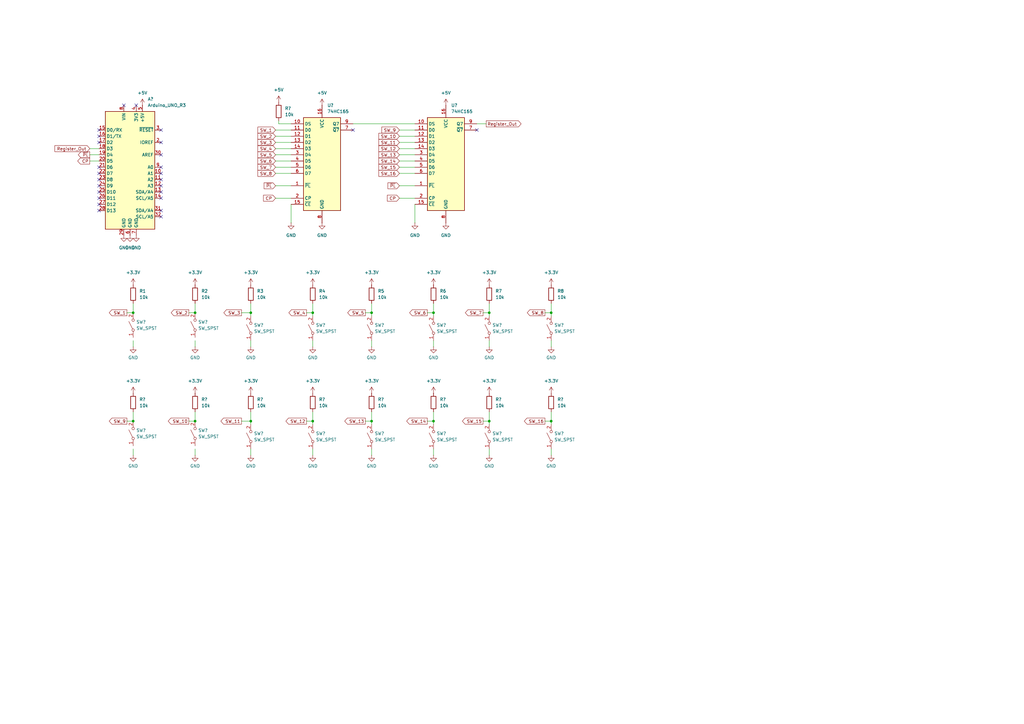
<source format=kicad_sch>
(kicad_sch
	(version 20250114)
	(generator "eeschema")
	(generator_version "9.0")
	(uuid "538fdba2-92f1-42d8-886f-d5392ce690b6")
	(paper "A3")
	(lib_symbols
		(symbol "74xx:74HC165"
			(exclude_from_sim no)
			(in_bom yes)
			(on_board yes)
			(property "Reference" "U"
				(at -7.62 19.05 0)
				(effects
					(font
						(size 1.27 1.27)
					)
				)
			)
			(property "Value" "74HC165"
				(at -7.62 -21.59 0)
				(effects
					(font
						(size 1.27 1.27)
					)
				)
			)
			(property "Footprint" ""
				(at 0 0 0)
				(effects
					(font
						(size 1.27 1.27)
					)
					(hide yes)
				)
			)
			(property "Datasheet" "https://assets.nexperia.com/documents/data-sheet/74HC_HCT165.pdf"
				(at 0 0 0)
				(effects
					(font
						(size 1.27 1.27)
					)
					(hide yes)
				)
			)
			(property "Description" "Shift Register, 8-bit, Parallel Load"
				(at 0 0 0)
				(effects
					(font
						(size 1.27 1.27)
					)
					(hide yes)
				)
			)
			(property "ki_keywords" "8 bit shift register parallel load cmos"
				(at 0 0 0)
				(effects
					(font
						(size 1.27 1.27)
					)
					(hide yes)
				)
			)
			(property "ki_fp_filters" "DIP?16* SO*16*3.9x9.9mm*P1.27mm* SSOP*16*5.3x6.2mm*P0.65mm* TSSOP*16*4.4x5mm*P0.65*"
				(at 0 0 0)
				(effects
					(font
						(size 1.27 1.27)
					)
					(hide yes)
				)
			)
			(symbol "74HC165_1_0"
				(pin input line
					(at -12.7 15.24 0)
					(length 5.08)
					(name "DS"
						(effects
							(font
								(size 1.27 1.27)
							)
						)
					)
					(number "10"
						(effects
							(font
								(size 1.27 1.27)
							)
						)
					)
				)
				(pin input line
					(at -12.7 12.7 0)
					(length 5.08)
					(name "D0"
						(effects
							(font
								(size 1.27 1.27)
							)
						)
					)
					(number "11"
						(effects
							(font
								(size 1.27 1.27)
							)
						)
					)
				)
				(pin input line
					(at -12.7 10.16 0)
					(length 5.08)
					(name "D1"
						(effects
							(font
								(size 1.27 1.27)
							)
						)
					)
					(number "12"
						(effects
							(font
								(size 1.27 1.27)
							)
						)
					)
				)
				(pin input line
					(at -12.7 7.62 0)
					(length 5.08)
					(name "D2"
						(effects
							(font
								(size 1.27 1.27)
							)
						)
					)
					(number "13"
						(effects
							(font
								(size 1.27 1.27)
							)
						)
					)
				)
				(pin input line
					(at -12.7 5.08 0)
					(length 5.08)
					(name "D3"
						(effects
							(font
								(size 1.27 1.27)
							)
						)
					)
					(number "14"
						(effects
							(font
								(size 1.27 1.27)
							)
						)
					)
				)
				(pin input line
					(at -12.7 2.54 0)
					(length 5.08)
					(name "D4"
						(effects
							(font
								(size 1.27 1.27)
							)
						)
					)
					(number "3"
						(effects
							(font
								(size 1.27 1.27)
							)
						)
					)
				)
				(pin input line
					(at -12.7 0 0)
					(length 5.08)
					(name "D5"
						(effects
							(font
								(size 1.27 1.27)
							)
						)
					)
					(number "4"
						(effects
							(font
								(size 1.27 1.27)
							)
						)
					)
				)
				(pin input line
					(at -12.7 -2.54 0)
					(length 5.08)
					(name "D6"
						(effects
							(font
								(size 1.27 1.27)
							)
						)
					)
					(number "5"
						(effects
							(font
								(size 1.27 1.27)
							)
						)
					)
				)
				(pin input line
					(at -12.7 -5.08 0)
					(length 5.08)
					(name "D7"
						(effects
							(font
								(size 1.27 1.27)
							)
						)
					)
					(number "6"
						(effects
							(font
								(size 1.27 1.27)
							)
						)
					)
				)
				(pin input line
					(at -12.7 -10.16 0)
					(length 5.08)
					(name "~{PL}"
						(effects
							(font
								(size 1.27 1.27)
							)
						)
					)
					(number "1"
						(effects
							(font
								(size 1.27 1.27)
							)
						)
					)
				)
				(pin input line
					(at -12.7 -15.24 0)
					(length 5.08)
					(name "CP"
						(effects
							(font
								(size 1.27 1.27)
							)
						)
					)
					(number "2"
						(effects
							(font
								(size 1.27 1.27)
							)
						)
					)
				)
				(pin input line
					(at -12.7 -17.78 0)
					(length 5.08)
					(name "~{CE}"
						(effects
							(font
								(size 1.27 1.27)
							)
						)
					)
					(number "15"
						(effects
							(font
								(size 1.27 1.27)
							)
						)
					)
				)
				(pin power_in line
					(at 0 22.86 270)
					(length 5.08)
					(name "VCC"
						(effects
							(font
								(size 1.27 1.27)
							)
						)
					)
					(number "16"
						(effects
							(font
								(size 1.27 1.27)
							)
						)
					)
				)
				(pin power_in line
					(at 0 -25.4 90)
					(length 5.08)
					(name "GND"
						(effects
							(font
								(size 1.27 1.27)
							)
						)
					)
					(number "8"
						(effects
							(font
								(size 1.27 1.27)
							)
						)
					)
				)
				(pin output line
					(at 12.7 15.24 180)
					(length 5.08)
					(name "Q7"
						(effects
							(font
								(size 1.27 1.27)
							)
						)
					)
					(number "9"
						(effects
							(font
								(size 1.27 1.27)
							)
						)
					)
				)
				(pin output line
					(at 12.7 12.7 180)
					(length 5.08)
					(name "~{Q7}"
						(effects
							(font
								(size 1.27 1.27)
							)
						)
					)
					(number "7"
						(effects
							(font
								(size 1.27 1.27)
							)
						)
					)
				)
			)
			(symbol "74HC165_1_1"
				(rectangle
					(start -7.62 17.78)
					(end 7.62 -20.32)
					(stroke
						(width 0.254)
						(type default)
					)
					(fill
						(type background)
					)
				)
			)
			(embedded_fonts no)
		)
		(symbol "Device:R"
			(pin_numbers
				(hide yes)
			)
			(pin_names
				(offset 0)
			)
			(exclude_from_sim no)
			(in_bom yes)
			(on_board yes)
			(property "Reference" "R"
				(at 2.032 0 90)
				(effects
					(font
						(size 1.27 1.27)
					)
				)
			)
			(property "Value" "R"
				(at 0 0 90)
				(effects
					(font
						(size 1.27 1.27)
					)
				)
			)
			(property "Footprint" ""
				(at -1.778 0 90)
				(effects
					(font
						(size 1.27 1.27)
					)
					(hide yes)
				)
			)
			(property "Datasheet" "~"
				(at 0 0 0)
				(effects
					(font
						(size 1.27 1.27)
					)
					(hide yes)
				)
			)
			(property "Description" "Resistor"
				(at 0 0 0)
				(effects
					(font
						(size 1.27 1.27)
					)
					(hide yes)
				)
			)
			(property "ki_keywords" "R res resistor"
				(at 0 0 0)
				(effects
					(font
						(size 1.27 1.27)
					)
					(hide yes)
				)
			)
			(property "ki_fp_filters" "R_*"
				(at 0 0 0)
				(effects
					(font
						(size 1.27 1.27)
					)
					(hide yes)
				)
			)
			(symbol "R_0_1"
				(rectangle
					(start -1.016 -2.54)
					(end 1.016 2.54)
					(stroke
						(width 0.254)
						(type default)
					)
					(fill
						(type none)
					)
				)
			)
			(symbol "R_1_1"
				(pin passive line
					(at 0 3.81 270)
					(length 1.27)
					(name "~"
						(effects
							(font
								(size 1.27 1.27)
							)
						)
					)
					(number "1"
						(effects
							(font
								(size 1.27 1.27)
							)
						)
					)
				)
				(pin passive line
					(at 0 -3.81 90)
					(length 1.27)
					(name "~"
						(effects
							(font
								(size 1.27 1.27)
							)
						)
					)
					(number "2"
						(effects
							(font
								(size 1.27 1.27)
							)
						)
					)
				)
			)
			(embedded_fonts no)
		)
		(symbol "MCU_Module:Arduino_UNO_R3"
			(exclude_from_sim no)
			(in_bom yes)
			(on_board yes)
			(property "Reference" "A"
				(at -10.16 23.495 0)
				(effects
					(font
						(size 1.27 1.27)
					)
					(justify left bottom)
				)
			)
			(property "Value" "Arduino_UNO_R3"
				(at 5.08 -26.67 0)
				(effects
					(font
						(size 1.27 1.27)
					)
					(justify left top)
				)
			)
			(property "Footprint" "Module:Arduino_UNO_R3"
				(at 0 0 0)
				(effects
					(font
						(size 1.27 1.27)
						(italic yes)
					)
					(hide yes)
				)
			)
			(property "Datasheet" "https://www.arduino.cc/en/Main/arduinoBoardUno"
				(at 0 0 0)
				(effects
					(font
						(size 1.27 1.27)
					)
					(hide yes)
				)
			)
			(property "Description" "Arduino UNO Microcontroller Module, release 3"
				(at 0 0 0)
				(effects
					(font
						(size 1.27 1.27)
					)
					(hide yes)
				)
			)
			(property "ki_keywords" "Arduino UNO R3 Microcontroller Module Atmel AVR USB"
				(at 0 0 0)
				(effects
					(font
						(size 1.27 1.27)
					)
					(hide yes)
				)
			)
			(property "ki_fp_filters" "Arduino*UNO*R3*"
				(at 0 0 0)
				(effects
					(font
						(size 1.27 1.27)
					)
					(hide yes)
				)
			)
			(symbol "Arduino_UNO_R3_0_1"
				(rectangle
					(start -10.16 22.86)
					(end 10.16 -25.4)
					(stroke
						(width 0.254)
						(type default)
					)
					(fill
						(type background)
					)
				)
			)
			(symbol "Arduino_UNO_R3_1_1"
				(pin bidirectional line
					(at -12.7 15.24 0)
					(length 2.54)
					(name "D0/RX"
						(effects
							(font
								(size 1.27 1.27)
							)
						)
					)
					(number "15"
						(effects
							(font
								(size 1.27 1.27)
							)
						)
					)
				)
				(pin bidirectional line
					(at -12.7 12.7 0)
					(length 2.54)
					(name "D1/TX"
						(effects
							(font
								(size 1.27 1.27)
							)
						)
					)
					(number "16"
						(effects
							(font
								(size 1.27 1.27)
							)
						)
					)
				)
				(pin bidirectional line
					(at -12.7 10.16 0)
					(length 2.54)
					(name "D2"
						(effects
							(font
								(size 1.27 1.27)
							)
						)
					)
					(number "17"
						(effects
							(font
								(size 1.27 1.27)
							)
						)
					)
				)
				(pin bidirectional line
					(at -12.7 7.62 0)
					(length 2.54)
					(name "D3"
						(effects
							(font
								(size 1.27 1.27)
							)
						)
					)
					(number "18"
						(effects
							(font
								(size 1.27 1.27)
							)
						)
					)
				)
				(pin bidirectional line
					(at -12.7 5.08 0)
					(length 2.54)
					(name "D4"
						(effects
							(font
								(size 1.27 1.27)
							)
						)
					)
					(number "19"
						(effects
							(font
								(size 1.27 1.27)
							)
						)
					)
				)
				(pin bidirectional line
					(at -12.7 2.54 0)
					(length 2.54)
					(name "D5"
						(effects
							(font
								(size 1.27 1.27)
							)
						)
					)
					(number "20"
						(effects
							(font
								(size 1.27 1.27)
							)
						)
					)
				)
				(pin bidirectional line
					(at -12.7 0 0)
					(length 2.54)
					(name "D6"
						(effects
							(font
								(size 1.27 1.27)
							)
						)
					)
					(number "21"
						(effects
							(font
								(size 1.27 1.27)
							)
						)
					)
				)
				(pin bidirectional line
					(at -12.7 -2.54 0)
					(length 2.54)
					(name "D7"
						(effects
							(font
								(size 1.27 1.27)
							)
						)
					)
					(number "22"
						(effects
							(font
								(size 1.27 1.27)
							)
						)
					)
				)
				(pin bidirectional line
					(at -12.7 -5.08 0)
					(length 2.54)
					(name "D8"
						(effects
							(font
								(size 1.27 1.27)
							)
						)
					)
					(number "23"
						(effects
							(font
								(size 1.27 1.27)
							)
						)
					)
				)
				(pin bidirectional line
					(at -12.7 -7.62 0)
					(length 2.54)
					(name "D9"
						(effects
							(font
								(size 1.27 1.27)
							)
						)
					)
					(number "24"
						(effects
							(font
								(size 1.27 1.27)
							)
						)
					)
				)
				(pin bidirectional line
					(at -12.7 -10.16 0)
					(length 2.54)
					(name "D10"
						(effects
							(font
								(size 1.27 1.27)
							)
						)
					)
					(number "25"
						(effects
							(font
								(size 1.27 1.27)
							)
						)
					)
				)
				(pin bidirectional line
					(at -12.7 -12.7 0)
					(length 2.54)
					(name "D11"
						(effects
							(font
								(size 1.27 1.27)
							)
						)
					)
					(number "26"
						(effects
							(font
								(size 1.27 1.27)
							)
						)
					)
				)
				(pin bidirectional line
					(at -12.7 -15.24 0)
					(length 2.54)
					(name "D12"
						(effects
							(font
								(size 1.27 1.27)
							)
						)
					)
					(number "27"
						(effects
							(font
								(size 1.27 1.27)
							)
						)
					)
				)
				(pin bidirectional line
					(at -12.7 -17.78 0)
					(length 2.54)
					(name "D13"
						(effects
							(font
								(size 1.27 1.27)
							)
						)
					)
					(number "28"
						(effects
							(font
								(size 1.27 1.27)
							)
						)
					)
				)
				(pin no_connect line
					(at -10.16 -20.32 0)
					(length 2.54)
					(hide yes)
					(name "NC"
						(effects
							(font
								(size 1.27 1.27)
							)
						)
					)
					(number "1"
						(effects
							(font
								(size 1.27 1.27)
							)
						)
					)
				)
				(pin power_in line
					(at -2.54 25.4 270)
					(length 2.54)
					(name "VIN"
						(effects
							(font
								(size 1.27 1.27)
							)
						)
					)
					(number "8"
						(effects
							(font
								(size 1.27 1.27)
							)
						)
					)
				)
				(pin power_in line
					(at -2.54 -27.94 90)
					(length 2.54)
					(name "GND"
						(effects
							(font
								(size 1.27 1.27)
							)
						)
					)
					(number "29"
						(effects
							(font
								(size 1.27 1.27)
							)
						)
					)
				)
				(pin power_in line
					(at 0 -27.94 90)
					(length 2.54)
					(name "GND"
						(effects
							(font
								(size 1.27 1.27)
							)
						)
					)
					(number "6"
						(effects
							(font
								(size 1.27 1.27)
							)
						)
					)
				)
				(pin power_out line
					(at 2.54 25.4 270)
					(length 2.54)
					(name "3V3"
						(effects
							(font
								(size 1.27 1.27)
							)
						)
					)
					(number "4"
						(effects
							(font
								(size 1.27 1.27)
							)
						)
					)
				)
				(pin power_in line
					(at 2.54 -27.94 90)
					(length 2.54)
					(name "GND"
						(effects
							(font
								(size 1.27 1.27)
							)
						)
					)
					(number "7"
						(effects
							(font
								(size 1.27 1.27)
							)
						)
					)
				)
				(pin power_out line
					(at 5.08 25.4 270)
					(length 2.54)
					(name "+5V"
						(effects
							(font
								(size 1.27 1.27)
							)
						)
					)
					(number "5"
						(effects
							(font
								(size 1.27 1.27)
							)
						)
					)
				)
				(pin input line
					(at 12.7 15.24 180)
					(length 2.54)
					(name "~{RESET}"
						(effects
							(font
								(size 1.27 1.27)
							)
						)
					)
					(number "3"
						(effects
							(font
								(size 1.27 1.27)
							)
						)
					)
				)
				(pin output line
					(at 12.7 10.16 180)
					(length 2.54)
					(name "IOREF"
						(effects
							(font
								(size 1.27 1.27)
							)
						)
					)
					(number "2"
						(effects
							(font
								(size 1.27 1.27)
							)
						)
					)
				)
				(pin input line
					(at 12.7 5.08 180)
					(length 2.54)
					(name "AREF"
						(effects
							(font
								(size 1.27 1.27)
							)
						)
					)
					(number "30"
						(effects
							(font
								(size 1.27 1.27)
							)
						)
					)
				)
				(pin bidirectional line
					(at 12.7 0 180)
					(length 2.54)
					(name "A0"
						(effects
							(font
								(size 1.27 1.27)
							)
						)
					)
					(number "9"
						(effects
							(font
								(size 1.27 1.27)
							)
						)
					)
				)
				(pin bidirectional line
					(at 12.7 -2.54 180)
					(length 2.54)
					(name "A1"
						(effects
							(font
								(size 1.27 1.27)
							)
						)
					)
					(number "10"
						(effects
							(font
								(size 1.27 1.27)
							)
						)
					)
				)
				(pin bidirectional line
					(at 12.7 -5.08 180)
					(length 2.54)
					(name "A2"
						(effects
							(font
								(size 1.27 1.27)
							)
						)
					)
					(number "11"
						(effects
							(font
								(size 1.27 1.27)
							)
						)
					)
				)
				(pin bidirectional line
					(at 12.7 -7.62 180)
					(length 2.54)
					(name "A3"
						(effects
							(font
								(size 1.27 1.27)
							)
						)
					)
					(number "12"
						(effects
							(font
								(size 1.27 1.27)
							)
						)
					)
				)
				(pin bidirectional line
					(at 12.7 -10.16 180)
					(length 2.54)
					(name "SDA/A4"
						(effects
							(font
								(size 1.27 1.27)
							)
						)
					)
					(number "13"
						(effects
							(font
								(size 1.27 1.27)
							)
						)
					)
				)
				(pin bidirectional line
					(at 12.7 -12.7 180)
					(length 2.54)
					(name "SCL/A5"
						(effects
							(font
								(size 1.27 1.27)
							)
						)
					)
					(number "14"
						(effects
							(font
								(size 1.27 1.27)
							)
						)
					)
				)
				(pin bidirectional line
					(at 12.7 -17.78 180)
					(length 2.54)
					(name "SDA/A4"
						(effects
							(font
								(size 1.27 1.27)
							)
						)
					)
					(number "31"
						(effects
							(font
								(size 1.27 1.27)
							)
						)
					)
				)
				(pin bidirectional line
					(at 12.7 -20.32 180)
					(length 2.54)
					(name "SCL/A5"
						(effects
							(font
								(size 1.27 1.27)
							)
						)
					)
					(number "32"
						(effects
							(font
								(size 1.27 1.27)
							)
						)
					)
				)
			)
			(embedded_fonts no)
		)
		(symbol "Switch:SW_SPST"
			(pin_names
				(offset 0)
				(hide yes)
			)
			(exclude_from_sim no)
			(in_bom yes)
			(on_board yes)
			(property "Reference" "SW"
				(at 0 3.175 0)
				(effects
					(font
						(size 1.27 1.27)
					)
				)
			)
			(property "Value" "SW_SPST"
				(at 0 -2.54 0)
				(effects
					(font
						(size 1.27 1.27)
					)
				)
			)
			(property "Footprint" ""
				(at 0 0 0)
				(effects
					(font
						(size 1.27 1.27)
					)
					(hide yes)
				)
			)
			(property "Datasheet" "~"
				(at 0 0 0)
				(effects
					(font
						(size 1.27 1.27)
					)
					(hide yes)
				)
			)
			(property "Description" "Single Pole Single Throw (SPST) switch"
				(at 0 0 0)
				(effects
					(font
						(size 1.27 1.27)
					)
					(hide yes)
				)
			)
			(property "ki_keywords" "switch lever"
				(at 0 0 0)
				(effects
					(font
						(size 1.27 1.27)
					)
					(hide yes)
				)
			)
			(symbol "SW_SPST_0_0"
				(circle
					(center -2.032 0)
					(radius 0.508)
					(stroke
						(width 0)
						(type default)
					)
					(fill
						(type none)
					)
				)
				(polyline
					(pts
						(xy -1.524 0.254) (xy 1.524 1.778)
					)
					(stroke
						(width 0)
						(type default)
					)
					(fill
						(type none)
					)
				)
				(circle
					(center 2.032 0)
					(radius 0.508)
					(stroke
						(width 0)
						(type default)
					)
					(fill
						(type none)
					)
				)
			)
			(symbol "SW_SPST_1_1"
				(pin passive line
					(at -5.08 0 0)
					(length 2.54)
					(name "A"
						(effects
							(font
								(size 1.27 1.27)
							)
						)
					)
					(number "1"
						(effects
							(font
								(size 1.27 1.27)
							)
						)
					)
				)
				(pin passive line
					(at 5.08 0 180)
					(length 2.54)
					(name "B"
						(effects
							(font
								(size 1.27 1.27)
							)
						)
					)
					(number "2"
						(effects
							(font
								(size 1.27 1.27)
							)
						)
					)
				)
			)
			(embedded_fonts no)
		)
		(symbol "power:+3.3V"
			(power)
			(pin_numbers
				(hide yes)
			)
			(pin_names
				(offset 0)
				(hide yes)
			)
			(exclude_from_sim no)
			(in_bom yes)
			(on_board yes)
			(property "Reference" "#PWR"
				(at 0 -3.81 0)
				(effects
					(font
						(size 1.27 1.27)
					)
					(hide yes)
				)
			)
			(property "Value" "+3.3V"
				(at 0 3.556 0)
				(effects
					(font
						(size 1.27 1.27)
					)
				)
			)
			(property "Footprint" ""
				(at 0 0 0)
				(effects
					(font
						(size 1.27 1.27)
					)
					(hide yes)
				)
			)
			(property "Datasheet" ""
				(at 0 0 0)
				(effects
					(font
						(size 1.27 1.27)
					)
					(hide yes)
				)
			)
			(property "Description" "Power symbol creates a global label with name \"+3.3V\""
				(at 0 0 0)
				(effects
					(font
						(size 1.27 1.27)
					)
					(hide yes)
				)
			)
			(property "ki_keywords" "global power"
				(at 0 0 0)
				(effects
					(font
						(size 1.27 1.27)
					)
					(hide yes)
				)
			)
			(symbol "+3.3V_0_1"
				(polyline
					(pts
						(xy -0.762 1.27) (xy 0 2.54)
					)
					(stroke
						(width 0)
						(type default)
					)
					(fill
						(type none)
					)
				)
				(polyline
					(pts
						(xy 0 2.54) (xy 0.762 1.27)
					)
					(stroke
						(width 0)
						(type default)
					)
					(fill
						(type none)
					)
				)
				(polyline
					(pts
						(xy 0 0) (xy 0 2.54)
					)
					(stroke
						(width 0)
						(type default)
					)
					(fill
						(type none)
					)
				)
			)
			(symbol "+3.3V_1_1"
				(pin power_in line
					(at 0 0 90)
					(length 0)
					(name "~"
						(effects
							(font
								(size 1.27 1.27)
							)
						)
					)
					(number "1"
						(effects
							(font
								(size 1.27 1.27)
							)
						)
					)
				)
			)
			(embedded_fonts no)
		)
		(symbol "power:+5V"
			(power)
			(pin_numbers
				(hide yes)
			)
			(pin_names
				(offset 0)
				(hide yes)
			)
			(exclude_from_sim no)
			(in_bom yes)
			(on_board yes)
			(property "Reference" "#PWR"
				(at 0 -3.81 0)
				(effects
					(font
						(size 1.27 1.27)
					)
					(hide yes)
				)
			)
			(property "Value" "+5V"
				(at 0 3.556 0)
				(effects
					(font
						(size 1.27 1.27)
					)
				)
			)
			(property "Footprint" ""
				(at 0 0 0)
				(effects
					(font
						(size 1.27 1.27)
					)
					(hide yes)
				)
			)
			(property "Datasheet" ""
				(at 0 0 0)
				(effects
					(font
						(size 1.27 1.27)
					)
					(hide yes)
				)
			)
			(property "Description" "Power symbol creates a global label with name \"+5V\""
				(at 0 0 0)
				(effects
					(font
						(size 1.27 1.27)
					)
					(hide yes)
				)
			)
			(property "ki_keywords" "global power"
				(at 0 0 0)
				(effects
					(font
						(size 1.27 1.27)
					)
					(hide yes)
				)
			)
			(symbol "+5V_0_1"
				(polyline
					(pts
						(xy -0.762 1.27) (xy 0 2.54)
					)
					(stroke
						(width 0)
						(type default)
					)
					(fill
						(type none)
					)
				)
				(polyline
					(pts
						(xy 0 2.54) (xy 0.762 1.27)
					)
					(stroke
						(width 0)
						(type default)
					)
					(fill
						(type none)
					)
				)
				(polyline
					(pts
						(xy 0 0) (xy 0 2.54)
					)
					(stroke
						(width 0)
						(type default)
					)
					(fill
						(type none)
					)
				)
			)
			(symbol "+5V_1_1"
				(pin power_in line
					(at 0 0 90)
					(length 0)
					(name "~"
						(effects
							(font
								(size 1.27 1.27)
							)
						)
					)
					(number "1"
						(effects
							(font
								(size 1.27 1.27)
							)
						)
					)
				)
			)
			(embedded_fonts no)
		)
		(symbol "power:GND"
			(power)
			(pin_numbers
				(hide yes)
			)
			(pin_names
				(offset 0)
				(hide yes)
			)
			(exclude_from_sim no)
			(in_bom yes)
			(on_board yes)
			(property "Reference" "#PWR"
				(at 0 -6.35 0)
				(effects
					(font
						(size 1.27 1.27)
					)
					(hide yes)
				)
			)
			(property "Value" "GND"
				(at 0 -3.81 0)
				(effects
					(font
						(size 1.27 1.27)
					)
				)
			)
			(property "Footprint" ""
				(at 0 0 0)
				(effects
					(font
						(size 1.27 1.27)
					)
					(hide yes)
				)
			)
			(property "Datasheet" ""
				(at 0 0 0)
				(effects
					(font
						(size 1.27 1.27)
					)
					(hide yes)
				)
			)
			(property "Description" "Power symbol creates a global label with name \"GND\" , ground"
				(at 0 0 0)
				(effects
					(font
						(size 1.27 1.27)
					)
					(hide yes)
				)
			)
			(property "ki_keywords" "global power"
				(at 0 0 0)
				(effects
					(font
						(size 1.27 1.27)
					)
					(hide yes)
				)
			)
			(symbol "GND_0_1"
				(polyline
					(pts
						(xy 0 0) (xy 0 -1.27) (xy 1.27 -1.27) (xy 0 -2.54) (xy -1.27 -1.27) (xy 0 -1.27)
					)
					(stroke
						(width 0)
						(type default)
					)
					(fill
						(type none)
					)
				)
			)
			(symbol "GND_1_1"
				(pin power_in line
					(at 0 0 270)
					(length 0)
					(name "~"
						(effects
							(font
								(size 1.27 1.27)
							)
						)
					)
					(number "1"
						(effects
							(font
								(size 1.27 1.27)
							)
						)
					)
				)
			)
			(embedded_fonts no)
		)
	)
	(junction
		(at 80.01 172.72)
		(diameter 0)
		(color 0 0 0 0)
		(uuid "319a8126-6f3e-42bf-86bd-448fdb7b1246")
	)
	(junction
		(at 152.4 128.27)
		(diameter 0)
		(color 0 0 0 0)
		(uuid "36ecdce6-5778-4184-b046-da1b8167bc13")
	)
	(junction
		(at 200.66 128.27)
		(diameter 0)
		(color 0 0 0 0)
		(uuid "422b385f-2437-421f-953d-41e513166066")
	)
	(junction
		(at 226.06 172.72)
		(diameter 0)
		(color 0 0 0 0)
		(uuid "467abaff-eb36-4eec-aa45-7b23e36a06b1")
	)
	(junction
		(at 128.27 128.27)
		(diameter 0)
		(color 0 0 0 0)
		(uuid "4cd44044-1ea0-48df-b923-8a66e0874f5e")
	)
	(junction
		(at 152.4 172.72)
		(diameter 0)
		(color 0 0 0 0)
		(uuid "56bda59f-b9ce-43cf-8d50-4029d72219fb")
	)
	(junction
		(at 200.66 172.72)
		(diameter 0)
		(color 0 0 0 0)
		(uuid "5fe501f6-12fd-4fd0-92c6-cebcd84b6961")
	)
	(junction
		(at 128.27 172.72)
		(diameter 0)
		(color 0 0 0 0)
		(uuid "61edf2f2-3ac8-438e-bc47-3dba287a79ce")
	)
	(junction
		(at 102.87 128.27)
		(diameter 0)
		(color 0 0 0 0)
		(uuid "6c917ee0-1609-4fcf-a4a6-1321fe1e866a")
	)
	(junction
		(at 177.8 172.72)
		(diameter 0)
		(color 0 0 0 0)
		(uuid "7d74ee20-b3ee-460f-ba42-7853cf25b93f")
	)
	(junction
		(at 177.8 128.27)
		(diameter 0)
		(color 0 0 0 0)
		(uuid "7ee63194-f128-4889-99d7-715e062b606e")
	)
	(junction
		(at 226.06 128.27)
		(diameter 0)
		(color 0 0 0 0)
		(uuid "9a111d61-4403-47e4-ad7f-0ac8226fc2d4")
	)
	(junction
		(at 54.61 128.27)
		(diameter 0)
		(color 0 0 0 0)
		(uuid "c2f37716-0b92-4014-9405-e873c4131b68")
	)
	(junction
		(at 102.87 172.72)
		(diameter 0)
		(color 0 0 0 0)
		(uuid "dac2a9a5-6f32-464a-b296-f20df2bfbccb")
	)
	(junction
		(at 80.01 128.27)
		(diameter 0)
		(color 0 0 0 0)
		(uuid "dd2d6e43-ef97-40e5-9d3e-d0c7d0c7f23c")
	)
	(junction
		(at 54.61 172.72)
		(diameter 0)
		(color 0 0 0 0)
		(uuid "fc28b8af-1b9b-407d-bda2-fae2cc0c8f53")
	)
	(no_connect
		(at 66.04 76.2)
		(uuid "0fa23579-1f32-4dae-bd47-c8dcebdaa80d")
	)
	(no_connect
		(at 40.64 81.28)
		(uuid "1399f8e0-a87d-4368-bf96-7b20151500c2")
	)
	(no_connect
		(at 40.64 58.42)
		(uuid "36812e76-b21b-409d-8dbf-0ea3568f02d2")
	)
	(no_connect
		(at 40.64 78.74)
		(uuid "3b4cf005-b9f9-4877-8c0f-a71196a6b4aa")
	)
	(no_connect
		(at 66.04 58.42)
		(uuid "3e384ff8-9c28-454a-8c3e-7fd51c56dc50")
	)
	(no_connect
		(at 55.88 43.18)
		(uuid "4ace8fa1-e95a-4ac6-8eaa-a767dacf8ef6")
	)
	(no_connect
		(at 66.04 88.9)
		(uuid "4d99d04d-2ab8-4a33-8509-b0f39c176524")
	)
	(no_connect
		(at 66.04 78.74)
		(uuid "62125aa3-2045-4fd7-aa03-2318cf4f3599")
	)
	(no_connect
		(at 66.04 86.36)
		(uuid "641053e3-78d1-4456-9cf8-0c4f91def8c3")
	)
	(no_connect
		(at 40.64 71.12)
		(uuid "647a7b29-00a1-4611-bc13-8c5312e43b02")
	)
	(no_connect
		(at 66.04 81.28)
		(uuid "6dc135e1-4c2d-4fb6-b0ab-dabd6dd19423")
	)
	(no_connect
		(at 50.8 43.18)
		(uuid "6dda9497-d776-47cb-bf09-04931a46c7da")
	)
	(no_connect
		(at 195.58 53.34)
		(uuid "71ba009b-b51e-4504-8174-1025723630f9")
	)
	(no_connect
		(at 40.64 83.82)
		(uuid "72920a67-efe0-4df0-9478-33b77e2c61b2")
	)
	(no_connect
		(at 66.04 68.58)
		(uuid "74f64389-1d48-4a80-aac1-b5535991b49a")
	)
	(no_connect
		(at 40.64 53.34)
		(uuid "7f057ffe-7ba4-46e5-a5a6-bb22065d0285")
	)
	(no_connect
		(at 66.04 73.66)
		(uuid "9181ff7e-5395-46b3-abdf-1cc6c529533a")
	)
	(no_connect
		(at 40.64 55.88)
		(uuid "9bd04c5e-eceb-4e0c-8f18-fe9036c5ca9d")
	)
	(no_connect
		(at 40.64 68.58)
		(uuid "9ec20386-66a4-47f2-851a-1f172691501b")
	)
	(no_connect
		(at 144.78 53.34)
		(uuid "a1dc04a4-f1a4-4087-9145-670be2b25ddf")
	)
	(no_connect
		(at 40.64 76.2)
		(uuid "a3ac932d-9c22-4576-9f44-872cb6fd9f37")
	)
	(no_connect
		(at 40.64 86.36)
		(uuid "ac626026-496c-47f3-a94d-9c36f0c8146d")
	)
	(no_connect
		(at 66.04 63.5)
		(uuid "ad119179-645d-4bb7-af7d-c43e97de4bf5")
	)
	(no_connect
		(at 66.04 53.34)
		(uuid "b8f8b84e-3329-4255-a0c3-ec7d9bf7f54c")
	)
	(no_connect
		(at 40.64 73.66)
		(uuid "b9404db9-0238-495b-b257-8cf0b23baf7b")
	)
	(no_connect
		(at 66.04 71.12)
		(uuid "e7e887cf-fbcc-456a-8a99-7e44b29c0c3c")
	)
	(wire
		(pts
			(xy 36.83 60.96) (xy 40.64 60.96)
		)
		(stroke
			(width 0)
			(type default)
		)
		(uuid "03a127fd-b698-40b1-bc5e-08f5ab001b30")
	)
	(wire
		(pts
			(xy 128.27 168.91) (xy 128.27 172.72)
		)
		(stroke
			(width 0)
			(type default)
		)
		(uuid "083849c6-1851-4594-a3e7-340b82ff9dd2")
	)
	(wire
		(pts
			(xy 36.83 63.5) (xy 40.64 63.5)
		)
		(stroke
			(width 0)
			(type default)
		)
		(uuid "08972660-6747-45fa-9453-b9314861b2e5")
	)
	(wire
		(pts
			(xy 152.4 139.7) (xy 152.4 142.24)
		)
		(stroke
			(width 0)
			(type default)
		)
		(uuid "0f6f8e9a-3f44-4027-ba42-11153fae2a6b")
	)
	(wire
		(pts
			(xy 113.03 76.2) (xy 119.38 76.2)
		)
		(stroke
			(width 0)
			(type default)
		)
		(uuid "1198f74f-23b5-4f88-92d8-8572dd71b9a9")
	)
	(wire
		(pts
			(xy 223.52 128.27) (xy 226.06 128.27)
		)
		(stroke
			(width 0)
			(type default)
		)
		(uuid "13942310-fb9d-4257-931f-4abe26f31b2f")
	)
	(wire
		(pts
			(xy 128.27 172.72) (xy 128.27 173.99)
		)
		(stroke
			(width 0)
			(type default)
		)
		(uuid "1757f8f9-7b63-4fce-b5b8-f39c8a1f9524")
	)
	(wire
		(pts
			(xy 198.12 128.27) (xy 200.66 128.27)
		)
		(stroke
			(width 0)
			(type default)
		)
		(uuid "189c1665-9123-4de8-9962-02198f8b8c1a")
	)
	(wire
		(pts
			(xy 149.86 172.72) (xy 152.4 172.72)
		)
		(stroke
			(width 0)
			(type default)
		)
		(uuid "1eaa477e-68b8-4233-a2d1-74f992fe830f")
	)
	(wire
		(pts
			(xy 99.06 128.27) (xy 102.87 128.27)
		)
		(stroke
			(width 0)
			(type default)
		)
		(uuid "1eb51cc8-ef12-4efd-be94-847cac26d29c")
	)
	(wire
		(pts
			(xy 195.58 50.8) (xy 199.39 50.8)
		)
		(stroke
			(width 0)
			(type default)
		)
		(uuid "1eda5d21-0619-4e91-a82a-8259aa61d646")
	)
	(wire
		(pts
			(xy 80.01 184.15) (xy 80.01 186.69)
		)
		(stroke
			(width 0)
			(type default)
		)
		(uuid "20f648b9-b983-45e4-bc45-063724276d93")
	)
	(wire
		(pts
			(xy 163.83 68.58) (xy 170.18 68.58)
		)
		(stroke
			(width 0)
			(type default)
		)
		(uuid "218b7067-4ed3-476a-baf3-86df22b4d6c9")
	)
	(wire
		(pts
			(xy 226.06 139.7) (xy 226.06 142.24)
		)
		(stroke
			(width 0)
			(type default)
		)
		(uuid "21e71a21-732f-4ca8-8b54-316e3f3184fe")
	)
	(wire
		(pts
			(xy 163.83 66.04) (xy 170.18 66.04)
		)
		(stroke
			(width 0)
			(type default)
		)
		(uuid "230b88d0-0750-4213-9ddc-69c97f502f70")
	)
	(wire
		(pts
			(xy 54.61 168.91) (xy 54.61 172.72)
		)
		(stroke
			(width 0)
			(type default)
		)
		(uuid "24bdcab5-50be-4ccf-80a8-422fb24b9322")
	)
	(wire
		(pts
			(xy 144.78 50.8) (xy 170.18 50.8)
		)
		(stroke
			(width 0)
			(type default)
		)
		(uuid "287fae0e-9189-4aea-a98b-0faf557c8515")
	)
	(wire
		(pts
			(xy 102.87 124.46) (xy 102.87 128.27)
		)
		(stroke
			(width 0)
			(type default)
		)
		(uuid "2a8c1d31-407e-4f9f-b7fa-9265e004b86e")
	)
	(wire
		(pts
			(xy 113.03 53.34) (xy 119.38 53.34)
		)
		(stroke
			(width 0)
			(type default)
		)
		(uuid "2b633427-10b7-4152-a1db-f0d81979dbf8")
	)
	(wire
		(pts
			(xy 152.4 168.91) (xy 152.4 172.72)
		)
		(stroke
			(width 0)
			(type default)
		)
		(uuid "2e439d71-ac54-485b-848c-4743b352b8aa")
	)
	(wire
		(pts
			(xy 77.47 128.27) (xy 80.01 128.27)
		)
		(stroke
			(width 0)
			(type default)
		)
		(uuid "2eb6ece8-9994-42a7-9328-459e9dd0578a")
	)
	(wire
		(pts
			(xy 113.03 68.58) (xy 119.38 68.58)
		)
		(stroke
			(width 0)
			(type default)
		)
		(uuid "337dfe8d-0a2b-4413-916a-f5c321153244")
	)
	(wire
		(pts
			(xy 80.01 139.7) (xy 80.01 142.24)
		)
		(stroke
			(width 0)
			(type default)
		)
		(uuid "35355697-7fd6-468d-b1c0-67fdb47edbb6")
	)
	(wire
		(pts
			(xy 152.4 124.46) (xy 152.4 128.27)
		)
		(stroke
			(width 0)
			(type default)
		)
		(uuid "355129b2-8301-467b-81c5-6c3ce1836aee")
	)
	(wire
		(pts
			(xy 163.83 63.5) (xy 170.18 63.5)
		)
		(stroke
			(width 0)
			(type default)
		)
		(uuid "3872b81b-3998-46b6-932c-a51d5ebcb67c")
	)
	(wire
		(pts
			(xy 226.06 184.15) (xy 226.06 186.69)
		)
		(stroke
			(width 0)
			(type default)
		)
		(uuid "39dfd9f7-ad20-4a12-a305-7624f04ab3a3")
	)
	(wire
		(pts
			(xy 177.8 139.7) (xy 177.8 142.24)
		)
		(stroke
			(width 0)
			(type default)
		)
		(uuid "3aac9c58-10a0-4df7-bbb2-bfc1c843d5dd")
	)
	(wire
		(pts
			(xy 200.66 184.15) (xy 200.66 186.69)
		)
		(stroke
			(width 0)
			(type default)
		)
		(uuid "3ed60559-4296-4f6d-8836-020879393ea8")
	)
	(wire
		(pts
			(xy 163.83 71.12) (xy 170.18 71.12)
		)
		(stroke
			(width 0)
			(type default)
		)
		(uuid "3f5bab9e-3173-47a5-a2fc-535a3ea9246b")
	)
	(wire
		(pts
			(xy 200.66 128.27) (xy 200.66 129.54)
		)
		(stroke
			(width 0)
			(type default)
		)
		(uuid "47883b10-7749-4dca-a7eb-08a9ccc641e0")
	)
	(wire
		(pts
			(xy 200.66 172.72) (xy 200.66 173.99)
		)
		(stroke
			(width 0)
			(type default)
		)
		(uuid "4d0e8767-bbc7-43cd-8a01-e5e305f4a003")
	)
	(wire
		(pts
			(xy 163.83 55.88) (xy 170.18 55.88)
		)
		(stroke
			(width 0)
			(type default)
		)
		(uuid "530fcb67-5ea4-4da8-9116-0423ae8dd305")
	)
	(wire
		(pts
			(xy 119.38 83.82) (xy 119.38 91.44)
		)
		(stroke
			(width 0)
			(type default)
		)
		(uuid "54159d5b-d5fb-4cb2-9316-3105c527b0ba")
	)
	(wire
		(pts
			(xy 125.73 128.27) (xy 128.27 128.27)
		)
		(stroke
			(width 0)
			(type default)
		)
		(uuid "551ccaab-df52-4587-ab5d-faaf842ad29f")
	)
	(wire
		(pts
			(xy 113.03 55.88) (xy 119.38 55.88)
		)
		(stroke
			(width 0)
			(type default)
		)
		(uuid "58814b0d-2a14-4470-8c1f-9368f37e604e")
	)
	(wire
		(pts
			(xy 114.3 50.8) (xy 114.3 49.53)
		)
		(stroke
			(width 0)
			(type default)
		)
		(uuid "5dfecf2d-c860-4fd1-9f77-1cc3fe4819ba")
	)
	(wire
		(pts
			(xy 102.87 128.27) (xy 102.87 129.54)
		)
		(stroke
			(width 0)
			(type default)
		)
		(uuid "5e067fb8-cbae-49e9-89f0-3995ab2e4d94")
	)
	(wire
		(pts
			(xy 102.87 184.15) (xy 102.87 186.69)
		)
		(stroke
			(width 0)
			(type default)
		)
		(uuid "5f2e9c6b-8b71-4664-bdfc-272695036e96")
	)
	(wire
		(pts
			(xy 99.06 172.72) (xy 102.87 172.72)
		)
		(stroke
			(width 0)
			(type default)
		)
		(uuid "5fb5c50e-724c-4ac3-904d-ab79f9dbc620")
	)
	(wire
		(pts
			(xy 175.26 128.27) (xy 177.8 128.27)
		)
		(stroke
			(width 0)
			(type default)
		)
		(uuid "6221d384-41a5-453c-a95f-cb558177423f")
	)
	(wire
		(pts
			(xy 175.26 172.72) (xy 177.8 172.72)
		)
		(stroke
			(width 0)
			(type default)
		)
		(uuid "6884e048-dcbd-49f7-9310-3db018c995ee")
	)
	(wire
		(pts
			(xy 113.03 66.04) (xy 119.38 66.04)
		)
		(stroke
			(width 0)
			(type default)
		)
		(uuid "6e03177a-ce10-45f5-9fcf-abbc82dff53b")
	)
	(wire
		(pts
			(xy 163.83 60.96) (xy 170.18 60.96)
		)
		(stroke
			(width 0)
			(type default)
		)
		(uuid "6e74fed6-c1ec-4479-9a06-46cbe43a5d1d")
	)
	(wire
		(pts
			(xy 113.03 71.12) (xy 119.38 71.12)
		)
		(stroke
			(width 0)
			(type default)
		)
		(uuid "74a42374-a06b-495f-8d03-242b7e3cf0f7")
	)
	(wire
		(pts
			(xy 163.83 76.2) (xy 170.18 76.2)
		)
		(stroke
			(width 0)
			(type default)
		)
		(uuid "76224688-68e5-4589-97d5-995872f07ee0")
	)
	(wire
		(pts
			(xy 200.66 139.7) (xy 200.66 142.24)
		)
		(stroke
			(width 0)
			(type default)
		)
		(uuid "7d4dcf0c-81b6-4594-ab09-ce5dc345780f")
	)
	(wire
		(pts
			(xy 177.8 124.46) (xy 177.8 128.27)
		)
		(stroke
			(width 0)
			(type default)
		)
		(uuid "7f484171-417a-41b5-86b6-ee02e90022c8")
	)
	(wire
		(pts
			(xy 113.03 60.96) (xy 119.38 60.96)
		)
		(stroke
			(width 0)
			(type default)
		)
		(uuid "858c7876-55ba-4b27-95dc-6438d6211f01")
	)
	(wire
		(pts
			(xy 128.27 184.15) (xy 128.27 186.69)
		)
		(stroke
			(width 0)
			(type default)
		)
		(uuid "8e6a3fa7-ca97-49c6-919a-0487a25578a8")
	)
	(wire
		(pts
			(xy 113.03 81.28) (xy 119.38 81.28)
		)
		(stroke
			(width 0)
			(type default)
		)
		(uuid "8fe31448-4803-4604-9877-c3bddca50e8f")
	)
	(wire
		(pts
			(xy 36.83 66.04) (xy 40.64 66.04)
		)
		(stroke
			(width 0)
			(type default)
		)
		(uuid "95465e34-2371-4714-be71-1b2f154e609a")
	)
	(wire
		(pts
			(xy 52.07 128.27) (xy 54.61 128.27)
		)
		(stroke
			(width 0)
			(type default)
		)
		(uuid "9a367b54-e459-41ab-80c0-a7b4fd95d355")
	)
	(wire
		(pts
			(xy 102.87 172.72) (xy 102.87 173.99)
		)
		(stroke
			(width 0)
			(type default)
		)
		(uuid "9a550f5f-3bb6-4961-a60a-9e32f5047a02")
	)
	(wire
		(pts
			(xy 152.4 172.72) (xy 152.4 173.99)
		)
		(stroke
			(width 0)
			(type default)
		)
		(uuid "9b45e97d-ddc0-4172-9c01-cc303175293b")
	)
	(wire
		(pts
			(xy 226.06 124.46) (xy 226.06 128.27)
		)
		(stroke
			(width 0)
			(type default)
		)
		(uuid "9b6e45df-e7b2-4f5e-9d4f-1e41818c3a35")
	)
	(wire
		(pts
			(xy 163.83 58.42) (xy 170.18 58.42)
		)
		(stroke
			(width 0)
			(type default)
		)
		(uuid "9d4f933b-16ad-4739-9119-12a151c956a0")
	)
	(wire
		(pts
			(xy 177.8 168.91) (xy 177.8 172.72)
		)
		(stroke
			(width 0)
			(type default)
		)
		(uuid "9f631f02-d10c-4fa5-afb5-e60e3a1a874d")
	)
	(wire
		(pts
			(xy 113.03 63.5) (xy 119.38 63.5)
		)
		(stroke
			(width 0)
			(type default)
		)
		(uuid "a2717f7f-2460-4d72-bb5b-85f024de7136")
	)
	(wire
		(pts
			(xy 163.83 53.34) (xy 170.18 53.34)
		)
		(stroke
			(width 0)
			(type default)
		)
		(uuid "a2ec4b21-33e7-413e-a36b-434c9b9f06be")
	)
	(wire
		(pts
			(xy 102.87 139.7) (xy 102.87 142.24)
		)
		(stroke
			(width 0)
			(type default)
		)
		(uuid "a3b15c3b-3a29-44ac-8b99-f5a98679a2a0")
	)
	(wire
		(pts
			(xy 226.06 172.72) (xy 226.06 173.99)
		)
		(stroke
			(width 0)
			(type default)
		)
		(uuid "a932668c-c03b-4e6a-bed2-676c4bd669de")
	)
	(wire
		(pts
			(xy 149.86 128.27) (xy 152.4 128.27)
		)
		(stroke
			(width 0)
			(type default)
		)
		(uuid "b304aa24-caa1-4483-a11d-2ed20c777ed6")
	)
	(wire
		(pts
			(xy 54.61 124.46) (xy 54.61 128.27)
		)
		(stroke
			(width 0)
			(type default)
		)
		(uuid "bad595a1-dd93-4784-b2a5-1c6d8cc91a3c")
	)
	(wire
		(pts
			(xy 80.01 168.91) (xy 80.01 172.72)
		)
		(stroke
			(width 0)
			(type default)
		)
		(uuid "bb1ce1b0-df34-4f78-9e75-4b5c783e002a")
	)
	(wire
		(pts
			(xy 177.8 184.15) (xy 177.8 186.69)
		)
		(stroke
			(width 0)
			(type default)
		)
		(uuid "bbb4623a-e93e-413d-98fc-9c659d523f1c")
	)
	(wire
		(pts
			(xy 113.03 58.42) (xy 119.38 58.42)
		)
		(stroke
			(width 0)
			(type default)
		)
		(uuid "bd3794bd-0584-47b7-91de-da3de43f732d")
	)
	(wire
		(pts
			(xy 177.8 128.27) (xy 177.8 129.54)
		)
		(stroke
			(width 0)
			(type default)
		)
		(uuid "bfcf3502-dd76-4bca-a644-fa4fe5ea453a")
	)
	(wire
		(pts
			(xy 152.4 184.15) (xy 152.4 186.69)
		)
		(stroke
			(width 0)
			(type default)
		)
		(uuid "bff63f57-fe68-4383-b99e-d1535942f182")
	)
	(wire
		(pts
			(xy 226.06 168.91) (xy 226.06 172.72)
		)
		(stroke
			(width 0)
			(type default)
		)
		(uuid "c0bb39e8-b5d9-4910-b66e-149f3e4fb772")
	)
	(wire
		(pts
			(xy 102.87 168.91) (xy 102.87 172.72)
		)
		(stroke
			(width 0)
			(type default)
		)
		(uuid "c6dbfb98-7546-46cf-a0d4-784cfbd78113")
	)
	(wire
		(pts
			(xy 80.01 124.46) (xy 80.01 128.27)
		)
		(stroke
			(width 0)
			(type default)
		)
		(uuid "c9982d79-69d5-4eb7-bd3f-bb67e19810e9")
	)
	(wire
		(pts
			(xy 52.07 172.72) (xy 54.61 172.72)
		)
		(stroke
			(width 0)
			(type default)
		)
		(uuid "cc64c17d-9f73-425c-87de-1ca2a1e71c9a")
	)
	(wire
		(pts
			(xy 163.83 81.28) (xy 170.18 81.28)
		)
		(stroke
			(width 0)
			(type default)
		)
		(uuid "cebb0431-eeb8-413b-b983-eba0297e89e5")
	)
	(wire
		(pts
			(xy 226.06 128.27) (xy 226.06 129.54)
		)
		(stroke
			(width 0)
			(type default)
		)
		(uuid "d07b1b5f-65bf-4553-8555-2fca5468f704")
	)
	(wire
		(pts
			(xy 128.27 128.27) (xy 128.27 129.54)
		)
		(stroke
			(width 0)
			(type default)
		)
		(uuid "d175d01d-97a7-404f-b026-ec791e6c5c96")
	)
	(wire
		(pts
			(xy 200.66 168.91) (xy 200.66 172.72)
		)
		(stroke
			(width 0)
			(type default)
		)
		(uuid "d27fa283-2d02-42d7-b060-82b0d7966844")
	)
	(wire
		(pts
			(xy 119.38 50.8) (xy 114.3 50.8)
		)
		(stroke
			(width 0)
			(type default)
		)
		(uuid "d327bbcb-e076-4570-afa8-27b7317c3b50")
	)
	(wire
		(pts
			(xy 177.8 172.72) (xy 177.8 173.99)
		)
		(stroke
			(width 0)
			(type default)
		)
		(uuid "daa532eb-119a-45b1-a9f5-8e6ddf451a65")
	)
	(wire
		(pts
			(xy 170.18 83.82) (xy 170.18 91.44)
		)
		(stroke
			(width 0)
			(type default)
		)
		(uuid "dc7c7e90-36ec-42f0-8dfd-102f6d04b554")
	)
	(wire
		(pts
			(xy 128.27 124.46) (xy 128.27 128.27)
		)
		(stroke
			(width 0)
			(type default)
		)
		(uuid "ddf4811b-a535-4e2e-8def-a98de32bde55")
	)
	(wire
		(pts
			(xy 198.12 172.72) (xy 200.66 172.72)
		)
		(stroke
			(width 0)
			(type default)
		)
		(uuid "e0c99e38-c5e8-42d5-9fda-b6245387c8c3")
	)
	(wire
		(pts
			(xy 77.47 172.72) (xy 80.01 172.72)
		)
		(stroke
			(width 0)
			(type default)
		)
		(uuid "ecfa16ff-fffa-42ce-a39f-53315cdfa381")
	)
	(wire
		(pts
			(xy 54.61 139.7) (xy 54.61 142.24)
		)
		(stroke
			(width 0)
			(type default)
		)
		(uuid "f212891a-4286-428d-82b7-5dfb0d3c3e48")
	)
	(wire
		(pts
			(xy 54.61 184.15) (xy 54.61 186.69)
		)
		(stroke
			(width 0)
			(type default)
		)
		(uuid "f269a262-599c-4a90-a34b-1ac7de8e9eff")
	)
	(wire
		(pts
			(xy 200.66 124.46) (xy 200.66 128.27)
		)
		(stroke
			(width 0)
			(type default)
		)
		(uuid "f3abf694-ce5c-4393-a3a1-d32b82f2b673")
	)
	(wire
		(pts
			(xy 223.52 172.72) (xy 226.06 172.72)
		)
		(stroke
			(width 0)
			(type default)
		)
		(uuid "fa13a66d-a2dc-4402-b658-57a475834390")
	)
	(wire
		(pts
			(xy 128.27 139.7) (xy 128.27 142.24)
		)
		(stroke
			(width 0)
			(type default)
		)
		(uuid "fabd7430-2dd8-4d23-95c2-1134dc89ab38")
	)
	(wire
		(pts
			(xy 152.4 128.27) (xy 152.4 129.54)
		)
		(stroke
			(width 0)
			(type default)
		)
		(uuid "fd1f365e-526d-47fe-94e4-920327c41ba3")
	)
	(wire
		(pts
			(xy 125.73 172.72) (xy 128.27 172.72)
		)
		(stroke
			(width 0)
			(type default)
		)
		(uuid "ff3f0a3f-a068-438e-9e81-c2598703b3d2")
	)
	(global_label "SW_12"
		(shape input)
		(at 163.83 60.96 180)
		(fields_autoplaced yes)
		(effects
			(font
				(size 1.27 1.27)
			)
			(justify right)
		)
		(uuid "012e8caa-8cff-45a5-b789-d0d7c2b08fe4")
		(property "Intersheetrefs" "${INTERSHEET_REFS}"
			(at 156.0068 60.96 0)
			(effects
				(font
					(size 1.27 1.27)
				)
				(justify right)
				(hide yes)
			)
		)
	)
	(global_label "SW_12"
		(shape output)
		(at 125.73 172.72 180)
		(fields_autoplaced yes)
		(effects
			(font
				(size 1.27 1.27)
			)
			(justify right)
		)
		(uuid "0aed9004-149f-4fc2-bba2-f2823422889b")
		(property "Intersheetrefs" "${INTERSHEET_REFS}"
			(at 117.9068 172.72 0)
			(effects
				(font
					(size 1.27 1.27)
				)
				(justify right)
				(hide yes)
			)
		)
	)
	(global_label "SW_6"
		(shape input)
		(at 113.03 66.04 180)
		(fields_autoplaced yes)
		(effects
			(font
				(size 1.27 1.27)
			)
			(justify right)
		)
		(uuid "0fd12ca0-ac9d-4c06-b0f2-a6ab91d0d2bf")
		(property "Intersheetrefs" "${INTERSHEET_REFS}"
			(at 105.2068 66.04 0)
			(effects
				(font
					(size 1.27 1.27)
				)
				(justify right)
				(hide yes)
			)
		)
	)
	(global_label "SW_8"
		(shape output)
		(at 223.52 128.27 180)
		(fields_autoplaced yes)
		(effects
			(font
				(size 1.27 1.27)
			)
			(justify right)
		)
		(uuid "1143df3e-ec4c-45a7-a969-36d49284b7ba")
		(property "Intersheetrefs" "${INTERSHEET_REFS}"
			(at 215.6968 128.27 0)
			(effects
				(font
					(size 1.27 1.27)
				)
				(justify right)
				(hide yes)
			)
		)
	)
	(global_label "SW_5"
		(shape output)
		(at 149.86 128.27 180)
		(fields_autoplaced yes)
		(effects
			(font
				(size 1.27 1.27)
			)
			(justify right)
		)
		(uuid "18c4b77e-8f43-4965-b073-0ed86145f338")
		(property "Intersheetrefs" "${INTERSHEET_REFS}"
			(at 142.0368 128.27 0)
			(effects
				(font
					(size 1.27 1.27)
				)
				(justify right)
				(hide yes)
			)
		)
	)
	(global_label "SW_15"
		(shape output)
		(at 198.12 172.72 180)
		(fields_autoplaced yes)
		(effects
			(font
				(size 1.27 1.27)
			)
			(justify right)
		)
		(uuid "1d123519-566b-473e-b7c7-8f50c7b7827c")
		(property "Intersheetrefs" "${INTERSHEET_REFS}"
			(at 190.2968 172.72 0)
			(effects
				(font
					(size 1.27 1.27)
				)
				(justify right)
				(hide yes)
			)
		)
	)
	(global_label "SW_1"
		(shape input)
		(at 113.03 53.34 180)
		(fields_autoplaced yes)
		(effects
			(font
				(size 1.27 1.27)
			)
			(justify right)
		)
		(uuid "21dd698f-48f8-4b67-bf5d-fd592afe4487")
		(property "Intersheetrefs" "${INTERSHEET_REFS}"
			(at 105.2068 53.34 0)
			(effects
				(font
					(size 1.27 1.27)
				)
				(justify right)
				(hide yes)
			)
		)
	)
	(global_label "SW_16"
		(shape output)
		(at 223.52 172.72 180)
		(fields_autoplaced yes)
		(effects
			(font
				(size 1.27 1.27)
			)
			(justify right)
		)
		(uuid "226cb408-bc3c-46d5-96da-63d742b58720")
		(property "Intersheetrefs" "${INTERSHEET_REFS}"
			(at 215.6968 172.72 0)
			(effects
				(font
					(size 1.27 1.27)
				)
				(justify right)
				(hide yes)
			)
		)
	)
	(global_label "Register_Out"
		(shape input)
		(at 36.83 60.96 180)
		(fields_autoplaced yes)
		(effects
			(font
				(size 1.27 1.27)
			)
			(justify right)
		)
		(uuid "2bc2a839-43f9-4981-9538-79e06abb1156")
		(property "Intersheetrefs" "${INTERSHEET_REFS}"
			(at 21.931 60.96 0)
			(effects
				(font
					(size 1.27 1.27)
				)
				(justify right)
				(hide yes)
			)
		)
	)
	(global_label "~{PL}"
		(shape output)
		(at 36.83 63.5 180)
		(fields_autoplaced yes)
		(effects
			(font
				(size 1.27 1.27)
			)
			(justify right)
		)
		(uuid "2cd94487-54c0-4cb1-9334-5c1c405fb5ed")
		(property "Intersheetrefs" "${INTERSHEET_REFS}"
			(at 31.5467 63.5 0)
			(effects
				(font
					(size 1.27 1.27)
				)
				(justify right)
				(hide yes)
			)
		)
	)
	(global_label "SW_14"
		(shape input)
		(at 163.83 66.04 180)
		(fields_autoplaced yes)
		(effects
			(font
				(size 1.27 1.27)
			)
			(justify right)
		)
		(uuid "3a4cdea7-881d-4c19-8a66-9d2201783239")
		(property "Intersheetrefs" "${INTERSHEET_REFS}"
			(at 156.0068 66.04 0)
			(effects
				(font
					(size 1.27 1.27)
				)
				(justify right)
				(hide yes)
			)
		)
	)
	(global_label "SW_4"
		(shape output)
		(at 125.73 128.27 180)
		(fields_autoplaced yes)
		(effects
			(font
				(size 1.27 1.27)
			)
			(justify right)
		)
		(uuid "3b2fc477-2b2c-44f9-b35e-34431a97d28c")
		(property "Intersheetrefs" "${INTERSHEET_REFS}"
			(at 117.9068 128.27 0)
			(effects
				(font
					(size 1.27 1.27)
				)
				(justify right)
				(hide yes)
			)
		)
	)
	(global_label "SW_11"
		(shape input)
		(at 163.83 58.42 180)
		(fields_autoplaced yes)
		(effects
			(font
				(size 1.27 1.27)
			)
			(justify right)
		)
		(uuid "41d859ed-970c-4bec-aff3-23438dc72d1c")
		(property "Intersheetrefs" "${INTERSHEET_REFS}"
			(at 156.0068 58.42 0)
			(effects
				(font
					(size 1.27 1.27)
				)
				(justify right)
				(hide yes)
			)
		)
	)
	(global_label "SW_11"
		(shape output)
		(at 99.06 172.72 180)
		(fields_autoplaced yes)
		(effects
			(font
				(size 1.27 1.27)
			)
			(justify right)
		)
		(uuid "5f725214-cb90-4b2a-8817-9e81453b7205")
		(property "Intersheetrefs" "${INTERSHEET_REFS}"
			(at 91.2368 172.72 0)
			(effects
				(font
					(size 1.27 1.27)
				)
				(justify right)
				(hide yes)
			)
		)
	)
	(global_label "SW_2"
		(shape input)
		(at 113.03 55.88 180)
		(fields_autoplaced yes)
		(effects
			(font
				(size 1.27 1.27)
			)
			(justify right)
		)
		(uuid "63180bff-9c07-418b-8c5f-35246075462c")
		(property "Intersheetrefs" "${INTERSHEET_REFS}"
			(at 105.2068 55.88 0)
			(effects
				(font
					(size 1.27 1.27)
				)
				(justify right)
				(hide yes)
			)
		)
	)
	(global_label "SW_13"
		(shape input)
		(at 163.83 63.5 180)
		(fields_autoplaced yes)
		(effects
			(font
				(size 1.27 1.27)
			)
			(justify right)
		)
		(uuid "6e77806b-9606-4a92-b6c2-d7a34aff4cbc")
		(property "Intersheetrefs" "${INTERSHEET_REFS}"
			(at 156.0068 63.5 0)
			(effects
				(font
					(size 1.27 1.27)
				)
				(justify right)
				(hide yes)
			)
		)
	)
	(global_label "SW_8"
		(shape input)
		(at 113.03 71.12 180)
		(fields_autoplaced yes)
		(effects
			(font
				(size 1.27 1.27)
			)
			(justify right)
		)
		(uuid "7af47456-c057-40e2-809e-e41d28526157")
		(property "Intersheetrefs" "${INTERSHEET_REFS}"
			(at 105.2068 71.12 0)
			(effects
				(font
					(size 1.27 1.27)
				)
				(justify right)
				(hide yes)
			)
		)
	)
	(global_label "~{PL}"
		(shape input)
		(at 163.83 76.2 180)
		(fields_autoplaced yes)
		(effects
			(font
				(size 1.27 1.27)
			)
			(justify right)
		)
		(uuid "836938f5-2f0a-4337-bdb9-bca9a7c61cfd")
		(property "Intersheetrefs" "${INTERSHEET_REFS}"
			(at 159.1188 76.2794 0)
			(effects
				(font
					(size 1.27 1.27)
				)
				(justify right)
				(hide yes)
			)
		)
	)
	(global_label "CP"
		(shape input)
		(at 163.83 81.28 180)
		(fields_autoplaced yes)
		(effects
			(font
				(size 1.27 1.27)
			)
			(justify right)
		)
		(uuid "88908529-03f0-4034-8fb6-d33f436119ca")
		(property "Intersheetrefs" "${INTERSHEET_REFS}"
			(at 158.3048 81.28 0)
			(effects
				(font
					(size 1.27 1.27)
				)
				(justify right)
				(hide yes)
			)
		)
	)
	(global_label "SW_3"
		(shape output)
		(at 99.06 128.27 180)
		(fields_autoplaced yes)
		(effects
			(font
				(size 1.27 1.27)
			)
			(justify right)
		)
		(uuid "89c3bea5-53cc-4649-9971-6560b64479ee")
		(property "Intersheetrefs" "${INTERSHEET_REFS}"
			(at 91.2368 128.27 0)
			(effects
				(font
					(size 1.27 1.27)
				)
				(justify right)
				(hide yes)
			)
		)
	)
	(global_label "SW_7"
		(shape output)
		(at 198.12 128.27 180)
		(fields_autoplaced yes)
		(effects
			(font
				(size 1.27 1.27)
			)
			(justify right)
		)
		(uuid "8b8400ed-1e94-498e-90b9-4c2e8cea3d6d")
		(property "Intersheetrefs" "${INTERSHEET_REFS}"
			(at 190.2968 128.27 0)
			(effects
				(font
					(size 1.27 1.27)
				)
				(justify right)
				(hide yes)
			)
		)
	)
	(global_label "Register_Out"
		(shape output)
		(at 199.39 50.8 0)
		(fields_autoplaced yes)
		(effects
			(font
				(size 1.27 1.27)
			)
			(justify left)
		)
		(uuid "977f479d-e9d9-4fed-b73e-ae9dbee2fffb")
		(property "Intersheetrefs" "${INTERSHEET_REFS}"
			(at 214.289 50.8 0)
			(effects
				(font
					(size 1.27 1.27)
				)
				(justify left)
				(hide yes)
			)
		)
	)
	(global_label "SW_10"
		(shape output)
		(at 77.47 172.72 180)
		(fields_autoplaced yes)
		(effects
			(font
				(size 1.27 1.27)
			)
			(justify right)
		)
		(uuid "a15d0147-74d7-437a-b188-78636e5a7a67")
		(property "Intersheetrefs" "${INTERSHEET_REFS}"
			(at 69.6468 172.72 0)
			(effects
				(font
					(size 1.27 1.27)
				)
				(justify right)
				(hide yes)
			)
		)
	)
	(global_label "CP"
		(shape input)
		(at 113.03 81.28 180)
		(fields_autoplaced yes)
		(effects
			(font
				(size 1.27 1.27)
			)
			(justify right)
		)
		(uuid "a3409641-2e7a-4766-af25-14a0e166ef6c")
		(property "Intersheetrefs" "${INTERSHEET_REFS}"
			(at 107.5048 81.28 0)
			(effects
				(font
					(size 1.27 1.27)
				)
				(justify right)
				(hide yes)
			)
		)
	)
	(global_label "CP"
		(shape output)
		(at 36.83 66.04 180)
		(fields_autoplaced yes)
		(effects
			(font
				(size 1.27 1.27)
			)
			(justify right)
		)
		(uuid "aafc60f9-1d76-4f1c-8601-f60837631478")
		(property "Intersheetrefs" "${INTERSHEET_REFS}"
			(at 31.3048 66.04 0)
			(effects
				(font
					(size 1.27 1.27)
				)
				(justify right)
				(hide yes)
			)
		)
	)
	(global_label "SW_3"
		(shape input)
		(at 113.03 58.42 180)
		(fields_autoplaced yes)
		(effects
			(font
				(size 1.27 1.27)
			)
			(justify right)
		)
		(uuid "af02ba41-3c47-4f7d-8ba9-a1988be6b9b4")
		(property "Intersheetrefs" "${INTERSHEET_REFS}"
			(at 105.2068 58.42 0)
			(effects
				(font
					(size 1.27 1.27)
				)
				(justify right)
				(hide yes)
			)
		)
	)
	(global_label "SW_7"
		(shape input)
		(at 113.03 68.58 180)
		(fields_autoplaced yes)
		(effects
			(font
				(size 1.27 1.27)
			)
			(justify right)
		)
		(uuid "b4830e8b-6b1b-4568-bdca-1e4e63d37faf")
		(property "Intersheetrefs" "${INTERSHEET_REFS}"
			(at 105.2068 68.58 0)
			(effects
				(font
					(size 1.27 1.27)
				)
				(justify right)
				(hide yes)
			)
		)
	)
	(global_label "SW_2"
		(shape output)
		(at 77.47 128.27 180)
		(fields_autoplaced yes)
		(effects
			(font
				(size 1.27 1.27)
			)
			(justify right)
		)
		(uuid "b4e872f3-7bb9-440b-88ec-4114554b6b2d")
		(property "Intersheetrefs" "${INTERSHEET_REFS}"
			(at 69.6468 128.27 0)
			(effects
				(font
					(size 1.27 1.27)
				)
				(justify right)
				(hide yes)
			)
		)
	)
	(global_label "SW_1"
		(shape output)
		(at 52.07 128.27 180)
		(fields_autoplaced yes)
		(effects
			(font
				(size 1.27 1.27)
			)
			(justify right)
		)
		(uuid "b7d3bb0c-3814-4e63-a4ea-63edc95004df")
		(property "Intersheetrefs" "${INTERSHEET_REFS}"
			(at 44.2468 128.27 0)
			(effects
				(font
					(size 1.27 1.27)
				)
				(justify right)
				(hide yes)
			)
		)
	)
	(global_label "SW_14"
		(shape output)
		(at 175.26 172.72 180)
		(fields_autoplaced yes)
		(effects
			(font
				(size 1.27 1.27)
			)
			(justify right)
		)
		(uuid "b89bc9f9-98d5-48a5-bf56-65bf06d493ce")
		(property "Intersheetrefs" "${INTERSHEET_REFS}"
			(at 167.4368 172.72 0)
			(effects
				(font
					(size 1.27 1.27)
				)
				(justify right)
				(hide yes)
			)
		)
	)
	(global_label "SW_15"
		(shape input)
		(at 163.83 68.58 180)
		(fields_autoplaced yes)
		(effects
			(font
				(size 1.27 1.27)
			)
			(justify right)
		)
		(uuid "baa6ec3f-0c65-4d28-b997-a9395bb20bf0")
		(property "Intersheetrefs" "${INTERSHEET_REFS}"
			(at 156.0068 68.58 0)
			(effects
				(font
					(size 1.27 1.27)
				)
				(justify right)
				(hide yes)
			)
		)
	)
	(global_label "SW_16"
		(shape input)
		(at 163.83 71.12 180)
		(fields_autoplaced yes)
		(effects
			(font
				(size 1.27 1.27)
			)
			(justify right)
		)
		(uuid "bfeb1545-e4d8-4e4b-adae-e4b9d47a8072")
		(property "Intersheetrefs" "${INTERSHEET_REFS}"
			(at 156.0068 71.12 0)
			(effects
				(font
					(size 1.27 1.27)
				)
				(justify right)
				(hide yes)
			)
		)
	)
	(global_label "SW_4"
		(shape input)
		(at 113.03 60.96 180)
		(fields_autoplaced yes)
		(effects
			(font
				(size 1.27 1.27)
			)
			(justify right)
		)
		(uuid "d23962a1-456d-4265-80df-4a056b9a09f8")
		(property "Intersheetrefs" "${INTERSHEET_REFS}"
			(at 105.2068 60.96 0)
			(effects
				(font
					(size 1.27 1.27)
				)
				(justify right)
				(hide yes)
			)
		)
	)
	(global_label "SW_6"
		(shape output)
		(at 175.26 128.27 180)
		(fields_autoplaced yes)
		(effects
			(font
				(size 1.27 1.27)
			)
			(justify right)
		)
		(uuid "d2b64025-d9b4-41f1-96ba-1927ad385e3c")
		(property "Intersheetrefs" "${INTERSHEET_REFS}"
			(at 167.4368 128.27 0)
			(effects
				(font
					(size 1.27 1.27)
				)
				(justify right)
				(hide yes)
			)
		)
	)
	(global_label "SW_5"
		(shape input)
		(at 113.03 63.5 180)
		(fields_autoplaced yes)
		(effects
			(font
				(size 1.27 1.27)
			)
			(justify right)
		)
		(uuid "e3049560-0085-4e38-bba0-1f913f3de0da")
		(property "Intersheetrefs" "${INTERSHEET_REFS}"
			(at 105.2068 63.5 0)
			(effects
				(font
					(size 1.27 1.27)
				)
				(justify right)
				(hide yes)
			)
		)
	)
	(global_label "SW_10"
		(shape input)
		(at 163.83 55.88 180)
		(fields_autoplaced yes)
		(effects
			(font
				(size 1.27 1.27)
			)
			(justify right)
		)
		(uuid "e48e8e85-bf1d-42ed-bc29-bc89c9f1a02c")
		(property "Intersheetrefs" "${INTERSHEET_REFS}"
			(at 156.0068 55.88 0)
			(effects
				(font
					(size 1.27 1.27)
				)
				(justify right)
				(hide yes)
			)
		)
	)
	(global_label "SW_9"
		(shape output)
		(at 52.07 172.72 180)
		(fields_autoplaced yes)
		(effects
			(font
				(size 1.27 1.27)
			)
			(justify right)
		)
		(uuid "e4e6c3ef-8a18-44c5-be2f-8926da58778a")
		(property "Intersheetrefs" "${INTERSHEET_REFS}"
			(at 44.2468 172.72 0)
			(effects
				(font
					(size 1.27 1.27)
				)
				(justify right)
				(hide yes)
			)
		)
	)
	(global_label "SW_9"
		(shape input)
		(at 163.83 53.34 180)
		(fields_autoplaced yes)
		(effects
			(font
				(size 1.27 1.27)
			)
			(justify right)
		)
		(uuid "ead843b6-2c9f-4d51-9fcd-1c61633201ff")
		(property "Intersheetrefs" "${INTERSHEET_REFS}"
			(at 156.0068 53.34 0)
			(effects
				(font
					(size 1.27 1.27)
				)
				(justify right)
				(hide yes)
			)
		)
	)
	(global_label "~{PL}"
		(shape input)
		(at 113.03 76.2 180)
		(fields_autoplaced yes)
		(effects
			(font
				(size 1.27 1.27)
			)
			(justify right)
		)
		(uuid "ee9903f2-9059-482b-8e0c-48c085c6c7c4")
		(property "Intersheetrefs" "${INTERSHEET_REFS}"
			(at 108.3188 76.2794 0)
			(effects
				(font
					(size 1.27 1.27)
				)
				(justify right)
				(hide yes)
			)
		)
	)
	(global_label "SW_13"
		(shape output)
		(at 149.86 172.72 180)
		(fields_autoplaced yes)
		(effects
			(font
				(size 1.27 1.27)
			)
			(justify right)
		)
		(uuid "f1738ed2-e3a5-4332-9694-49c1dde11f41")
		(property "Intersheetrefs" "${INTERSHEET_REFS}"
			(at 142.0368 172.72 0)
			(effects
				(font
					(size 1.27 1.27)
				)
				(justify right)
				(hide yes)
			)
		)
	)
	(symbol
		(lib_id "Device:R")
		(at 200.66 120.65 180)
		(unit 1)
		(exclude_from_sim no)
		(in_bom yes)
		(on_board yes)
		(dnp no)
		(fields_autoplaced yes)
		(uuid "0043d041-2325-4b7d-a5a8-532f12038b33")
		(property "Reference" "R7"
			(at 203.2 119.3799 0)
			(effects
				(font
					(size 1.27 1.27)
				)
				(justify right)
			)
		)
		(property "Value" "10k"
			(at 203.2 121.9199 0)
			(effects
				(font
					(size 1.27 1.27)
				)
				(justify right)
			)
		)
		(property "Footprint" "Resistor_SMD:R_0402_1005Metric"
			(at 202.438 120.65 90)
			(effects
				(font
					(size 1.27 1.27)
				)
				(hide yes)
			)
		)
		(property "Datasheet" "~"
			(at 200.66 120.65 0)
			(effects
				(font
					(size 1.27 1.27)
				)
				(hide yes)
			)
		)
		(property "Description" "Resistor"
			(at 200.66 120.65 0)
			(effects
				(font
					(size 1.27 1.27)
				)
				(hide yes)
			)
		)
		(property "LCSC" "C25744"
			(at 200.66 120.65 90)
			(effects
				(font
					(size 1.27 1.27)
				)
				(hide yes)
			)
		)
		(pin "2"
			(uuid "5ba22e3c-d24f-4151-b680-bde371a16681")
		)
		(pin "1"
			(uuid "f4bdd8f7-0449-4880-9ec6-3a043f233356")
		)
		(instances
			(project "example_hardware"
				(path "/538fdba2-92f1-42d8-886f-d5392ce690b6"
					(reference "R7")
					(unit 1)
				)
			)
		)
	)
	(symbol
		(lib_id "power:+3.3V")
		(at 200.66 161.29 0)
		(unit 1)
		(exclude_from_sim no)
		(in_bom yes)
		(on_board yes)
		(dnp no)
		(fields_autoplaced yes)
		(uuid "01844f0a-0bfc-4168-b39b-fcaa4c570b4d")
		(property "Reference" "#PWR037"
			(at 200.66 165.1 0)
			(effects
				(font
					(size 1.27 1.27)
				)
				(hide yes)
			)
		)
		(property "Value" "+3.3V"
			(at 200.66 156.21 0)
			(effects
				(font
					(size 1.27 1.27)
				)
			)
		)
		(property "Footprint" ""
			(at 200.66 161.29 0)
			(effects
				(font
					(size 1.27 1.27)
				)
				(hide yes)
			)
		)
		(property "Datasheet" ""
			(at 200.66 161.29 0)
			(effects
				(font
					(size 1.27 1.27)
				)
				(hide yes)
			)
		)
		(property "Description" "Power symbol creates a global label with name \"+3.3V\""
			(at 200.66 161.29 0)
			(effects
				(font
					(size 1.27 1.27)
				)
				(hide yes)
			)
		)
		(pin "1"
			(uuid "9e4363c0-787b-40d0-b700-cbd0ff500d05")
		)
		(instances
			(project "example_hardware_cascaded"
				(path "/538fdba2-92f1-42d8-886f-d5392ce690b6"
					(reference "#PWR037")
					(unit 1)
				)
			)
		)
	)
	(symbol
		(lib_id "power:GND")
		(at 50.8 96.52 0)
		(unit 1)
		(exclude_from_sim no)
		(in_bom yes)
		(on_board yes)
		(dnp no)
		(fields_autoplaced yes)
		(uuid "078b52b3-af54-43dd-99e9-1f90f56d5f55")
		(property "Reference" "#PWR01"
			(at 50.8 102.87 0)
			(effects
				(font
					(size 1.27 1.27)
				)
				(hide yes)
			)
		)
		(property "Value" "GND"
			(at 50.8 101.6 0)
			(effects
				(font
					(size 1.27 1.27)
				)
			)
		)
		(property "Footprint" ""
			(at 50.8 96.52 0)
			(effects
				(font
					(size 1.27 1.27)
				)
				(hide yes)
			)
		)
		(property "Datasheet" ""
			(at 50.8 96.52 0)
			(effects
				(font
					(size 1.27 1.27)
				)
				(hide yes)
			)
		)
		(property "Description" "Power symbol creates a global label with name \"GND\" , ground"
			(at 50.8 96.52 0)
			(effects
				(font
					(size 1.27 1.27)
				)
				(hide yes)
			)
		)
		(pin "1"
			(uuid "be5024b5-c011-47a0-b3f5-cbc7af30fbf2")
		)
		(instances
			(project ""
				(path "/538fdba2-92f1-42d8-886f-d5392ce690b6"
					(reference "#PWR01")
					(unit 1)
				)
			)
		)
	)
	(symbol
		(lib_id "power:GND")
		(at 54.61 142.24 0)
		(unit 1)
		(exclude_from_sim no)
		(in_bom yes)
		(on_board yes)
		(dnp no)
		(fields_autoplaced yes)
		(uuid "0ab5b43a-178e-4b95-bda0-4d6ab43e904a")
		(property "Reference" "#PWR08"
			(at 54.61 148.59 0)
			(effects
				(font
					(size 1.27 1.27)
				)
				(hide yes)
			)
		)
		(property "Value" "GND"
			(at 54.61 146.6834 0)
			(effects
				(font
					(size 1.27 1.27)
				)
			)
		)
		(property "Footprint" ""
			(at 54.61 142.24 0)
			(effects
				(font
					(size 1.27 1.27)
				)
				(hide yes)
			)
		)
		(property "Datasheet" ""
			(at 54.61 142.24 0)
			(effects
				(font
					(size 1.27 1.27)
				)
				(hide yes)
			)
		)
		(property "Description" "Power symbol creates a global label with name \"GND\" , ground"
			(at 54.61 142.24 0)
			(effects
				(font
					(size 1.27 1.27)
				)
				(hide yes)
			)
		)
		(pin "1"
			(uuid "ab60e866-876b-4d7c-8b25-0850ef3a0b2e")
		)
		(instances
			(project "example_hardware"
				(path "/538fdba2-92f1-42d8-886f-d5392ce690b6"
					(reference "#PWR08")
					(unit 1)
				)
			)
		)
	)
	(symbol
		(lib_id "Device:R")
		(at 80.01 120.65 180)
		(unit 1)
		(exclude_from_sim no)
		(in_bom yes)
		(on_board yes)
		(dnp no)
		(fields_autoplaced yes)
		(uuid "10112a1b-22db-4322-8cbc-002f4661a468")
		(property "Reference" "R2"
			(at 82.55 119.3799 0)
			(effects
				(font
					(size 1.27 1.27)
				)
				(justify right)
			)
		)
		(property "Value" "10k"
			(at 82.55 121.9199 0)
			(effects
				(font
					(size 1.27 1.27)
				)
				(justify right)
			)
		)
		(property "Footprint" "Resistor_SMD:R_0402_1005Metric"
			(at 81.788 120.65 90)
			(effects
				(font
					(size 1.27 1.27)
				)
				(hide yes)
			)
		)
		(property "Datasheet" "~"
			(at 80.01 120.65 0)
			(effects
				(font
					(size 1.27 1.27)
				)
				(hide yes)
			)
		)
		(property "Description" "Resistor"
			(at 80.01 120.65 0)
			(effects
				(font
					(size 1.27 1.27)
				)
				(hide yes)
			)
		)
		(property "LCSC" "C25744"
			(at 80.01 120.65 90)
			(effects
				(font
					(size 1.27 1.27)
				)
				(hide yes)
			)
		)
		(pin "2"
			(uuid "a6cd5b24-438d-4547-bb57-14b7c2d65597")
		)
		(pin "1"
			(uuid "746f9cdf-6fff-4772-86cd-4d6eb779ac6b")
		)
		(instances
			(project "example_hardware"
				(path "/538fdba2-92f1-42d8-886f-d5392ce690b6"
					(reference "R2")
					(unit 1)
				)
			)
		)
	)
	(symbol
		(lib_id "power:+3.3V")
		(at 80.01 116.84 0)
		(unit 1)
		(exclude_from_sim no)
		(in_bom yes)
		(on_board yes)
		(dnp no)
		(fields_autoplaced yes)
		(uuid "11aad418-e3fb-41e6-953b-c63655cf0bb0")
		(property "Reference" "#PWR09"
			(at 80.01 120.65 0)
			(effects
				(font
					(size 1.27 1.27)
				)
				(hide yes)
			)
		)
		(property "Value" "+3.3V"
			(at 80.01 111.76 0)
			(effects
				(font
					(size 1.27 1.27)
				)
			)
		)
		(property "Footprint" ""
			(at 80.01 116.84 0)
			(effects
				(font
					(size 1.27 1.27)
				)
				(hide yes)
			)
		)
		(property "Datasheet" ""
			(at 80.01 116.84 0)
			(effects
				(font
					(size 1.27 1.27)
				)
				(hide yes)
			)
		)
		(property "Description" "Power symbol creates a global label with name \"+3.3V\""
			(at 80.01 116.84 0)
			(effects
				(font
					(size 1.27 1.27)
				)
				(hide yes)
			)
		)
		(pin "1"
			(uuid "99b7ef08-c26a-41cd-b88d-edb8a27b1873")
		)
		(instances
			(project "example_hardware"
				(path "/538fdba2-92f1-42d8-886f-d5392ce690b6"
					(reference "#PWR09")
					(unit 1)
				)
			)
		)
	)
	(symbol
		(lib_id "power:GND")
		(at 177.8 186.69 0)
		(unit 1)
		(exclude_from_sim no)
		(in_bom yes)
		(on_board yes)
		(dnp no)
		(fields_autoplaced yes)
		(uuid "17c90e4a-1a2c-434d-ab1c-e9629edf5abd")
		(property "Reference" "#PWR034"
			(at 177.8 193.04 0)
			(effects
				(font
					(size 1.27 1.27)
				)
				(hide yes)
			)
		)
		(property "Value" "GND"
			(at 177.8 191.1334 0)
			(effects
				(font
					(size 1.27 1.27)
				)
			)
		)
		(property "Footprint" ""
			(at 177.8 186.69 0)
			(effects
				(font
					(size 1.27 1.27)
				)
				(hide yes)
			)
		)
		(property "Datasheet" ""
			(at 177.8 186.69 0)
			(effects
				(font
					(size 1.27 1.27)
				)
				(hide yes)
			)
		)
		(property "Description" "Power symbol creates a global label with name \"GND\" , ground"
			(at 177.8 186.69 0)
			(effects
				(font
					(size 1.27 1.27)
				)
				(hide yes)
			)
		)
		(pin "1"
			(uuid "92827b9e-495f-44c5-ad5b-a49ee54857f0")
		)
		(instances
			(project "example_hardware_cascaded"
				(path "/538fdba2-92f1-42d8-886f-d5392ce690b6"
					(reference "#PWR034")
					(unit 1)
				)
			)
		)
	)
	(symbol
		(lib_id "power:GND")
		(at 55.88 96.52 0)
		(unit 1)
		(exclude_from_sim no)
		(in_bom yes)
		(on_board yes)
		(dnp no)
		(fields_autoplaced yes)
		(uuid "1f5e76df-1089-4055-aaaf-577484ceb9ba")
		(property "Reference" "#PWR03"
			(at 55.88 102.87 0)
			(effects
				(font
					(size 1.27 1.27)
				)
				(hide yes)
			)
		)
		(property "Value" "GND"
			(at 55.88 101.6 0)
			(effects
				(font
					(size 1.27 1.27)
				)
			)
		)
		(property "Footprint" ""
			(at 55.88 96.52 0)
			(effects
				(font
					(size 1.27 1.27)
				)
				(hide yes)
			)
		)
		(property "Datasheet" ""
			(at 55.88 96.52 0)
			(effects
				(font
					(size 1.27 1.27)
				)
				(hide yes)
			)
		)
		(property "Description" "Power symbol creates a global label with name \"GND\" , ground"
			(at 55.88 96.52 0)
			(effects
				(font
					(size 1.27 1.27)
				)
				(hide yes)
			)
		)
		(pin "1"
			(uuid "631e88c5-966a-4fb1-9c9e-a74b156af53f")
		)
		(instances
			(project "example_hardware"
				(path "/538fdba2-92f1-42d8-886f-d5392ce690b6"
					(reference "#PWR03")
					(unit 1)
				)
			)
		)
	)
	(symbol
		(lib_id "power:GND")
		(at 226.06 142.24 0)
		(unit 1)
		(exclude_from_sim no)
		(in_bom yes)
		(on_board yes)
		(dnp no)
		(fields_autoplaced yes)
		(uuid "2163cf6f-41ba-4ef8-93a3-de9618cce27a")
		(property "Reference" "#PWR036"
			(at 226.06 148.59 0)
			(effects
				(font
					(size 1.27 1.27)
				)
				(hide yes)
			)
		)
		(property "Value" "GND"
			(at 226.06 146.6834 0)
			(effects
				(font
					(size 1.27 1.27)
				)
			)
		)
		(property "Footprint" ""
			(at 226.06 142.24 0)
			(effects
				(font
					(size 1.27 1.27)
				)
				(hide yes)
			)
		)
		(property "Datasheet" ""
			(at 226.06 142.24 0)
			(effects
				(font
					(size 1.27 1.27)
				)
				(hide yes)
			)
		)
		(property "Description" "Power symbol creates a global label with name \"GND\" , ground"
			(at 226.06 142.24 0)
			(effects
				(font
					(size 1.27 1.27)
				)
				(hide yes)
			)
		)
		(pin "1"
			(uuid "ed83cfab-53de-4495-af74-452ae587291a")
		)
		(instances
			(project "example_hardware"
				(path "/538fdba2-92f1-42d8-886f-d5392ce690b6"
					(reference "#PWR036")
					(unit 1)
				)
			)
		)
	)
	(symbol
		(lib_id "Switch:SW_SPST")
		(at 152.4 134.62 90)
		(unit 1)
		(exclude_from_sim no)
		(in_bom yes)
		(on_board yes)
		(dnp no)
		(fields_autoplaced yes)
		(uuid "23307ca9-b9e0-48ca-b75f-ebf4962ef4e3")
		(property "Reference" "SW?"
			(at 153.67 133.3499 90)
			(effects
				(font
					(size 1.27 1.27)
				)
				(justify right)
			)
		)
		(property "Value" "SW_SPST"
			(at 153.67 135.8899 90)
			(effects
				(font
					(size 1.27 1.27)
				)
				(justify right)
			)
		)
		(property "Footprint" ""
			(at 152.4 134.62 0)
			(effects
				(font
					(size 1.27 1.27)
				)
				(hide yes)
			)
		)
		(property "Datasheet" "~"
			(at 152.4 134.62 0)
			(effects
				(font
					(size 1.27 1.27)
				)
				(hide yes)
			)
		)
		(property "Description" "Single Pole Single Throw (SPST) switch"
			(at 152.4 134.62 0)
			(effects
				(font
					(size 1.27 1.27)
				)
				(hide yes)
			)
		)
		(pin "1"
			(uuid "6437285a-8ad9-4d72-91d3-054e44d7ca17")
		)
		(pin "2"
			(uuid "5db3e362-eba0-4553-9402-8144ebf4b758")
		)
		(instances
			(project "example_hardware"
				(path "/538fdba2-92f1-42d8-886f-d5392ce690b6"
					(reference "SW?")
					(unit 1)
				)
			)
		)
	)
	(symbol
		(lib_id "Switch:SW_SPST")
		(at 177.8 134.62 90)
		(unit 1)
		(exclude_from_sim no)
		(in_bom yes)
		(on_board yes)
		(dnp no)
		(fields_autoplaced yes)
		(uuid "2cef6d8b-1651-4ec7-b315-82c8e220b877")
		(property "Reference" "SW?"
			(at 179.07 133.3499 90)
			(effects
				(font
					(size 1.27 1.27)
				)
				(justify right)
			)
		)
		(property "Value" "SW_SPST"
			(at 179.07 135.8899 90)
			(effects
				(font
					(size 1.27 1.27)
				)
				(justify right)
			)
		)
		(property "Footprint" ""
			(at 177.8 134.62 0)
			(effects
				(font
					(size 1.27 1.27)
				)
				(hide yes)
			)
		)
		(property "Datasheet" "~"
			(at 177.8 134.62 0)
			(effects
				(font
					(size 1.27 1.27)
				)
				(hide yes)
			)
		)
		(property "Description" "Single Pole Single Throw (SPST) switch"
			(at 177.8 134.62 0)
			(effects
				(font
					(size 1.27 1.27)
				)
				(hide yes)
			)
		)
		(pin "1"
			(uuid "d3f315ff-0a9a-4060-86c4-c63d26fa367d")
		)
		(pin "2"
			(uuid "2c48f965-83d0-4518-a8b2-dec7b9780112")
		)
		(instances
			(project "example_hardware"
				(path "/538fdba2-92f1-42d8-886f-d5392ce690b6"
					(reference "SW?")
					(unit 1)
				)
			)
		)
	)
	(symbol
		(lib_id "power:+5V")
		(at 182.88 43.18 0)
		(unit 1)
		(exclude_from_sim no)
		(in_bom yes)
		(on_board yes)
		(dnp no)
		(fields_autoplaced yes)
		(uuid "2dc06a21-df0d-4e73-bb4d-258d2c5df35b")
		(property "Reference" "#PWR043"
			(at 182.88 46.99 0)
			(effects
				(font
					(size 1.27 1.27)
				)
				(hide yes)
			)
		)
		(property "Value" "+5V"
			(at 182.88 38.1 0)
			(effects
				(font
					(size 1.27 1.27)
				)
			)
		)
		(property "Footprint" ""
			(at 182.88 43.18 0)
			(effects
				(font
					(size 1.27 1.27)
				)
				(hide yes)
			)
		)
		(property "Datasheet" ""
			(at 182.88 43.18 0)
			(effects
				(font
					(size 1.27 1.27)
				)
				(hide yes)
			)
		)
		(property "Description" "Power symbol creates a global label with name \"+5V\""
			(at 182.88 43.18 0)
			(effects
				(font
					(size 1.27 1.27)
				)
				(hide yes)
			)
		)
		(pin "1"
			(uuid "76eb185c-aa64-4d94-a2e5-590d3044dcef")
		)
		(instances
			(project "example_hardware_cascaded"
				(path "/538fdba2-92f1-42d8-886f-d5392ce690b6"
					(reference "#PWR043")
					(unit 1)
				)
			)
		)
	)
	(symbol
		(lib_id "Switch:SW_SPST")
		(at 102.87 134.62 90)
		(unit 1)
		(exclude_from_sim no)
		(in_bom yes)
		(on_board yes)
		(dnp no)
		(fields_autoplaced yes)
		(uuid "2e7e1903-a5ec-4798-a148-03d3737c89f3")
		(property "Reference" "SW?"
			(at 104.14 133.3499 90)
			(effects
				(font
					(size 1.27 1.27)
				)
				(justify right)
			)
		)
		(property "Value" "SW_SPST"
			(at 104.14 135.8899 90)
			(effects
				(font
					(size 1.27 1.27)
				)
				(justify right)
			)
		)
		(property "Footprint" ""
			(at 102.87 134.62 0)
			(effects
				(font
					(size 1.27 1.27)
				)
				(hide yes)
			)
		)
		(property "Datasheet" "~"
			(at 102.87 134.62 0)
			(effects
				(font
					(size 1.27 1.27)
				)
				(hide yes)
			)
		)
		(property "Description" "Single Pole Single Throw (SPST) switch"
			(at 102.87 134.62 0)
			(effects
				(font
					(size 1.27 1.27)
				)
				(hide yes)
			)
		)
		(pin "1"
			(uuid "634ea8f5-b05a-4d28-8830-36916528d9d2")
		)
		(pin "2"
			(uuid "1ab0bed8-ed2d-4cbb-9ec7-061a5db558c8")
		)
		(instances
			(project "example_hardware"
				(path "/538fdba2-92f1-42d8-886f-d5392ce690b6"
					(reference "SW?")
					(unit 1)
				)
			)
		)
	)
	(symbol
		(lib_id "power:GND")
		(at 226.06 186.69 0)
		(unit 1)
		(exclude_from_sim no)
		(in_bom yes)
		(on_board yes)
		(dnp no)
		(fields_autoplaced yes)
		(uuid "39024f6b-fb94-421e-8c90-e021e74eca07")
		(property "Reference" "#PWR040"
			(at 226.06 193.04 0)
			(effects
				(font
					(size 1.27 1.27)
				)
				(hide yes)
			)
		)
		(property "Value" "GND"
			(at 226.06 191.1334 0)
			(effects
				(font
					(size 1.27 1.27)
				)
			)
		)
		(property "Footprint" ""
			(at 226.06 186.69 0)
			(effects
				(font
					(size 1.27 1.27)
				)
				(hide yes)
			)
		)
		(property "Datasheet" ""
			(at 226.06 186.69 0)
			(effects
				(font
					(size 1.27 1.27)
				)
				(hide yes)
			)
		)
		(property "Description" "Power symbol creates a global label with name \"GND\" , ground"
			(at 226.06 186.69 0)
			(effects
				(font
					(size 1.27 1.27)
				)
				(hide yes)
			)
		)
		(pin "1"
			(uuid "11b49e82-89d5-4e79-8721-0988607e07d8")
		)
		(instances
			(project "example_hardware_cascaded"
				(path "/538fdba2-92f1-42d8-886f-d5392ce690b6"
					(reference "#PWR040")
					(unit 1)
				)
			)
		)
	)
	(symbol
		(lib_id "Device:R")
		(at 200.66 165.1 180)
		(unit 1)
		(exclude_from_sim no)
		(in_bom yes)
		(on_board yes)
		(dnp no)
		(fields_autoplaced yes)
		(uuid "3975bc2a-e7cd-471b-b8ba-c23b41073a55")
		(property "Reference" "R?"
			(at 203.2 163.8299 0)
			(effects
				(font
					(size 1.27 1.27)
				)
				(justify right)
			)
		)
		(property "Value" "10k"
			(at 203.2 166.3699 0)
			(effects
				(font
					(size 1.27 1.27)
				)
				(justify right)
			)
		)
		(property "Footprint" "Resistor_SMD:R_0402_1005Metric"
			(at 202.438 165.1 90)
			(effects
				(font
					(size 1.27 1.27)
				)
				(hide yes)
			)
		)
		(property "Datasheet" "~"
			(at 200.66 165.1 0)
			(effects
				(font
					(size 1.27 1.27)
				)
				(hide yes)
			)
		)
		(property "Description" "Resistor"
			(at 200.66 165.1 0)
			(effects
				(font
					(size 1.27 1.27)
				)
				(hide yes)
			)
		)
		(property "LCSC" "C25744"
			(at 200.66 165.1 90)
			(effects
				(font
					(size 1.27 1.27)
				)
				(hide yes)
			)
		)
		(pin "2"
			(uuid "5713742e-e873-46c0-812a-6e5598ed6f1d")
		)
		(pin "1"
			(uuid "21b48815-cfac-4160-87a6-5b299bb38940")
		)
		(instances
			(project "example_hardware_cascaded"
				(path "/538fdba2-92f1-42d8-886f-d5392ce690b6"
					(reference "R?")
					(unit 1)
				)
			)
		)
	)
	(symbol
		(lib_id "power:+3.3V")
		(at 128.27 116.84 0)
		(unit 1)
		(exclude_from_sim no)
		(in_bom yes)
		(on_board yes)
		(dnp no)
		(fields_autoplaced yes)
		(uuid "39cd7f40-1c12-4bce-a2f2-d05dc13b2add")
		(property "Reference" "#PWR015"
			(at 128.27 120.65 0)
			(effects
				(font
					(size 1.27 1.27)
				)
				(hide yes)
			)
		)
		(property "Value" "+3.3V"
			(at 128.27 111.76 0)
			(effects
				(font
					(size 1.27 1.27)
				)
			)
		)
		(property "Footprint" ""
			(at 128.27 116.84 0)
			(effects
				(font
					(size 1.27 1.27)
				)
				(hide yes)
			)
		)
		(property "Datasheet" ""
			(at 128.27 116.84 0)
			(effects
				(font
					(size 1.27 1.27)
				)
				(hide yes)
			)
		)
		(property "Description" "Power symbol creates a global label with name \"+3.3V\""
			(at 128.27 116.84 0)
			(effects
				(font
					(size 1.27 1.27)
				)
				(hide yes)
			)
		)
		(pin "1"
			(uuid "e6dc4c91-e587-4dac-a8e8-1a57c2a6dfb6")
		)
		(instances
			(project "example_hardware"
				(path "/538fdba2-92f1-42d8-886f-d5392ce690b6"
					(reference "#PWR015")
					(unit 1)
				)
			)
		)
	)
	(symbol
		(lib_id "power:+3.3V")
		(at 80.01 161.29 0)
		(unit 1)
		(exclude_from_sim no)
		(in_bom yes)
		(on_board yes)
		(dnp no)
		(fields_autoplaced yes)
		(uuid "3b656a3f-efa4-4947-8e0a-7911a883650f")
		(property "Reference" "#PWR019"
			(at 80.01 165.1 0)
			(effects
				(font
					(size 1.27 1.27)
				)
				(hide yes)
			)
		)
		(property "Value" "+3.3V"
			(at 80.01 156.21 0)
			(effects
				(font
					(size 1.27 1.27)
				)
			)
		)
		(property "Footprint" ""
			(at 80.01 161.29 0)
			(effects
				(font
					(size 1.27 1.27)
				)
				(hide yes)
			)
		)
		(property "Datasheet" ""
			(at 80.01 161.29 0)
			(effects
				(font
					(size 1.27 1.27)
				)
				(hide yes)
			)
		)
		(property "Description" "Power symbol creates a global label with name \"+3.3V\""
			(at 80.01 161.29 0)
			(effects
				(font
					(size 1.27 1.27)
				)
				(hide yes)
			)
		)
		(pin "1"
			(uuid "7aee1d3a-b7ef-42b3-8617-a37187c92cbd")
		)
		(instances
			(project "example_hardware_cascaded"
				(path "/538fdba2-92f1-42d8-886f-d5392ce690b6"
					(reference "#PWR019")
					(unit 1)
				)
			)
		)
	)
	(symbol
		(lib_id "Device:R")
		(at 102.87 120.65 180)
		(unit 1)
		(exclude_from_sim no)
		(in_bom yes)
		(on_board yes)
		(dnp no)
		(fields_autoplaced yes)
		(uuid "3ba02616-f1ff-43f5-b143-393cd9e9d33e")
		(property "Reference" "R3"
			(at 105.41 119.3799 0)
			(effects
				(font
					(size 1.27 1.27)
				)
				(justify right)
			)
		)
		(property "Value" "10k"
			(at 105.41 121.9199 0)
			(effects
				(font
					(size 1.27 1.27)
				)
				(justify right)
			)
		)
		(property "Footprint" "Resistor_SMD:R_0402_1005Metric"
			(at 104.648 120.65 90)
			(effects
				(font
					(size 1.27 1.27)
				)
				(hide yes)
			)
		)
		(property "Datasheet" "~"
			(at 102.87 120.65 0)
			(effects
				(font
					(size 1.27 1.27)
				)
				(hide yes)
			)
		)
		(property "Description" "Resistor"
			(at 102.87 120.65 0)
			(effects
				(font
					(size 1.27 1.27)
				)
				(hide yes)
			)
		)
		(property "LCSC" "C25744"
			(at 102.87 120.65 90)
			(effects
				(font
					(size 1.27 1.27)
				)
				(hide yes)
			)
		)
		(pin "2"
			(uuid "b0f5a182-e53d-48e7-bfbf-d3c0fd8cc55d")
		)
		(pin "1"
			(uuid "f6ace0aa-08f2-4caa-8ffe-67c6aba0aede")
		)
		(instances
			(project "example_hardware"
				(path "/538fdba2-92f1-42d8-886f-d5392ce690b6"
					(reference "R3")
					(unit 1)
				)
			)
		)
	)
	(symbol
		(lib_id "Switch:SW_SPST")
		(at 128.27 179.07 90)
		(unit 1)
		(exclude_from_sim no)
		(in_bom yes)
		(on_board yes)
		(dnp no)
		(fields_autoplaced yes)
		(uuid "3d878022-8269-487f-89c2-d73960b6017c")
		(property "Reference" "SW?"
			(at 129.54 177.7999 90)
			(effects
				(font
					(size 1.27 1.27)
				)
				(justify right)
			)
		)
		(property "Value" "SW_SPST"
			(at 129.54 180.3399 90)
			(effects
				(font
					(size 1.27 1.27)
				)
				(justify right)
			)
		)
		(property "Footprint" ""
			(at 128.27 179.07 0)
			(effects
				(font
					(size 1.27 1.27)
				)
				(hide yes)
			)
		)
		(property "Datasheet" "~"
			(at 128.27 179.07 0)
			(effects
				(font
					(size 1.27 1.27)
				)
				(hide yes)
			)
		)
		(property "Description" "Single Pole Single Throw (SPST) switch"
			(at 128.27 179.07 0)
			(effects
				(font
					(size 1.27 1.27)
				)
				(hide yes)
			)
		)
		(pin "1"
			(uuid "a4bcd62e-8ff5-4ea4-9f82-3bf448daa011")
		)
		(pin "2"
			(uuid "39a3e4ce-964f-4622-b3db-e59cf9e522dd")
		)
		(instances
			(project "example_hardware_cascaded"
				(path "/538fdba2-92f1-42d8-886f-d5392ce690b6"
					(reference "SW?")
					(unit 1)
				)
			)
		)
	)
	(symbol
		(lib_id "power:GND")
		(at 200.66 142.24 0)
		(unit 1)
		(exclude_from_sim no)
		(in_bom yes)
		(on_board yes)
		(dnp no)
		(fields_autoplaced yes)
		(uuid "40611e28-eb85-4b1c-8f73-2cf8935f4511")
		(property "Reference" "#PWR033"
			(at 200.66 148.59 0)
			(effects
				(font
					(size 1.27 1.27)
				)
				(hide yes)
			)
		)
		(property "Value" "GND"
			(at 200.66 146.6834 0)
			(effects
				(font
					(size 1.27 1.27)
				)
			)
		)
		(property "Footprint" ""
			(at 200.66 142.24 0)
			(effects
				(font
					(size 1.27 1.27)
				)
				(hide yes)
			)
		)
		(property "Datasheet" ""
			(at 200.66 142.24 0)
			(effects
				(font
					(size 1.27 1.27)
				)
				(hide yes)
			)
		)
		(property "Description" "Power symbol creates a global label with name \"GND\" , ground"
			(at 200.66 142.24 0)
			(effects
				(font
					(size 1.27 1.27)
				)
				(hide yes)
			)
		)
		(pin "1"
			(uuid "4f32f410-54ee-4f8f-b874-31fa4d5526ee")
		)
		(instances
			(project "example_hardware"
				(path "/538fdba2-92f1-42d8-886f-d5392ce690b6"
					(reference "#PWR033")
					(unit 1)
				)
			)
		)
	)
	(symbol
		(lib_id "Device:R")
		(at 80.01 165.1 180)
		(unit 1)
		(exclude_from_sim no)
		(in_bom yes)
		(on_board yes)
		(dnp no)
		(fields_autoplaced yes)
		(uuid "432baf1d-eef2-4c7b-9136-24f4b3a27179")
		(property "Reference" "R?"
			(at 82.55 163.8299 0)
			(effects
				(font
					(size 1.27 1.27)
				)
				(justify right)
			)
		)
		(property "Value" "10k"
			(at 82.55 166.3699 0)
			(effects
				(font
					(size 1.27 1.27)
				)
				(justify right)
			)
		)
		(property "Footprint" "Resistor_SMD:R_0402_1005Metric"
			(at 81.788 165.1 90)
			(effects
				(font
					(size 1.27 1.27)
				)
				(hide yes)
			)
		)
		(property "Datasheet" "~"
			(at 80.01 165.1 0)
			(effects
				(font
					(size 1.27 1.27)
				)
				(hide yes)
			)
		)
		(property "Description" "Resistor"
			(at 80.01 165.1 0)
			(effects
				(font
					(size 1.27 1.27)
				)
				(hide yes)
			)
		)
		(property "LCSC" "C25744"
			(at 80.01 165.1 90)
			(effects
				(font
					(size 1.27 1.27)
				)
				(hide yes)
			)
		)
		(pin "2"
			(uuid "c5f276ac-7163-484d-af78-7b11ec9cf42f")
		)
		(pin "1"
			(uuid "e7d06922-07ba-4fc2-ad11-fc286a9c8473")
		)
		(instances
			(project "example_hardware_cascaded"
				(path "/538fdba2-92f1-42d8-886f-d5392ce690b6"
					(reference "R?")
					(unit 1)
				)
			)
		)
	)
	(symbol
		(lib_id "Switch:SW_SPST")
		(at 200.66 134.62 90)
		(unit 1)
		(exclude_from_sim no)
		(in_bom yes)
		(on_board yes)
		(dnp no)
		(fields_autoplaced yes)
		(uuid "45d19ec4-a411-44b7-ab13-3f9616180705")
		(property "Reference" "SW?"
			(at 201.93 133.3499 90)
			(effects
				(font
					(size 1.27 1.27)
				)
				(justify right)
			)
		)
		(property "Value" "SW_SPST"
			(at 201.93 135.8899 90)
			(effects
				(font
					(size 1.27 1.27)
				)
				(justify right)
			)
		)
		(property "Footprint" ""
			(at 200.66 134.62 0)
			(effects
				(font
					(size 1.27 1.27)
				)
				(hide yes)
			)
		)
		(property "Datasheet" "~"
			(at 200.66 134.62 0)
			(effects
				(font
					(size 1.27 1.27)
				)
				(hide yes)
			)
		)
		(property "Description" "Single Pole Single Throw (SPST) switch"
			(at 200.66 134.62 0)
			(effects
				(font
					(size 1.27 1.27)
				)
				(hide yes)
			)
		)
		(pin "1"
			(uuid "ffd71875-0cd1-4d7e-b3b7-5529ff5ccd48")
		)
		(pin "2"
			(uuid "bce8306c-e957-46e1-aa3b-370049c248fd")
		)
		(instances
			(project "example_hardware"
				(path "/538fdba2-92f1-42d8-886f-d5392ce690b6"
					(reference "SW?")
					(unit 1)
				)
			)
		)
	)
	(symbol
		(lib_id "Switch:SW_SPST")
		(at 128.27 134.62 90)
		(unit 1)
		(exclude_from_sim no)
		(in_bom yes)
		(on_board yes)
		(dnp no)
		(fields_autoplaced yes)
		(uuid "4601a56a-0dd9-4e94-9cf8-8c9843b057f1")
		(property "Reference" "SW?"
			(at 129.54 133.3499 90)
			(effects
				(font
					(size 1.27 1.27)
				)
				(justify right)
			)
		)
		(property "Value" "SW_SPST"
			(at 129.54 135.8899 90)
			(effects
				(font
					(size 1.27 1.27)
				)
				(justify right)
			)
		)
		(property "Footprint" ""
			(at 128.27 134.62 0)
			(effects
				(font
					(size 1.27 1.27)
				)
				(hide yes)
			)
		)
		(property "Datasheet" "~"
			(at 128.27 134.62 0)
			(effects
				(font
					(size 1.27 1.27)
				)
				(hide yes)
			)
		)
		(property "Description" "Single Pole Single Throw (SPST) switch"
			(at 128.27 134.62 0)
			(effects
				(font
					(size 1.27 1.27)
				)
				(hide yes)
			)
		)
		(pin "1"
			(uuid "12dacc0a-0e34-458f-9181-8a753f22c234")
		)
		(pin "2"
			(uuid "b71ac919-9c70-4f5b-b5e5-01cf915994c4")
		)
		(instances
			(project "example_hardware"
				(path "/538fdba2-92f1-42d8-886f-d5392ce690b6"
					(reference "SW?")
					(unit 1)
				)
			)
		)
	)
	(symbol
		(lib_id "Device:R")
		(at 226.06 120.65 180)
		(unit 1)
		(exclude_from_sim no)
		(in_bom yes)
		(on_board yes)
		(dnp no)
		(fields_autoplaced yes)
		(uuid "4656bf3f-75fc-406f-b80a-7bada31c7114")
		(property "Reference" "R8"
			(at 228.6 119.3799 0)
			(effects
				(font
					(size 1.27 1.27)
				)
				(justify right)
			)
		)
		(property "Value" "10k"
			(at 228.6 121.9199 0)
			(effects
				(font
					(size 1.27 1.27)
				)
				(justify right)
			)
		)
		(property "Footprint" "Resistor_SMD:R_0402_1005Metric"
			(at 227.838 120.65 90)
			(effects
				(font
					(size 1.27 1.27)
				)
				(hide yes)
			)
		)
		(property "Datasheet" "~"
			(at 226.06 120.65 0)
			(effects
				(font
					(size 1.27 1.27)
				)
				(hide yes)
			)
		)
		(property "Description" "Resistor"
			(at 226.06 120.65 0)
			(effects
				(font
					(size 1.27 1.27)
				)
				(hide yes)
			)
		)
		(property "LCSC" "C25744"
			(at 226.06 120.65 90)
			(effects
				(font
					(size 1.27 1.27)
				)
				(hide yes)
			)
		)
		(pin "2"
			(uuid "1a32018a-af23-4d4a-95ff-7893ab976bac")
		)
		(pin "1"
			(uuid "c9224beb-0363-422e-8fbd-600f158e8155")
		)
		(instances
			(project "example_hardware"
				(path "/538fdba2-92f1-42d8-886f-d5392ce690b6"
					(reference "R8")
					(unit 1)
				)
			)
		)
	)
	(symbol
		(lib_id "power:+3.3V")
		(at 177.8 161.29 0)
		(unit 1)
		(exclude_from_sim no)
		(in_bom yes)
		(on_board yes)
		(dnp no)
		(fields_autoplaced yes)
		(uuid "4c418b5a-1258-4656-8b0e-af857a7392e2")
		(property "Reference" "#PWR031"
			(at 177.8 165.1 0)
			(effects
				(font
					(size 1.27 1.27)
				)
				(hide yes)
			)
		)
		(property "Value" "+3.3V"
			(at 177.8 156.21 0)
			(effects
				(font
					(size 1.27 1.27)
				)
			)
		)
		(property "Footprint" ""
			(at 177.8 161.29 0)
			(effects
				(font
					(size 1.27 1.27)
				)
				(hide yes)
			)
		)
		(property "Datasheet" ""
			(at 177.8 161.29 0)
			(effects
				(font
					(size 1.27 1.27)
				)
				(hide yes)
			)
		)
		(property "Description" "Power symbol creates a global label with name \"+3.3V\""
			(at 177.8 161.29 0)
			(effects
				(font
					(size 1.27 1.27)
				)
				(hide yes)
			)
		)
		(pin "1"
			(uuid "5782de62-b1b3-45d3-a6bd-119a8408bd45")
		)
		(instances
			(project "example_hardware_cascaded"
				(path "/538fdba2-92f1-42d8-886f-d5392ce690b6"
					(reference "#PWR031")
					(unit 1)
				)
			)
		)
	)
	(symbol
		(lib_id "Device:R")
		(at 114.3 45.72 180)
		(unit 1)
		(exclude_from_sim no)
		(in_bom yes)
		(on_board yes)
		(dnp no)
		(fields_autoplaced yes)
		(uuid "5076c937-4104-4df2-be2a-b271b2954785")
		(property "Reference" "R?"
			(at 116.84 44.4499 0)
			(effects
				(font
					(size 1.27 1.27)
				)
				(justify right)
			)
		)
		(property "Value" "10k"
			(at 116.84 46.9899 0)
			(effects
				(font
					(size 1.27 1.27)
				)
				(justify right)
			)
		)
		(property "Footprint" "Resistor_SMD:R_0402_1005Metric"
			(at 116.078 45.72 90)
			(effects
				(font
					(size 1.27 1.27)
				)
				(hide yes)
			)
		)
		(property "Datasheet" "~"
			(at 114.3 45.72 0)
			(effects
				(font
					(size 1.27 1.27)
				)
				(hide yes)
			)
		)
		(property "Description" "Resistor"
			(at 114.3 45.72 0)
			(effects
				(font
					(size 1.27 1.27)
				)
				(hide yes)
			)
		)
		(property "LCSC" "C25744"
			(at 114.3 45.72 90)
			(effects
				(font
					(size 1.27 1.27)
				)
				(hide yes)
			)
		)
		(pin "2"
			(uuid "adb767f2-f0be-4658-b6f1-0ee1e135fe4b")
		)
		(pin "1"
			(uuid "5ec3ef56-1668-4a50-ba8a-9aa723679821")
		)
		(instances
			(project "example_hardware"
				(path "/538fdba2-92f1-42d8-886f-d5392ce690b6"
					(reference "R?")
					(unit 1)
				)
			)
		)
	)
	(symbol
		(lib_id "Switch:SW_SPST")
		(at 80.01 133.35 90)
		(unit 1)
		(exclude_from_sim no)
		(in_bom yes)
		(on_board yes)
		(dnp no)
		(fields_autoplaced yes)
		(uuid "53275c52-34b5-4ff5-9583-b24d17c11001")
		(property "Reference" "SW?"
			(at 81.28 132.0799 90)
			(effects
				(font
					(size 1.27 1.27)
				)
				(justify right)
			)
		)
		(property "Value" "SW_SPST"
			(at 81.28 134.6199 90)
			(effects
				(font
					(size 1.27 1.27)
				)
				(justify right)
			)
		)
		(property "Footprint" ""
			(at 80.01 133.35 0)
			(effects
				(font
					(size 1.27 1.27)
				)
				(hide yes)
			)
		)
		(property "Datasheet" "~"
			(at 80.01 133.35 0)
			(effects
				(font
					(size 1.27 1.27)
				)
				(hide yes)
			)
		)
		(property "Description" "Single Pole Single Throw (SPST) switch"
			(at 80.01 133.35 0)
			(effects
				(font
					(size 1.27 1.27)
				)
				(hide yes)
			)
		)
		(pin "1"
			(uuid "896ce89a-d1ae-4a84-9c72-9f79e7a2bd14")
		)
		(pin "2"
			(uuid "8a1f60ec-0448-4f55-8c58-89f66801c41b")
		)
		(instances
			(project "example_hardware"
				(path "/538fdba2-92f1-42d8-886f-d5392ce690b6"
					(reference "SW?")
					(unit 1)
				)
			)
		)
	)
	(symbol
		(lib_id "power:GND")
		(at 182.88 91.44 0)
		(unit 1)
		(exclude_from_sim no)
		(in_bom yes)
		(on_board yes)
		(dnp no)
		(fields_autoplaced yes)
		(uuid "56599cd2-3f99-4cee-abef-1a3027f0fbcf")
		(property "Reference" "#PWR044"
			(at 182.88 97.79 0)
			(effects
				(font
					(size 1.27 1.27)
				)
				(hide yes)
			)
		)
		(property "Value" "GND"
			(at 182.88 96.52 0)
			(effects
				(font
					(size 1.27 1.27)
				)
			)
		)
		(property "Footprint" ""
			(at 182.88 91.44 0)
			(effects
				(font
					(size 1.27 1.27)
				)
				(hide yes)
			)
		)
		(property "Datasheet" ""
			(at 182.88 91.44 0)
			(effects
				(font
					(size 1.27 1.27)
				)
				(hide yes)
			)
		)
		(property "Description" "Power symbol creates a global label with name \"GND\" , ground"
			(at 182.88 91.44 0)
			(effects
				(font
					(size 1.27 1.27)
				)
				(hide yes)
			)
		)
		(pin "1"
			(uuid "267a917a-3ab2-47a7-a843-995edd163bda")
		)
		(instances
			(project "example_hardware_cascaded"
				(path "/538fdba2-92f1-42d8-886f-d5392ce690b6"
					(reference "#PWR044")
					(unit 1)
				)
			)
		)
	)
	(symbol
		(lib_id "power:+3.3V")
		(at 54.61 116.84 0)
		(unit 1)
		(exclude_from_sim no)
		(in_bom yes)
		(on_board yes)
		(dnp no)
		(fields_autoplaced yes)
		(uuid "5831e92a-336c-44ed-b678-67fa4ecd5278")
		(property "Reference" "#PWR07"
			(at 54.61 120.65 0)
			(effects
				(font
					(size 1.27 1.27)
				)
				(hide yes)
			)
		)
		(property "Value" "+3.3V"
			(at 54.61 111.76 0)
			(effects
				(font
					(size 1.27 1.27)
				)
			)
		)
		(property "Footprint" ""
			(at 54.61 116.84 0)
			(effects
				(font
					(size 1.27 1.27)
				)
				(hide yes)
			)
		)
		(property "Datasheet" ""
			(at 54.61 116.84 0)
			(effects
				(font
					(size 1.27 1.27)
				)
				(hide yes)
			)
		)
		(property "Description" "Power symbol creates a global label with name \"+3.3V\""
			(at 54.61 116.84 0)
			(effects
				(font
					(size 1.27 1.27)
				)
				(hide yes)
			)
		)
		(pin "1"
			(uuid "0c35a1f0-cdbc-4130-90e8-74a309c51471")
		)
		(instances
			(project "example_hardware"
				(path "/538fdba2-92f1-42d8-886f-d5392ce690b6"
					(reference "#PWR07")
					(unit 1)
				)
			)
		)
	)
	(symbol
		(lib_id "power:+3.3V")
		(at 102.87 116.84 0)
		(unit 1)
		(exclude_from_sim no)
		(in_bom yes)
		(on_board yes)
		(dnp no)
		(fields_autoplaced yes)
		(uuid "58c32408-9bf9-4350-8ff1-d11ef8f37f29")
		(property "Reference" "#PWR013"
			(at 102.87 120.65 0)
			(effects
				(font
					(size 1.27 1.27)
				)
				(hide yes)
			)
		)
		(property "Value" "+3.3V"
			(at 102.87 111.76 0)
			(effects
				(font
					(size 1.27 1.27)
				)
			)
		)
		(property "Footprint" ""
			(at 102.87 116.84 0)
			(effects
				(font
					(size 1.27 1.27)
				)
				(hide yes)
			)
		)
		(property "Datasheet" ""
			(at 102.87 116.84 0)
			(effects
				(font
					(size 1.27 1.27)
				)
				(hide yes)
			)
		)
		(property "Description" "Power symbol creates a global label with name \"+3.3V\""
			(at 102.87 116.84 0)
			(effects
				(font
					(size 1.27 1.27)
				)
				(hide yes)
			)
		)
		(pin "1"
			(uuid "1a7a526a-66c1-41dc-923b-a98544572d90")
		)
		(instances
			(project "example_hardware"
				(path "/538fdba2-92f1-42d8-886f-d5392ce690b6"
					(reference "#PWR013")
					(unit 1)
				)
			)
		)
	)
	(symbol
		(lib_id "power:GND")
		(at 152.4 186.69 0)
		(unit 1)
		(exclude_from_sim no)
		(in_bom yes)
		(on_board yes)
		(dnp no)
		(fields_autoplaced yes)
		(uuid "592032f5-6d95-45c5-957a-001a4e2a2a9d")
		(property "Reference" "#PWR030"
			(at 152.4 193.04 0)
			(effects
				(font
					(size 1.27 1.27)
				)
				(hide yes)
			)
		)
		(property "Value" "GND"
			(at 152.4 191.1334 0)
			(effects
				(font
					(size 1.27 1.27)
				)
			)
		)
		(property "Footprint" ""
			(at 152.4 186.69 0)
			(effects
				(font
					(size 1.27 1.27)
				)
				(hide yes)
			)
		)
		(property "Datasheet" ""
			(at 152.4 186.69 0)
			(effects
				(font
					(size 1.27 1.27)
				)
				(hide yes)
			)
		)
		(property "Description" "Power symbol creates a global label with name \"GND\" , ground"
			(at 152.4 186.69 0)
			(effects
				(font
					(size 1.27 1.27)
				)
				(hide yes)
			)
		)
		(pin "1"
			(uuid "04eba04a-9d60-4f5a-9455-44eccc746c9a")
		)
		(instances
			(project "example_hardware_cascaded"
				(path "/538fdba2-92f1-42d8-886f-d5392ce690b6"
					(reference "#PWR030")
					(unit 1)
				)
			)
		)
	)
	(symbol
		(lib_id "power:GND")
		(at 170.18 91.44 0)
		(unit 1)
		(exclude_from_sim no)
		(in_bom yes)
		(on_board yes)
		(dnp no)
		(fields_autoplaced yes)
		(uuid "5af1aab3-ac70-4879-82cb-7a9fa17196f2")
		(property "Reference" "#PWR042"
			(at 170.18 97.79 0)
			(effects
				(font
					(size 1.27 1.27)
				)
				(hide yes)
			)
		)
		(property "Value" "GND"
			(at 170.18 96.52 0)
			(effects
				(font
					(size 1.27 1.27)
				)
			)
		)
		(property "Footprint" ""
			(at 170.18 91.44 0)
			(effects
				(font
					(size 1.27 1.27)
				)
				(hide yes)
			)
		)
		(property "Datasheet" ""
			(at 170.18 91.44 0)
			(effects
				(font
					(size 1.27 1.27)
				)
				(hide yes)
			)
		)
		(property "Description" "Power symbol creates a global label with name \"GND\" , ground"
			(at 170.18 91.44 0)
			(effects
				(font
					(size 1.27 1.27)
				)
				(hide yes)
			)
		)
		(pin "1"
			(uuid "3e33d1e7-f3a5-42ce-a270-acdc5ab6105a")
		)
		(instances
			(project "example_hardware_cascaded"
				(path "/538fdba2-92f1-42d8-886f-d5392ce690b6"
					(reference "#PWR042")
					(unit 1)
				)
			)
		)
	)
	(symbol
		(lib_id "Switch:SW_SPST")
		(at 80.01 177.8 90)
		(unit 1)
		(exclude_from_sim no)
		(in_bom yes)
		(on_board yes)
		(dnp no)
		(fields_autoplaced yes)
		(uuid "5d3e9e3e-08a4-41c6-ab60-ea9b140c289a")
		(property "Reference" "SW?"
			(at 81.28 176.5299 90)
			(effects
				(font
					(size 1.27 1.27)
				)
				(justify right)
			)
		)
		(property "Value" "SW_SPST"
			(at 81.28 179.0699 90)
			(effects
				(font
					(size 1.27 1.27)
				)
				(justify right)
			)
		)
		(property "Footprint" ""
			(at 80.01 177.8 0)
			(effects
				(font
					(size 1.27 1.27)
				)
				(hide yes)
			)
		)
		(property "Datasheet" "~"
			(at 80.01 177.8 0)
			(effects
				(font
					(size 1.27 1.27)
				)
				(hide yes)
			)
		)
		(property "Description" "Single Pole Single Throw (SPST) switch"
			(at 80.01 177.8 0)
			(effects
				(font
					(size 1.27 1.27)
				)
				(hide yes)
			)
		)
		(pin "1"
			(uuid "79e536b9-7938-4141-959c-bb1ec8d64669")
		)
		(pin "2"
			(uuid "ffbb0dff-3d5c-4ee3-9b74-e174cfbfa10f")
		)
		(instances
			(project "example_hardware_cascaded"
				(path "/538fdba2-92f1-42d8-886f-d5392ce690b6"
					(reference "SW?")
					(unit 1)
				)
			)
		)
	)
	(symbol
		(lib_id "power:+3.3V")
		(at 177.8 116.84 0)
		(unit 1)
		(exclude_from_sim no)
		(in_bom yes)
		(on_board yes)
		(dnp no)
		(fields_autoplaced yes)
		(uuid "5ef286df-d763-434a-a95f-87153db3add1")
		(property "Reference" "#PWR024"
			(at 177.8 120.65 0)
			(effects
				(font
					(size 1.27 1.27)
				)
				(hide yes)
			)
		)
		(property "Value" "+3.3V"
			(at 177.8 111.76 0)
			(effects
				(font
					(size 1.27 1.27)
				)
			)
		)
		(property "Footprint" ""
			(at 177.8 116.84 0)
			(effects
				(font
					(size 1.27 1.27)
				)
				(hide yes)
			)
		)
		(property "Datasheet" ""
			(at 177.8 116.84 0)
			(effects
				(font
					(size 1.27 1.27)
				)
				(hide yes)
			)
		)
		(property "Description" "Power symbol creates a global label with name \"+3.3V\""
			(at 177.8 116.84 0)
			(effects
				(font
					(size 1.27 1.27)
				)
				(hide yes)
			)
		)
		(pin "1"
			(uuid "db9c09fb-ab13-451e-8a30-871927a78a18")
		)
		(instances
			(project "example_hardware"
				(path "/538fdba2-92f1-42d8-886f-d5392ce690b6"
					(reference "#PWR024")
					(unit 1)
				)
			)
		)
	)
	(symbol
		(lib_id "power:+5V")
		(at 114.3 41.91 0)
		(unit 1)
		(exclude_from_sim no)
		(in_bom yes)
		(on_board yes)
		(dnp no)
		(fields_autoplaced yes)
		(uuid "5fa938cd-e4c0-4454-af12-cccbd19b563a")
		(property "Reference" "#PWR011"
			(at 114.3 45.72 0)
			(effects
				(font
					(size 1.27 1.27)
				)
				(hide yes)
			)
		)
		(property "Value" "+5V"
			(at 114.3 36.83 0)
			(effects
				(font
					(size 1.27 1.27)
				)
			)
		)
		(property "Footprint" ""
			(at 114.3 41.91 0)
			(effects
				(font
					(size 1.27 1.27)
				)
				(hide yes)
			)
		)
		(property "Datasheet" ""
			(at 114.3 41.91 0)
			(effects
				(font
					(size 1.27 1.27)
				)
				(hide yes)
			)
		)
		(property "Description" "Power symbol creates a global label with name \"+5V\""
			(at 114.3 41.91 0)
			(effects
				(font
					(size 1.27 1.27)
				)
				(hide yes)
			)
		)
		(pin "1"
			(uuid "c911a3a8-da00-4e41-aa29-f6fa5cf9eed5")
		)
		(instances
			(project "example_hardware"
				(path "/538fdba2-92f1-42d8-886f-d5392ce690b6"
					(reference "#PWR011")
					(unit 1)
				)
			)
		)
	)
	(symbol
		(lib_id "power:GND")
		(at 132.08 91.44 0)
		(unit 1)
		(exclude_from_sim no)
		(in_bom yes)
		(on_board yes)
		(dnp no)
		(fields_autoplaced yes)
		(uuid "5feebb03-d3ab-4176-9ca5-91dcf539b9d5")
		(property "Reference" "#PWR04"
			(at 132.08 97.79 0)
			(effects
				(font
					(size 1.27 1.27)
				)
				(hide yes)
			)
		)
		(property "Value" "GND"
			(at 132.08 96.52 0)
			(effects
				(font
					(size 1.27 1.27)
				)
			)
		)
		(property "Footprint" ""
			(at 132.08 91.44 0)
			(effects
				(font
					(size 1.27 1.27)
				)
				(hide yes)
			)
		)
		(property "Datasheet" ""
			(at 132.08 91.44 0)
			(effects
				(font
					(size 1.27 1.27)
				)
				(hide yes)
			)
		)
		(property "Description" "Power symbol creates a global label with name \"GND\" , ground"
			(at 132.08 91.44 0)
			(effects
				(font
					(size 1.27 1.27)
				)
				(hide yes)
			)
		)
		(pin "1"
			(uuid "e652732d-0502-44df-bcab-42d59e1420cf")
		)
		(instances
			(project "example_hardware"
				(path "/538fdba2-92f1-42d8-886f-d5392ce690b6"
					(reference "#PWR04")
					(unit 1)
				)
			)
		)
	)
	(symbol
		(lib_id "Device:R")
		(at 102.87 165.1 180)
		(unit 1)
		(exclude_from_sim no)
		(in_bom yes)
		(on_board yes)
		(dnp no)
		(fields_autoplaced yes)
		(uuid "6001c054-d6d5-4d82-854e-980ee0af5b2d")
		(property "Reference" "R?"
			(at 105.41 163.8299 0)
			(effects
				(font
					(size 1.27 1.27)
				)
				(justify right)
			)
		)
		(property "Value" "10k"
			(at 105.41 166.3699 0)
			(effects
				(font
					(size 1.27 1.27)
				)
				(justify right)
			)
		)
		(property "Footprint" "Resistor_SMD:R_0402_1005Metric"
			(at 104.648 165.1 90)
			(effects
				(font
					(size 1.27 1.27)
				)
				(hide yes)
			)
		)
		(property "Datasheet" "~"
			(at 102.87 165.1 0)
			(effects
				(font
					(size 1.27 1.27)
				)
				(hide yes)
			)
		)
		(property "Description" "Resistor"
			(at 102.87 165.1 0)
			(effects
				(font
					(size 1.27 1.27)
				)
				(hide yes)
			)
		)
		(property "LCSC" "C25744"
			(at 102.87 165.1 90)
			(effects
				(font
					(size 1.27 1.27)
				)
				(hide yes)
			)
		)
		(pin "2"
			(uuid "31b86aed-e1af-4848-8288-3a7134636f58")
		)
		(pin "1"
			(uuid "d147fcba-45f3-4a53-b69f-bb0b5c6d9b11")
		)
		(instances
			(project "example_hardware_cascaded"
				(path "/538fdba2-92f1-42d8-886f-d5392ce690b6"
					(reference "R?")
					(unit 1)
				)
			)
		)
	)
	(symbol
		(lib_id "power:+5V")
		(at 58.42 43.18 0)
		(unit 1)
		(exclude_from_sim no)
		(in_bom yes)
		(on_board yes)
		(dnp no)
		(fields_autoplaced yes)
		(uuid "67237e34-f7ff-4199-9f0b-f252e618c199")
		(property "Reference" "#PWR06"
			(at 58.42 46.99 0)
			(effects
				(font
					(size 1.27 1.27)
				)
				(hide yes)
			)
		)
		(property "Value" "+5V"
			(at 58.42 38.1 0)
			(effects
				(font
					(size 1.27 1.27)
				)
			)
		)
		(property "Footprint" ""
			(at 58.42 43.18 0)
			(effects
				(font
					(size 1.27 1.27)
				)
				(hide yes)
			)
		)
		(property "Datasheet" ""
			(at 58.42 43.18 0)
			(effects
				(font
					(size 1.27 1.27)
				)
				(hide yes)
			)
		)
		(property "Description" "Power symbol creates a global label with name \"+5V\""
			(at 58.42 43.18 0)
			(effects
				(font
					(size 1.27 1.27)
				)
				(hide yes)
			)
		)
		(pin "1"
			(uuid "e30c9d57-9702-4a81-8f87-21efa12d02c8")
		)
		(instances
			(project "example_hardware"
				(path "/538fdba2-92f1-42d8-886f-d5392ce690b6"
					(reference "#PWR06")
					(unit 1)
				)
			)
		)
	)
	(symbol
		(lib_id "power:GND")
		(at 102.87 186.69 0)
		(unit 1)
		(exclude_from_sim no)
		(in_bom yes)
		(on_board yes)
		(dnp no)
		(fields_autoplaced yes)
		(uuid "6ca72b97-b57f-4ead-8a8b-032be989c2f9")
		(property "Reference" "#PWR026"
			(at 102.87 193.04 0)
			(effects
				(font
					(size 1.27 1.27)
				)
				(hide yes)
			)
		)
		(property "Value" "GND"
			(at 102.87 191.1334 0)
			(effects
				(font
					(size 1.27 1.27)
				)
			)
		)
		(property "Footprint" ""
			(at 102.87 186.69 0)
			(effects
				(font
					(size 1.27 1.27)
				)
				(hide yes)
			)
		)
		(property "Datasheet" ""
			(at 102.87 186.69 0)
			(effects
				(font
					(size 1.27 1.27)
				)
				(hide yes)
			)
		)
		(property "Description" "Power symbol creates a global label with name \"GND\" , ground"
			(at 102.87 186.69 0)
			(effects
				(font
					(size 1.27 1.27)
				)
				(hide yes)
			)
		)
		(pin "1"
			(uuid "186f2b44-16a2-421c-848b-c5272f14e2cd")
		)
		(instances
			(project "example_hardware_cascaded"
				(path "/538fdba2-92f1-42d8-886f-d5392ce690b6"
					(reference "#PWR026")
					(unit 1)
				)
			)
		)
	)
	(symbol
		(lib_id "power:GND")
		(at 152.4 142.24 0)
		(unit 1)
		(exclude_from_sim no)
		(in_bom yes)
		(on_board yes)
		(dnp no)
		(fields_autoplaced yes)
		(uuid "6ea09111-b068-408d-a217-81f775127a0e")
		(property "Reference" "#PWR022"
			(at 152.4 148.59 0)
			(effects
				(font
					(size 1.27 1.27)
				)
				(hide yes)
			)
		)
		(property "Value" "GND"
			(at 152.4 146.6834 0)
			(effects
				(font
					(size 1.27 1.27)
				)
			)
		)
		(property "Footprint" ""
			(at 152.4 142.24 0)
			(effects
				(font
					(size 1.27 1.27)
				)
				(hide yes)
			)
		)
		(property "Datasheet" ""
			(at 152.4 142.24 0)
			(effects
				(font
					(size 1.27 1.27)
				)
				(hide yes)
			)
		)
		(property "Description" "Power symbol creates a global label with name \"GND\" , ground"
			(at 152.4 142.24 0)
			(effects
				(font
					(size 1.27 1.27)
				)
				(hide yes)
			)
		)
		(pin "1"
			(uuid "3b4abffc-4026-47e5-bf74-a1ff90ce4889")
		)
		(instances
			(project "example_hardware"
				(path "/538fdba2-92f1-42d8-886f-d5392ce690b6"
					(reference "#PWR022")
					(unit 1)
				)
			)
		)
	)
	(symbol
		(lib_id "power:+3.3V")
		(at 128.27 161.29 0)
		(unit 1)
		(exclude_from_sim no)
		(in_bom yes)
		(on_board yes)
		(dnp no)
		(fields_autoplaced yes)
		(uuid "70f18901-9846-4eb1-8109-7d96bcc76a3c")
		(property "Reference" "#PWR027"
			(at 128.27 165.1 0)
			(effects
				(font
					(size 1.27 1.27)
				)
				(hide yes)
			)
		)
		(property "Value" "+3.3V"
			(at 128.27 156.21 0)
			(effects
				(font
					(size 1.27 1.27)
				)
			)
		)
		(property "Footprint" ""
			(at 128.27 161.29 0)
			(effects
				(font
					(size 1.27 1.27)
				)
				(hide yes)
			)
		)
		(property "Datasheet" ""
			(at 128.27 161.29 0)
			(effects
				(font
					(size 1.27 1.27)
				)
				(hide yes)
			)
		)
		(property "Description" "Power symbol creates a global label with name \"+3.3V\""
			(at 128.27 161.29 0)
			(effects
				(font
					(size 1.27 1.27)
				)
				(hide yes)
			)
		)
		(pin "1"
			(uuid "9c8acbd4-959f-4e6a-a1b0-8d932ee10e5a")
		)
		(instances
			(project "example_hardware_cascaded"
				(path "/538fdba2-92f1-42d8-886f-d5392ce690b6"
					(reference "#PWR027")
					(unit 1)
				)
			)
		)
	)
	(symbol
		(lib_id "MCU_Module:Arduino_UNO_R3")
		(at 53.34 68.58 0)
		(unit 1)
		(exclude_from_sim no)
		(in_bom yes)
		(on_board yes)
		(dnp no)
		(fields_autoplaced yes)
		(uuid "71001c47-78cd-48fb-a154-caad07ace73f")
		(property "Reference" "A?"
			(at 60.5633 40.64 0)
			(effects
				(font
					(size 1.27 1.27)
				)
				(justify left)
			)
		)
		(property "Value" "Arduino_UNO_R3"
			(at 60.5633 43.18 0)
			(effects
				(font
					(size 1.27 1.27)
				)
				(justify left)
			)
		)
		(property "Footprint" "Module:Arduino_UNO_R3"
			(at 53.34 68.58 0)
			(effects
				(font
					(size 1.27 1.27)
					(italic yes)
				)
				(hide yes)
			)
		)
		(property "Datasheet" "https://www.arduino.cc/en/Main/arduinoBoardUno"
			(at 53.34 68.58 0)
			(effects
				(font
					(size 1.27 1.27)
				)
				(hide yes)
			)
		)
		(property "Description" "Arduino UNO Microcontroller Module, release 3"
			(at 53.34 68.58 0)
			(effects
				(font
					(size 1.27 1.27)
				)
				(hide yes)
			)
		)
		(pin "2"
			(uuid "a12a95ed-8e61-4955-9fc8-5aa5bd5dbb8a")
		)
		(pin "9"
			(uuid "c4b95b78-2852-4d26-988e-cb922c1fe1f1")
		)
		(pin "7"
			(uuid "fc7bbcb2-caad-4b46-8cbb-6750bcf36a71")
		)
		(pin "12"
			(uuid "34b5724b-5084-4151-89f6-b126f16df87d")
		)
		(pin "21"
			(uuid "c6b21858-8c1a-4f27-b6d2-a83ffbe9b978")
		)
		(pin "16"
			(uuid "c151ce3f-049e-4cac-bc89-7cab3772b887")
		)
		(pin "8"
			(uuid "b19dc29f-6c4e-49fa-a20f-22ee8c2f2675")
		)
		(pin "22"
			(uuid "57728c4d-0758-476c-8e5c-7cdc2ef9c47c")
		)
		(pin "25"
			(uuid "a537c4a7-0106-46f0-8780-edc5d0abac4a")
		)
		(pin "26"
			(uuid "7df38002-2046-4cab-8f67-35effed4df97")
		)
		(pin "6"
			(uuid "9fdb14f8-5557-4ad9-b016-64a4a683df1b")
		)
		(pin "20"
			(uuid "e5824fc5-2960-4b45-8fc6-580fe747d389")
		)
		(pin "23"
			(uuid "0fb5e60b-cb14-477d-af9e-72a8e881a301")
		)
		(pin "4"
			(uuid "09a7c804-ac50-4de0-8734-6933911dd169")
		)
		(pin "24"
			(uuid "ed7008c5-e746-4a05-b76d-fc6c810bc769")
		)
		(pin "28"
			(uuid "78b391ae-1513-4591-bf6c-e5c77d2832b3")
		)
		(pin "1"
			(uuid "e19674be-dd1f-4b94-bbaa-b55ec157b16c")
		)
		(pin "19"
			(uuid "ca0b8425-0ecb-4360-8135-669b9c6ac041")
		)
		(pin "5"
			(uuid "840800f6-c8b4-4918-a101-e30f159f4a8b")
		)
		(pin "18"
			(uuid "71414776-7a22-4158-8fef-cc00b408794c")
		)
		(pin "17"
			(uuid "0c3cc162-792a-4f40-b4dc-4249eb36871d")
		)
		(pin "27"
			(uuid "eedd5403-c2b7-4599-a4cc-2faaa7ece2cf")
		)
		(pin "29"
			(uuid "3e649cd5-0b65-4bc7-a532-e734294c1024")
		)
		(pin "3"
			(uuid "5a70e5bc-bf2d-4e46-8adf-a690909cf989")
		)
		(pin "15"
			(uuid "7bcdffd6-3a48-478a-9648-27ee781d52f0")
		)
		(pin "30"
			(uuid "68cbd30e-8c6b-45b9-b8ca-f7fc57b88d85")
		)
		(pin "10"
			(uuid "b58622d4-82de-460b-912a-0fe9eaf9eba6")
		)
		(pin "11"
			(uuid "580f7c4e-b928-4369-9676-85318aefaced")
		)
		(pin "32"
			(uuid "179464a8-ea9c-410a-aa02-4c46ebb85c13")
		)
		(pin "31"
			(uuid "47af2849-1093-49d0-b6e8-9b119f659537")
		)
		(pin "14"
			(uuid "f3d18826-e66a-4950-a746-c4008a1ea979")
		)
		(pin "13"
			(uuid "aed05941-fb1c-4f53-9376-49cd737cd03d")
		)
		(instances
			(project ""
				(path "/538fdba2-92f1-42d8-886f-d5392ce690b6"
					(reference "A?")
					(unit 1)
				)
			)
		)
	)
	(symbol
		(lib_id "power:GND")
		(at 102.87 142.24 0)
		(unit 1)
		(exclude_from_sim no)
		(in_bom yes)
		(on_board yes)
		(dnp no)
		(fields_autoplaced yes)
		(uuid "7145fb9f-8816-44a1-a6d3-31bf84868c70")
		(property "Reference" "#PWR014"
			(at 102.87 148.59 0)
			(effects
				(font
					(size 1.27 1.27)
				)
				(hide yes)
			)
		)
		(property "Value" "GND"
			(at 102.87 146.6834 0)
			(effects
				(font
					(size 1.27 1.27)
				)
			)
		)
		(property "Footprint" ""
			(at 102.87 142.24 0)
			(effects
				(font
					(size 1.27 1.27)
				)
				(hide yes)
			)
		)
		(property "Datasheet" ""
			(at 102.87 142.24 0)
			(effects
				(font
					(size 1.27 1.27)
				)
				(hide yes)
			)
		)
		(property "Description" "Power symbol creates a global label with name \"GND\" , ground"
			(at 102.87 142.24 0)
			(effects
				(font
					(size 1.27 1.27)
				)
				(hide yes)
			)
		)
		(pin "1"
			(uuid "1d85e234-9773-4a7e-838c-117b041beb68")
		)
		(instances
			(project "example_hardware"
				(path "/538fdba2-92f1-42d8-886f-d5392ce690b6"
					(reference "#PWR014")
					(unit 1)
				)
			)
		)
	)
	(symbol
		(lib_id "power:+3.3V")
		(at 226.06 116.84 0)
		(unit 1)
		(exclude_from_sim no)
		(in_bom yes)
		(on_board yes)
		(dnp no)
		(fields_autoplaced yes)
		(uuid "73b8d015-5da0-480f-b10d-c30f0424a9a3")
		(property "Reference" "#PWR035"
			(at 226.06 120.65 0)
			(effects
				(font
					(size 1.27 1.27)
				)
				(hide yes)
			)
		)
		(property "Value" "+3.3V"
			(at 226.06 111.76 0)
			(effects
				(font
					(size 1.27 1.27)
				)
			)
		)
		(property "Footprint" ""
			(at 226.06 116.84 0)
			(effects
				(font
					(size 1.27 1.27)
				)
				(hide yes)
			)
		)
		(property "Datasheet" ""
			(at 226.06 116.84 0)
			(effects
				(font
					(size 1.27 1.27)
				)
				(hide yes)
			)
		)
		(property "Description" "Power symbol creates a global label with name \"+3.3V\""
			(at 226.06 116.84 0)
			(effects
				(font
					(size 1.27 1.27)
				)
				(hide yes)
			)
		)
		(pin "1"
			(uuid "8aa73d98-96fd-44b1-9895-37a32b9f228d")
		)
		(instances
			(project "example_hardware"
				(path "/538fdba2-92f1-42d8-886f-d5392ce690b6"
					(reference "#PWR035")
					(unit 1)
				)
			)
		)
	)
	(symbol
		(lib_id "power:+3.3V")
		(at 152.4 161.29 0)
		(unit 1)
		(exclude_from_sim no)
		(in_bom yes)
		(on_board yes)
		(dnp no)
		(fields_autoplaced yes)
		(uuid "76f3e3d3-b489-4ff5-9bfe-13c51637f016")
		(property "Reference" "#PWR029"
			(at 152.4 165.1 0)
			(effects
				(font
					(size 1.27 1.27)
				)
				(hide yes)
			)
		)
		(property "Value" "+3.3V"
			(at 152.4 156.21 0)
			(effects
				(font
					(size 1.27 1.27)
				)
			)
		)
		(property "Footprint" ""
			(at 152.4 161.29 0)
			(effects
				(font
					(size 1.27 1.27)
				)
				(hide yes)
			)
		)
		(property "Datasheet" ""
			(at 152.4 161.29 0)
			(effects
				(font
					(size 1.27 1.27)
				)
				(hide yes)
			)
		)
		(property "Description" "Power symbol creates a global label with name \"+3.3V\""
			(at 152.4 161.29 0)
			(effects
				(font
					(size 1.27 1.27)
				)
				(hide yes)
			)
		)
		(pin "1"
			(uuid "b9f27f86-ec1b-46a1-92e1-6335feaa8ba4")
		)
		(instances
			(project "example_hardware_cascaded"
				(path "/538fdba2-92f1-42d8-886f-d5392ce690b6"
					(reference "#PWR029")
					(unit 1)
				)
			)
		)
	)
	(symbol
		(lib_id "Device:R")
		(at 226.06 165.1 180)
		(unit 1)
		(exclude_from_sim no)
		(in_bom yes)
		(on_board yes)
		(dnp no)
		(fields_autoplaced yes)
		(uuid "795b2ca3-087d-4d27-82ae-071295105ba0")
		(property "Reference" "R?"
			(at 228.6 163.8299 0)
			(effects
				(font
					(size 1.27 1.27)
				)
				(justify right)
			)
		)
		(property "Value" "10k"
			(at 228.6 166.3699 0)
			(effects
				(font
					(size 1.27 1.27)
				)
				(justify right)
			)
		)
		(property "Footprint" "Resistor_SMD:R_0402_1005Metric"
			(at 227.838 165.1 90)
			(effects
				(font
					(size 1.27 1.27)
				)
				(hide yes)
			)
		)
		(property "Datasheet" "~"
			(at 226.06 165.1 0)
			(effects
				(font
					(size 1.27 1.27)
				)
				(hide yes)
			)
		)
		(property "Description" "Resistor"
			(at 226.06 165.1 0)
			(effects
				(font
					(size 1.27 1.27)
				)
				(hide yes)
			)
		)
		(property "LCSC" "C25744"
			(at 226.06 165.1 90)
			(effects
				(font
					(size 1.27 1.27)
				)
				(hide yes)
			)
		)
		(pin "2"
			(uuid "06d49812-6fbb-4055-87a9-819bbe26716e")
		)
		(pin "1"
			(uuid "5ebb99a8-c768-481b-bc87-8418d945fc45")
		)
		(instances
			(project "example_hardware_cascaded"
				(path "/538fdba2-92f1-42d8-886f-d5392ce690b6"
					(reference "R?")
					(unit 1)
				)
			)
		)
	)
	(symbol
		(lib_id "power:GND")
		(at 54.61 186.69 0)
		(unit 1)
		(exclude_from_sim no)
		(in_bom yes)
		(on_board yes)
		(dnp no)
		(fields_autoplaced yes)
		(uuid "804578ff-9694-4832-88c3-378d770ccb87")
		(property "Reference" "#PWR018"
			(at 54.61 193.04 0)
			(effects
				(font
					(size 1.27 1.27)
				)
				(hide yes)
			)
		)
		(property "Value" "GND"
			(at 54.61 191.1334 0)
			(effects
				(font
					(size 1.27 1.27)
				)
			)
		)
		(property "Footprint" ""
			(at 54.61 186.69 0)
			(effects
				(font
					(size 1.27 1.27)
				)
				(hide yes)
			)
		)
		(property "Datasheet" ""
			(at 54.61 186.69 0)
			(effects
				(font
					(size 1.27 1.27)
				)
				(hide yes)
			)
		)
		(property "Description" "Power symbol creates a global label with name \"GND\" , ground"
			(at 54.61 186.69 0)
			(effects
				(font
					(size 1.27 1.27)
				)
				(hide yes)
			)
		)
		(pin "1"
			(uuid "85804e4e-3ebf-4cf5-aea9-d351c483feff")
		)
		(instances
			(project "example_hardware_cascaded"
				(path "/538fdba2-92f1-42d8-886f-d5392ce690b6"
					(reference "#PWR018")
					(unit 1)
				)
			)
		)
	)
	(symbol
		(lib_id "power:+3.3V")
		(at 102.87 161.29 0)
		(unit 1)
		(exclude_from_sim no)
		(in_bom yes)
		(on_board yes)
		(dnp no)
		(fields_autoplaced yes)
		(uuid "85ec91e7-0eb8-4383-91e3-9d584e611882")
		(property "Reference" "#PWR023"
			(at 102.87 165.1 0)
			(effects
				(font
					(size 1.27 1.27)
				)
				(hide yes)
			)
		)
		(property "Value" "+3.3V"
			(at 102.87 156.21 0)
			(effects
				(font
					(size 1.27 1.27)
				)
			)
		)
		(property "Footprint" ""
			(at 102.87 161.29 0)
			(effects
				(font
					(size 1.27 1.27)
				)
				(hide yes)
			)
		)
		(property "Datasheet" ""
			(at 102.87 161.29 0)
			(effects
				(font
					(size 1.27 1.27)
				)
				(hide yes)
			)
		)
		(property "Description" "Power symbol creates a global label with name \"+3.3V\""
			(at 102.87 161.29 0)
			(effects
				(font
					(size 1.27 1.27)
				)
				(hide yes)
			)
		)
		(pin "1"
			(uuid "f64d26ed-cb64-4c59-b106-337133467dfc")
		)
		(instances
			(project "example_hardware_cascaded"
				(path "/538fdba2-92f1-42d8-886f-d5392ce690b6"
					(reference "#PWR023")
					(unit 1)
				)
			)
		)
	)
	(symbol
		(lib_id "power:GND")
		(at 80.01 142.24 0)
		(unit 1)
		(exclude_from_sim no)
		(in_bom yes)
		(on_board yes)
		(dnp no)
		(fields_autoplaced yes)
		(uuid "8d2354b5-3640-44ca-a4b0-330efac8a5c2")
		(property "Reference" "#PWR010"
			(at 80.01 148.59 0)
			(effects
				(font
					(size 1.27 1.27)
				)
				(hide yes)
			)
		)
		(property "Value" "GND"
			(at 80.01 146.6834 0)
			(effects
				(font
					(size 1.27 1.27)
				)
			)
		)
		(property "Footprint" ""
			(at 80.01 142.24 0)
			(effects
				(font
					(size 1.27 1.27)
				)
				(hide yes)
			)
		)
		(property "Datasheet" ""
			(at 80.01 142.24 0)
			(effects
				(font
					(size 1.27 1.27)
				)
				(hide yes)
			)
		)
		(property "Description" "Power symbol creates a global label with name \"GND\" , ground"
			(at 80.01 142.24 0)
			(effects
				(font
					(size 1.27 1.27)
				)
				(hide yes)
			)
		)
		(pin "1"
			(uuid "4dfecd4e-8b92-4583-9e77-458903857e10")
		)
		(instances
			(project "example_hardware"
				(path "/538fdba2-92f1-42d8-886f-d5392ce690b6"
					(reference "#PWR010")
					(unit 1)
				)
			)
		)
	)
	(symbol
		(lib_id "Device:R")
		(at 177.8 120.65 180)
		(unit 1)
		(exclude_from_sim no)
		(in_bom yes)
		(on_board yes)
		(dnp no)
		(fields_autoplaced yes)
		(uuid "8d74f113-87a3-462c-9465-9a73cf46de68")
		(property "Reference" "R6"
			(at 180.34 119.3799 0)
			(effects
				(font
					(size 1.27 1.27)
				)
				(justify right)
			)
		)
		(property "Value" "10k"
			(at 180.34 121.9199 0)
			(effects
				(font
					(size 1.27 1.27)
				)
				(justify right)
			)
		)
		(property "Footprint" "Resistor_SMD:R_0402_1005Metric"
			(at 179.578 120.65 90)
			(effects
				(font
					(size 1.27 1.27)
				)
				(hide yes)
			)
		)
		(property "Datasheet" "~"
			(at 177.8 120.65 0)
			(effects
				(font
					(size 1.27 1.27)
				)
				(hide yes)
			)
		)
		(property "Description" "Resistor"
			(at 177.8 120.65 0)
			(effects
				(font
					(size 1.27 1.27)
				)
				(hide yes)
			)
		)
		(property "LCSC" "C25744"
			(at 177.8 120.65 90)
			(effects
				(font
					(size 1.27 1.27)
				)
				(hide yes)
			)
		)
		(pin "2"
			(uuid "e0a0bf74-e3ee-4570-b6fa-ecdb07e7cb0f")
		)
		(pin "1"
			(uuid "c17d6b71-2ce4-4b51-9baa-38dd440658b1")
		)
		(instances
			(project "example_hardware"
				(path "/538fdba2-92f1-42d8-886f-d5392ce690b6"
					(reference "R6")
					(unit 1)
				)
			)
		)
	)
	(symbol
		(lib_id "Switch:SW_SPST")
		(at 54.61 177.8 90)
		(unit 1)
		(exclude_from_sim no)
		(in_bom yes)
		(on_board yes)
		(dnp no)
		(fields_autoplaced yes)
		(uuid "8e1312ab-11eb-46a3-b035-87d65f6b7587")
		(property "Reference" "SW?"
			(at 55.88 176.5299 90)
			(effects
				(font
					(size 1.27 1.27)
				)
				(justify right)
			)
		)
		(property "Value" "SW_SPST"
			(at 55.88 179.0699 90)
			(effects
				(font
					(size 1.27 1.27)
				)
				(justify right)
			)
		)
		(property "Footprint" ""
			(at 54.61 177.8 0)
			(effects
				(font
					(size 1.27 1.27)
				)
				(hide yes)
			)
		)
		(property "Datasheet" "~"
			(at 54.61 177.8 0)
			(effects
				(font
					(size 1.27 1.27)
				)
				(hide yes)
			)
		)
		(property "Description" "Single Pole Single Throw (SPST) switch"
			(at 54.61 177.8 0)
			(effects
				(font
					(size 1.27 1.27)
				)
				(hide yes)
			)
		)
		(pin "1"
			(uuid "81491f8b-96e9-43e6-b4dc-891b0ac87c48")
		)
		(pin "2"
			(uuid "4cbe87c5-a6f1-4f29-b14e-1697ff980f8c")
		)
		(instances
			(project "example_hardware_cascaded"
				(path "/538fdba2-92f1-42d8-886f-d5392ce690b6"
					(reference "SW?")
					(unit 1)
				)
			)
		)
	)
	(symbol
		(lib_id "Switch:SW_SPST")
		(at 102.87 179.07 90)
		(unit 1)
		(exclude_from_sim no)
		(in_bom yes)
		(on_board yes)
		(dnp no)
		(fields_autoplaced yes)
		(uuid "907901dd-1a78-4e9c-8b59-51f5cd78707f")
		(property "Reference" "SW?"
			(at 104.14 177.7999 90)
			(effects
				(font
					(size 1.27 1.27)
				)
				(justify right)
			)
		)
		(property "Value" "SW_SPST"
			(at 104.14 180.3399 90)
			(effects
				(font
					(size 1.27 1.27)
				)
				(justify right)
			)
		)
		(property "Footprint" ""
			(at 102.87 179.07 0)
			(effects
				(font
					(size 1.27 1.27)
				)
				(hide yes)
			)
		)
		(property "Datasheet" "~"
			(at 102.87 179.07 0)
			(effects
				(font
					(size 1.27 1.27)
				)
				(hide yes)
			)
		)
		(property "Description" "Single Pole Single Throw (SPST) switch"
			(at 102.87 179.07 0)
			(effects
				(font
					(size 1.27 1.27)
				)
				(hide yes)
			)
		)
		(pin "1"
			(uuid "9f7ab007-4446-4a00-a3b1-8f1996970678")
		)
		(pin "2"
			(uuid "a4282ac9-9ba7-4932-9c48-b9acf8b4c561")
		)
		(instances
			(project "example_hardware_cascaded"
				(path "/538fdba2-92f1-42d8-886f-d5392ce690b6"
					(reference "SW?")
					(unit 1)
				)
			)
		)
	)
	(symbol
		(lib_id "Switch:SW_SPST")
		(at 177.8 179.07 90)
		(unit 1)
		(exclude_from_sim no)
		(in_bom yes)
		(on_board yes)
		(dnp no)
		(fields_autoplaced yes)
		(uuid "97cab647-0c2b-4c38-8de8-f2e26f07c64d")
		(property "Reference" "SW?"
			(at 179.07 177.7999 90)
			(effects
				(font
					(size 1.27 1.27)
				)
				(justify right)
			)
		)
		(property "Value" "SW_SPST"
			(at 179.07 180.3399 90)
			(effects
				(font
					(size 1.27 1.27)
				)
				(justify right)
			)
		)
		(property "Footprint" ""
			(at 177.8 179.07 0)
			(effects
				(font
					(size 1.27 1.27)
				)
				(hide yes)
			)
		)
		(property "Datasheet" "~"
			(at 177.8 179.07 0)
			(effects
				(font
					(size 1.27 1.27)
				)
				(hide yes)
			)
		)
		(property "Description" "Single Pole Single Throw (SPST) switch"
			(at 177.8 179.07 0)
			(effects
				(font
					(size 1.27 1.27)
				)
				(hide yes)
			)
		)
		(pin "1"
			(uuid "5e6d1171-b875-4c7d-9c59-57992e3d612e")
		)
		(pin "2"
			(uuid "207d2563-df05-4076-9ad5-efd3cb698d6b")
		)
		(instances
			(project "example_hardware_cascaded"
				(path "/538fdba2-92f1-42d8-886f-d5392ce690b6"
					(reference "SW?")
					(unit 1)
				)
			)
		)
	)
	(symbol
		(lib_id "power:GND")
		(at 80.01 186.69 0)
		(unit 1)
		(exclude_from_sim no)
		(in_bom yes)
		(on_board yes)
		(dnp no)
		(fields_autoplaced yes)
		(uuid "9bb2da1f-4b79-41ed-9bad-547cc5e16cd3")
		(property "Reference" "#PWR020"
			(at 80.01 193.04 0)
			(effects
				(font
					(size 1.27 1.27)
				)
				(hide yes)
			)
		)
		(property "Value" "GND"
			(at 80.01 191.1334 0)
			(effects
				(font
					(size 1.27 1.27)
				)
			)
		)
		(property "Footprint" ""
			(at 80.01 186.69 0)
			(effects
				(font
					(size 1.27 1.27)
				)
				(hide yes)
			)
		)
		(property "Datasheet" ""
			(at 80.01 186.69 0)
			(effects
				(font
					(size 1.27 1.27)
				)
				(hide yes)
			)
		)
		(property "Description" "Power symbol creates a global label with name \"GND\" , ground"
			(at 80.01 186.69 0)
			(effects
				(font
					(size 1.27 1.27)
				)
				(hide yes)
			)
		)
		(pin "1"
			(uuid "47d75c80-7580-4822-adc0-bd091f17489b")
		)
		(instances
			(project "example_hardware_cascaded"
				(path "/538fdba2-92f1-42d8-886f-d5392ce690b6"
					(reference "#PWR020")
					(unit 1)
				)
			)
		)
	)
	(symbol
		(lib_id "Device:R")
		(at 54.61 165.1 180)
		(unit 1)
		(exclude_from_sim no)
		(in_bom yes)
		(on_board yes)
		(dnp no)
		(fields_autoplaced yes)
		(uuid "9ebbfd32-4889-4967-a7a2-f66da35ac267")
		(property "Reference" "R?"
			(at 57.15 163.8299 0)
			(effects
				(font
					(size 1.27 1.27)
				)
				(justify right)
			)
		)
		(property "Value" "10k"
			(at 57.15 166.3699 0)
			(effects
				(font
					(size 1.27 1.27)
				)
				(justify right)
			)
		)
		(property "Footprint" "Resistor_SMD:R_0402_1005Metric"
			(at 56.388 165.1 90)
			(effects
				(font
					(size 1.27 1.27)
				)
				(hide yes)
			)
		)
		(property "Datasheet" "~"
			(at 54.61 165.1 0)
			(effects
				(font
					(size 1.27 1.27)
				)
				(hide yes)
			)
		)
		(property "Description" "Resistor"
			(at 54.61 165.1 0)
			(effects
				(font
					(size 1.27 1.27)
				)
				(hide yes)
			)
		)
		(property "LCSC" "C25744"
			(at 54.61 165.1 90)
			(effects
				(font
					(size 1.27 1.27)
				)
				(hide yes)
			)
		)
		(pin "2"
			(uuid "fbd076f8-1f3b-4f9a-b086-dc795886015b")
		)
		(pin "1"
			(uuid "9a563f29-4663-4127-9e29-42d8b8bd5be2")
		)
		(instances
			(project "example_hardware_cascaded"
				(path "/538fdba2-92f1-42d8-886f-d5392ce690b6"
					(reference "R?")
					(unit 1)
				)
			)
		)
	)
	(symbol
		(lib_id "power:+3.3V")
		(at 200.66 116.84 0)
		(unit 1)
		(exclude_from_sim no)
		(in_bom yes)
		(on_board yes)
		(dnp no)
		(fields_autoplaced yes)
		(uuid "9efb32ee-470f-4739-83ec-c549a3bc3c9c")
		(property "Reference" "#PWR032"
			(at 200.66 120.65 0)
			(effects
				(font
					(size 1.27 1.27)
				)
				(hide yes)
			)
		)
		(property "Value" "+3.3V"
			(at 200.66 111.76 0)
			(effects
				(font
					(size 1.27 1.27)
				)
			)
		)
		(property "Footprint" ""
			(at 200.66 116.84 0)
			(effects
				(font
					(size 1.27 1.27)
				)
				(hide yes)
			)
		)
		(property "Datasheet" ""
			(at 200.66 116.84 0)
			(effects
				(font
					(size 1.27 1.27)
				)
				(hide yes)
			)
		)
		(property "Description" "Power symbol creates a global label with name \"+3.3V\""
			(at 200.66 116.84 0)
			(effects
				(font
					(size 1.27 1.27)
				)
				(hide yes)
			)
		)
		(pin "1"
			(uuid "7e668a17-26bf-4cb7-a62c-c9c5b559ea4b")
		)
		(instances
			(project "example_hardware"
				(path "/538fdba2-92f1-42d8-886f-d5392ce690b6"
					(reference "#PWR032")
					(unit 1)
				)
			)
		)
	)
	(symbol
		(lib_id "power:GND")
		(at 119.38 91.44 0)
		(unit 1)
		(exclude_from_sim no)
		(in_bom yes)
		(on_board yes)
		(dnp no)
		(fields_autoplaced yes)
		(uuid "a20a6dc0-2511-448e-833c-16cad41542bf")
		(property "Reference" "#PWR012"
			(at 119.38 97.79 0)
			(effects
				(font
					(size 1.27 1.27)
				)
				(hide yes)
			)
		)
		(property "Value" "GND"
			(at 119.38 96.52 0)
			(effects
				(font
					(size 1.27 1.27)
				)
			)
		)
		(property "Footprint" ""
			(at 119.38 91.44 0)
			(effects
				(font
					(size 1.27 1.27)
				)
				(hide yes)
			)
		)
		(property "Datasheet" ""
			(at 119.38 91.44 0)
			(effects
				(font
					(size 1.27 1.27)
				)
				(hide yes)
			)
		)
		(property "Description" "Power symbol creates a global label with name \"GND\" , ground"
			(at 119.38 91.44 0)
			(effects
				(font
					(size 1.27 1.27)
				)
				(hide yes)
			)
		)
		(pin "1"
			(uuid "1769027b-c125-42ee-813a-5a8f036f6c9d")
		)
		(instances
			(project "example_hardware"
				(path "/538fdba2-92f1-42d8-886f-d5392ce690b6"
					(reference "#PWR012")
					(unit 1)
				)
			)
		)
	)
	(symbol
		(lib_id "power:+3.3V")
		(at 152.4 116.84 0)
		(unit 1)
		(exclude_from_sim no)
		(in_bom yes)
		(on_board yes)
		(dnp no)
		(fields_autoplaced yes)
		(uuid "aeac78d2-ed4c-4f3a-89bf-db4595380a1b")
		(property "Reference" "#PWR021"
			(at 152.4 120.65 0)
			(effects
				(font
					(size 1.27 1.27)
				)
				(hide yes)
			)
		)
		(property "Value" "+3.3V"
			(at 152.4 111.76 0)
			(effects
				(font
					(size 1.27 1.27)
				)
			)
		)
		(property "Footprint" ""
			(at 152.4 116.84 0)
			(effects
				(font
					(size 1.27 1.27)
				)
				(hide yes)
			)
		)
		(property "Datasheet" ""
			(at 152.4 116.84 0)
			(effects
				(font
					(size 1.27 1.27)
				)
				(hide yes)
			)
		)
		(property "Description" "Power symbol creates a global label with name \"+3.3V\""
			(at 152.4 116.84 0)
			(effects
				(font
					(size 1.27 1.27)
				)
				(hide yes)
			)
		)
		(pin "1"
			(uuid "0116aea1-dfc6-435d-ae29-972c87e859d9")
		)
		(instances
			(project "example_hardware"
				(path "/538fdba2-92f1-42d8-886f-d5392ce690b6"
					(reference "#PWR021")
					(unit 1)
				)
			)
		)
	)
	(symbol
		(lib_id "power:+5V")
		(at 132.08 43.18 0)
		(unit 1)
		(exclude_from_sim no)
		(in_bom yes)
		(on_board yes)
		(dnp no)
		(fields_autoplaced yes)
		(uuid "b0e92700-ef27-42c7-aba7-b6fb8d361ff4")
		(property "Reference" "#PWR05"
			(at 132.08 46.99 0)
			(effects
				(font
					(size 1.27 1.27)
				)
				(hide yes)
			)
		)
		(property "Value" "+5V"
			(at 132.08 38.1 0)
			(effects
				(font
					(size 1.27 1.27)
				)
			)
		)
		(property "Footprint" ""
			(at 132.08 43.18 0)
			(effects
				(font
					(size 1.27 1.27)
				)
				(hide yes)
			)
		)
		(property "Datasheet" ""
			(at 132.08 43.18 0)
			(effects
				(font
					(size 1.27 1.27)
				)
				(hide yes)
			)
		)
		(property "Description" "Power symbol creates a global label with name \"+5V\""
			(at 132.08 43.18 0)
			(effects
				(font
					(size 1.27 1.27)
				)
				(hide yes)
			)
		)
		(pin "1"
			(uuid "a8bee7db-ca33-4b41-bc58-20444665010e")
		)
		(instances
			(project ""
				(path "/538fdba2-92f1-42d8-886f-d5392ce690b6"
					(reference "#PWR05")
					(unit 1)
				)
			)
		)
	)
	(symbol
		(lib_id "power:GND")
		(at 177.8 142.24 0)
		(unit 1)
		(exclude_from_sim no)
		(in_bom yes)
		(on_board yes)
		(dnp no)
		(fields_autoplaced yes)
		(uuid "b532ce6e-5bff-4870-ac8b-7d4e27a8fa7c")
		(property "Reference" "#PWR025"
			(at 177.8 148.59 0)
			(effects
				(font
					(size 1.27 1.27)
				)
				(hide yes)
			)
		)
		(property "Value" "GND"
			(at 177.8 146.6834 0)
			(effects
				(font
					(size 1.27 1.27)
				)
			)
		)
		(property "Footprint" ""
			(at 177.8 142.24 0)
			(effects
				(font
					(size 1.27 1.27)
				)
				(hide yes)
			)
		)
		(property "Datasheet" ""
			(at 177.8 142.24 0)
			(effects
				(font
					(size 1.27 1.27)
				)
				(hide yes)
			)
		)
		(property "Description" "Power symbol creates a global label with name \"GND\" , ground"
			(at 177.8 142.24 0)
			(effects
				(font
					(size 1.27 1.27)
				)
				(hide yes)
			)
		)
		(pin "1"
			(uuid "fca41417-8c4a-4851-a7e7-116355cc54e6")
		)
		(instances
			(project "example_hardware"
				(path "/538fdba2-92f1-42d8-886f-d5392ce690b6"
					(reference "#PWR025")
					(unit 1)
				)
			)
		)
	)
	(symbol
		(lib_id "Switch:SW_SPST")
		(at 54.61 133.35 90)
		(unit 1)
		(exclude_from_sim no)
		(in_bom yes)
		(on_board yes)
		(dnp no)
		(fields_autoplaced yes)
		(uuid "b692266a-bec9-46ad-8032-73892ba851c6")
		(property "Reference" "SW?"
			(at 55.88 132.0799 90)
			(effects
				(font
					(size 1.27 1.27)
				)
				(justify right)
			)
		)
		(property "Value" "SW_SPST"
			(at 55.88 134.6199 90)
			(effects
				(font
					(size 1.27 1.27)
				)
				(justify right)
			)
		)
		(property "Footprint" ""
			(at 54.61 133.35 0)
			(effects
				(font
					(size 1.27 1.27)
				)
				(hide yes)
			)
		)
		(property "Datasheet" "~"
			(at 54.61 133.35 0)
			(effects
				(font
					(size 1.27 1.27)
				)
				(hide yes)
			)
		)
		(property "Description" "Single Pole Single Throw (SPST) switch"
			(at 54.61 133.35 0)
			(effects
				(font
					(size 1.27 1.27)
				)
				(hide yes)
			)
		)
		(pin "1"
			(uuid "736352c7-3934-46d8-bda7-2ce5d9f9e6a7")
		)
		(pin "2"
			(uuid "ad0a44b3-9d63-46bd-966f-0c5bda8dfbec")
		)
		(instances
			(project ""
				(path "/538fdba2-92f1-42d8-886f-d5392ce690b6"
					(reference "SW?")
					(unit 1)
				)
			)
		)
	)
	(symbol
		(lib_id "Device:R")
		(at 128.27 120.65 180)
		(unit 1)
		(exclude_from_sim no)
		(in_bom yes)
		(on_board yes)
		(dnp no)
		(fields_autoplaced yes)
		(uuid "b6ebe25c-960a-4fc4-8375-dd4a4d128c5d")
		(property "Reference" "R4"
			(at 130.81 119.3799 0)
			(effects
				(font
					(size 1.27 1.27)
				)
				(justify right)
			)
		)
		(property "Value" "10k"
			(at 130.81 121.9199 0)
			(effects
				(font
					(size 1.27 1.27)
				)
				(justify right)
			)
		)
		(property "Footprint" "Resistor_SMD:R_0402_1005Metric"
			(at 130.048 120.65 90)
			(effects
				(font
					(size 1.27 1.27)
				)
				(hide yes)
			)
		)
		(property "Datasheet" "~"
			(at 128.27 120.65 0)
			(effects
				(font
					(size 1.27 1.27)
				)
				(hide yes)
			)
		)
		(property "Description" "Resistor"
			(at 128.27 120.65 0)
			(effects
				(font
					(size 1.27 1.27)
				)
				(hide yes)
			)
		)
		(property "LCSC" "C25744"
			(at 128.27 120.65 90)
			(effects
				(font
					(size 1.27 1.27)
				)
				(hide yes)
			)
		)
		(pin "2"
			(uuid "20dd99ec-a86d-47fd-8be6-9c464286a103")
		)
		(pin "1"
			(uuid "76b9b0c8-31bf-43a9-aafe-e688cc7bcb9a")
		)
		(instances
			(project "example_hardware"
				(path "/538fdba2-92f1-42d8-886f-d5392ce690b6"
					(reference "R4")
					(unit 1)
				)
			)
		)
	)
	(symbol
		(lib_id "power:GND")
		(at 200.66 186.69 0)
		(unit 1)
		(exclude_from_sim no)
		(in_bom yes)
		(on_board yes)
		(dnp no)
		(fields_autoplaced yes)
		(uuid "b76892be-345c-404c-a58e-22bff4722840")
		(property "Reference" "#PWR038"
			(at 200.66 193.04 0)
			(effects
				(font
					(size 1.27 1.27)
				)
				(hide yes)
			)
		)
		(property "Value" "GND"
			(at 200.66 191.1334 0)
			(effects
				(font
					(size 1.27 1.27)
				)
			)
		)
		(property "Footprint" ""
			(at 200.66 186.69 0)
			(effects
				(font
					(size 1.27 1.27)
				)
				(hide yes)
			)
		)
		(property "Datasheet" ""
			(at 200.66 186.69 0)
			(effects
				(font
					(size 1.27 1.27)
				)
				(hide yes)
			)
		)
		(property "Description" "Power symbol creates a global label with name \"GND\" , ground"
			(at 200.66 186.69 0)
			(effects
				(font
					(size 1.27 1.27)
				)
				(hide yes)
			)
		)
		(pin "1"
			(uuid "e5a98dc6-8a34-4bfa-b184-5b5798e4efcb")
		)
		(instances
			(project "example_hardware_cascaded"
				(path "/538fdba2-92f1-42d8-886f-d5392ce690b6"
					(reference "#PWR038")
					(unit 1)
				)
			)
		)
	)
	(symbol
		(lib_id "Switch:SW_SPST")
		(at 200.66 179.07 90)
		(unit 1)
		(exclude_from_sim no)
		(in_bom yes)
		(on_board yes)
		(dnp no)
		(fields_autoplaced yes)
		(uuid "bac19316-036c-420c-af89-59957ba51992")
		(property "Reference" "SW?"
			(at 201.93 177.7999 90)
			(effects
				(font
					(size 1.27 1.27)
				)
				(justify right)
			)
		)
		(property "Value" "SW_SPST"
			(at 201.93 180.3399 90)
			(effects
				(font
					(size 1.27 1.27)
				)
				(justify right)
			)
		)
		(property "Footprint" ""
			(at 200.66 179.07 0)
			(effects
				(font
					(size 1.27 1.27)
				)
				(hide yes)
			)
		)
		(property "Datasheet" "~"
			(at 200.66 179.07 0)
			(effects
				(font
					(size 1.27 1.27)
				)
				(hide yes)
			)
		)
		(property "Description" "Single Pole Single Throw (SPST) switch"
			(at 200.66 179.07 0)
			(effects
				(font
					(size 1.27 1.27)
				)
				(hide yes)
			)
		)
		(pin "1"
			(uuid "4e07c451-12bd-4da9-a8bd-3429ac428a91")
		)
		(pin "2"
			(uuid "a8869d5c-5c9a-441f-87e2-0b64b7b8ff74")
		)
		(instances
			(project "example_hardware_cascaded"
				(path "/538fdba2-92f1-42d8-886f-d5392ce690b6"
					(reference "SW?")
					(unit 1)
				)
			)
		)
	)
	(symbol
		(lib_id "Switch:SW_SPST")
		(at 152.4 179.07 90)
		(unit 1)
		(exclude_from_sim no)
		(in_bom yes)
		(on_board yes)
		(dnp no)
		(fields_autoplaced yes)
		(uuid "c6e041fc-2cfc-42a0-bae9-00e43a25b198")
		(property "Reference" "SW?"
			(at 153.67 177.7999 90)
			(effects
				(font
					(size 1.27 1.27)
				)
				(justify right)
			)
		)
		(property "Value" "SW_SPST"
			(at 153.67 180.3399 90)
			(effects
				(font
					(size 1.27 1.27)
				)
				(justify right)
			)
		)
		(property "Footprint" ""
			(at 152.4 179.07 0)
			(effects
				(font
					(size 1.27 1.27)
				)
				(hide yes)
			)
		)
		(property "Datasheet" "~"
			(at 152.4 179.07 0)
			(effects
				(font
					(size 1.27 1.27)
				)
				(hide yes)
			)
		)
		(property "Description" "Single Pole Single Throw (SPST) switch"
			(at 152.4 179.07 0)
			(effects
				(font
					(size 1.27 1.27)
				)
				(hide yes)
			)
		)
		(pin "1"
			(uuid "e87c634d-4cfa-458a-8f9c-f0e4af2a458b")
		)
		(pin "2"
			(uuid "dd2aae9a-c746-4ad7-b47b-bebdbc15f627")
		)
		(instances
			(project "example_hardware_cascaded"
				(path "/538fdba2-92f1-42d8-886f-d5392ce690b6"
					(reference "SW?")
					(unit 1)
				)
			)
		)
	)
	(symbol
		(lib_id "power:GND")
		(at 128.27 142.24 0)
		(unit 1)
		(exclude_from_sim no)
		(in_bom yes)
		(on_board yes)
		(dnp no)
		(fields_autoplaced yes)
		(uuid "c74274f1-c2c1-4136-8898-5eeb40d04d90")
		(property "Reference" "#PWR016"
			(at 128.27 148.59 0)
			(effects
				(font
					(size 1.27 1.27)
				)
				(hide yes)
			)
		)
		(property "Value" "GND"
			(at 128.27 146.6834 0)
			(effects
				(font
					(size 1.27 1.27)
				)
			)
		)
		(property "Footprint" ""
			(at 128.27 142.24 0)
			(effects
				(font
					(size 1.27 1.27)
				)
				(hide yes)
			)
		)
		(property "Datasheet" ""
			(at 128.27 142.24 0)
			(effects
				(font
					(size 1.27 1.27)
				)
				(hide yes)
			)
		)
		(property "Description" "Power symbol creates a global label with name \"GND\" , ground"
			(at 128.27 142.24 0)
			(effects
				(font
					(size 1.27 1.27)
				)
				(hide yes)
			)
		)
		(pin "1"
			(uuid "ec62e748-7ba1-4a11-b8a7-2af8f50422e6")
		)
		(instances
			(project "example_hardware"
				(path "/538fdba2-92f1-42d8-886f-d5392ce690b6"
					(reference "#PWR016")
					(unit 1)
				)
			)
		)
	)
	(symbol
		(lib_id "Device:R")
		(at 54.61 120.65 180)
		(unit 1)
		(exclude_from_sim no)
		(in_bom yes)
		(on_board yes)
		(dnp no)
		(fields_autoplaced yes)
		(uuid "caac8d6b-78a9-4910-9dd6-47c31d52bebe")
		(property "Reference" "R1"
			(at 57.15 119.3799 0)
			(effects
				(font
					(size 1.27 1.27)
				)
				(justify right)
			)
		)
		(property "Value" "10k"
			(at 57.15 121.9199 0)
			(effects
				(font
					(size 1.27 1.27)
				)
				(justify right)
			)
		)
		(property "Footprint" "Resistor_SMD:R_0402_1005Metric"
			(at 56.388 120.65 90)
			(effects
				(font
					(size 1.27 1.27)
				)
				(hide yes)
			)
		)
		(property "Datasheet" "~"
			(at 54.61 120.65 0)
			(effects
				(font
					(size 1.27 1.27)
				)
				(hide yes)
			)
		)
		(property "Description" "Resistor"
			(at 54.61 120.65 0)
			(effects
				(font
					(size 1.27 1.27)
				)
				(hide yes)
			)
		)
		(property "LCSC" "C25744"
			(at 54.61 120.65 90)
			(effects
				(font
					(size 1.27 1.27)
				)
				(hide yes)
			)
		)
		(pin "2"
			(uuid "88447393-6ba2-484a-9404-03b5a8aac625")
		)
		(pin "1"
			(uuid "34e50f7c-8d0c-409e-93ea-785a18a9342d")
		)
		(instances
			(project "example_hardware"
				(path "/538fdba2-92f1-42d8-886f-d5392ce690b6"
					(reference "R1")
					(unit 1)
				)
			)
		)
	)
	(symbol
		(lib_id "Switch:SW_SPST")
		(at 226.06 134.62 90)
		(unit 1)
		(exclude_from_sim no)
		(in_bom yes)
		(on_board yes)
		(dnp no)
		(fields_autoplaced yes)
		(uuid "d7cdf468-0ea6-4d69-9c7e-feb9b5df620a")
		(property "Reference" "SW?"
			(at 227.33 133.3499 90)
			(effects
				(font
					(size 1.27 1.27)
				)
				(justify right)
			)
		)
		(property "Value" "SW_SPST"
			(at 227.33 135.8899 90)
			(effects
				(font
					(size 1.27 1.27)
				)
				(justify right)
			)
		)
		(property "Footprint" ""
			(at 226.06 134.62 0)
			(effects
				(font
					(size 1.27 1.27)
				)
				(hide yes)
			)
		)
		(property "Datasheet" "~"
			(at 226.06 134.62 0)
			(effects
				(font
					(size 1.27 1.27)
				)
				(hide yes)
			)
		)
		(property "Description" "Single Pole Single Throw (SPST) switch"
			(at 226.06 134.62 0)
			(effects
				(font
					(size 1.27 1.27)
				)
				(hide yes)
			)
		)
		(pin "1"
			(uuid "e17f8bda-a829-4a8d-ba6f-d51e59d07a79")
		)
		(pin "2"
			(uuid "883df0ee-7f04-45cb-b93f-f92b76bcb6cd")
		)
		(instances
			(project "example_hardware"
				(path "/538fdba2-92f1-42d8-886f-d5392ce690b6"
					(reference "SW?")
					(unit 1)
				)
			)
		)
	)
	(symbol
		(lib_id "Device:R")
		(at 177.8 165.1 180)
		(unit 1)
		(exclude_from_sim no)
		(in_bom yes)
		(on_board yes)
		(dnp no)
		(fields_autoplaced yes)
		(uuid "dbe59964-1c9d-474a-9ebd-b9f0bd06d1d4")
		(property "Reference" "R?"
			(at 180.34 163.8299 0)
			(effects
				(font
					(size 1.27 1.27)
				)
				(justify right)
			)
		)
		(property "Value" "10k"
			(at 180.34 166.3699 0)
			(effects
				(font
					(size 1.27 1.27)
				)
				(justify right)
			)
		)
		(property "Footprint" "Resistor_SMD:R_0402_1005Metric"
			(at 179.578 165.1 90)
			(effects
				(font
					(size 1.27 1.27)
				)
				(hide yes)
			)
		)
		(property "Datasheet" "~"
			(at 177.8 165.1 0)
			(effects
				(font
					(size 1.27 1.27)
				)
				(hide yes)
			)
		)
		(property "Description" "Resistor"
			(at 177.8 165.1 0)
			(effects
				(font
					(size 1.27 1.27)
				)
				(hide yes)
			)
		)
		(property "LCSC" "C25744"
			(at 177.8 165.1 90)
			(effects
				(font
					(size 1.27 1.27)
				)
				(hide yes)
			)
		)
		(pin "2"
			(uuid "4810a6fa-f84a-4491-a61c-693dd3285ed5")
		)
		(pin "1"
			(uuid "34b4b9a5-a33d-4663-82a9-c853abc3a707")
		)
		(instances
			(project "example_hardware_cascaded"
				(path "/538fdba2-92f1-42d8-886f-d5392ce690b6"
					(reference "R?")
					(unit 1)
				)
			)
		)
	)
	(symbol
		(lib_id "power:GND")
		(at 53.34 96.52 0)
		(unit 1)
		(exclude_from_sim no)
		(in_bom yes)
		(on_board yes)
		(dnp no)
		(fields_autoplaced yes)
		(uuid "e5cd1c69-a627-4b5b-97bd-b32076c8d871")
		(property "Reference" "#PWR02"
			(at 53.34 102.87 0)
			(effects
				(font
					(size 1.27 1.27)
				)
				(hide yes)
			)
		)
		(property "Value" "GND"
			(at 53.34 101.6 0)
			(effects
				(font
					(size 1.27 1.27)
				)
			)
		)
		(property "Footprint" ""
			(at 53.34 96.52 0)
			(effects
				(font
					(size 1.27 1.27)
				)
				(hide yes)
			)
		)
		(property "Datasheet" ""
			(at 53.34 96.52 0)
			(effects
				(font
					(size 1.27 1.27)
				)
				(hide yes)
			)
		)
		(property "Description" "Power symbol creates a global label with name \"GND\" , ground"
			(at 53.34 96.52 0)
			(effects
				(font
					(size 1.27 1.27)
				)
				(hide yes)
			)
		)
		(pin "1"
			(uuid "bcbd7aa2-715e-46fe-8feb-2a66e1908a93")
		)
		(instances
			(project "example_hardware"
				(path "/538fdba2-92f1-42d8-886f-d5392ce690b6"
					(reference "#PWR02")
					(unit 1)
				)
			)
		)
	)
	(symbol
		(lib_id "power:GND")
		(at 128.27 186.69 0)
		(unit 1)
		(exclude_from_sim no)
		(in_bom yes)
		(on_board yes)
		(dnp no)
		(fields_autoplaced yes)
		(uuid "e6b4353c-4d79-43f0-8da6-4d02306eae22")
		(property "Reference" "#PWR028"
			(at 128.27 193.04 0)
			(effects
				(font
					(size 1.27 1.27)
				)
				(hide yes)
			)
		)
		(property "Value" "GND"
			(at 128.27 191.1334 0)
			(effects
				(font
					(size 1.27 1.27)
				)
			)
		)
		(property "Footprint" ""
			(at 128.27 186.69 0)
			(effects
				(font
					(size 1.27 1.27)
				)
				(hide yes)
			)
		)
		(property "Datasheet" ""
			(at 128.27 186.69 0)
			(effects
				(font
					(size 1.27 1.27)
				)
				(hide yes)
			)
		)
		(property "Description" "Power symbol creates a global label with name \"GND\" , ground"
			(at 128.27 186.69 0)
			(effects
				(font
					(size 1.27 1.27)
				)
				(hide yes)
			)
		)
		(pin "1"
			(uuid "ad7aaac3-ea32-46fa-8c74-b54dbd4398b4")
		)
		(instances
			(project "example_hardware_cascaded"
				(path "/538fdba2-92f1-42d8-886f-d5392ce690b6"
					(reference "#PWR028")
					(unit 1)
				)
			)
		)
	)
	(symbol
		(lib_id "74xx:74HC165")
		(at 182.88 66.04 0)
		(unit 1)
		(exclude_from_sim no)
		(in_bom yes)
		(on_board yes)
		(dnp no)
		(fields_autoplaced yes)
		(uuid "e79c4efa-58b7-4191-aa76-6bf2bb84b85f")
		(property "Reference" "U?"
			(at 185.0233 43.18 0)
			(effects
				(font
					(size 1.27 1.27)
				)
				(justify left)
			)
		)
		(property "Value" "74HC165"
			(at 185.0233 45.72 0)
			(effects
				(font
					(size 1.27 1.27)
				)
				(justify left)
			)
		)
		(property "Footprint" ""
			(at 182.88 66.04 0)
			(effects
				(font
					(size 1.27 1.27)
				)
				(hide yes)
			)
		)
		(property "Datasheet" "https://assets.nexperia.com/documents/data-sheet/74HC_HCT165.pdf"
			(at 182.88 66.04 0)
			(effects
				(font
					(size 1.27 1.27)
				)
				(hide yes)
			)
		)
		(property "Description" "Shift Register, 8-bit, Parallel Load"
			(at 182.88 66.04 0)
			(effects
				(font
					(size 1.27 1.27)
				)
				(hide yes)
			)
		)
		(pin "12"
			(uuid "1e7db771-86df-4b8a-a020-2c7940c9989a")
		)
		(pin "13"
			(uuid "2b579828-83c4-4c9e-a8bb-48a3d8f5d705")
		)
		(pin "16"
			(uuid "37d21783-f139-4cff-8f0b-5aee871b7c05")
		)
		(pin "7"
			(uuid "1f415544-88c0-48f3-a88a-ec11bf73a8af")
		)
		(pin "8"
			(uuid "000a8881-fe09-497c-8054-4cdc727ac571")
		)
		(pin "6"
			(uuid "97348648-c8ac-4626-8785-07eac38ac7b0")
		)
		(pin "14"
			(uuid "2b6208e3-ac2f-4ca5-98fd-1bad9a7e0ead")
		)
		(pin "10"
			(uuid "5fad2633-6a68-4c20-a062-368f8c8bf010")
		)
		(pin "1"
			(uuid "ce13684a-abfc-4f61-a01f-9284870b01c7")
		)
		(pin "9"
			(uuid "53e72245-21bb-4986-8fac-d4e0813a8e96")
		)
		(pin "5"
			(uuid "c2d6918c-a078-477a-99b8-133004ded1c3")
		)
		(pin "4"
			(uuid "afd434d1-f237-47fc-8370-2a42c5705a08")
		)
		(pin "2"
			(uuid "04997797-afd6-4f71-9501-e2ac62763ffb")
		)
		(pin "15"
			(uuid "3640421e-dc79-4c8a-9d8a-74ff340abb90")
		)
		(pin "3"
			(uuid "fcbc6a8d-d9f7-44c6-aaa0-c8e792c8dae7")
		)
		(pin "11"
			(uuid "79e5a7a1-584c-4a62-a28d-03ed44822a25")
		)
		(instances
			(project "example_hardware_cascaded"
				(path "/538fdba2-92f1-42d8-886f-d5392ce690b6"
					(reference "U?")
					(unit 1)
				)
			)
		)
	)
	(symbol
		(lib_id "74xx:74HC165")
		(at 132.08 66.04 0)
		(unit 1)
		(exclude_from_sim no)
		(in_bom yes)
		(on_board yes)
		(dnp no)
		(fields_autoplaced yes)
		(uuid "e84b6e0e-44a4-40a9-a8c0-d97a99604a97")
		(property "Reference" "U?"
			(at 134.2233 43.18 0)
			(effects
				(font
					(size 1.27 1.27)
				)
				(justify left)
			)
		)
		(property "Value" "74HC165"
			(at 134.2233 45.72 0)
			(effects
				(font
					(size 1.27 1.27)
				)
				(justify left)
			)
		)
		(property "Footprint" ""
			(at 132.08 66.04 0)
			(effects
				(font
					(size 1.27 1.27)
				)
				(hide yes)
			)
		)
		(property "Datasheet" "https://assets.nexperia.com/documents/data-sheet/74HC_HCT165.pdf"
			(at 132.08 66.04 0)
			(effects
				(font
					(size 1.27 1.27)
				)
				(hide yes)
			)
		)
		(property "Description" "Shift Register, 8-bit, Parallel Load"
			(at 132.08 66.04 0)
			(effects
				(font
					(size 1.27 1.27)
				)
				(hide yes)
			)
		)
		(pin "12"
			(uuid "2ba22b51-c3a4-4a1a-81dc-ec214c4d7cb4")
		)
		(pin "13"
			(uuid "79c76cdc-7f41-47bb-a16c-9bfb71d854b3")
		)
		(pin "16"
			(uuid "ddd2cdaa-d2e1-4c43-bba7-01b514a69850")
		)
		(pin "7"
			(uuid "fa3c9e14-a910-43d0-944b-fe83e39aca13")
		)
		(pin "8"
			(uuid "d77933a6-bde2-4729-8de6-60a1d953ac34")
		)
		(pin "6"
			(uuid "f6608416-fd4f-44d7-8bb6-17d433252874")
		)
		(pin "14"
			(uuid "25c5c2d4-469c-403d-8b63-7812842dc82d")
		)
		(pin "10"
			(uuid "5fb05af9-cf11-4bee-95db-3964bc0acd95")
		)
		(pin "1"
			(uuid "5ce476b4-93f7-4ef5-b984-0442f605fde5")
		)
		(pin "9"
			(uuid "4e506be2-e346-4cc8-84f6-a2aff9a336d3")
		)
		(pin "5"
			(uuid "5444817b-c63a-45ba-be7b-fc6c497fa01a")
		)
		(pin "4"
			(uuid "ea2b7fe2-5fad-4edc-b10e-ab18fb3188a6")
		)
		(pin "2"
			(uuid "2380de34-a7d0-4ff3-bc05-f27d78df724f")
		)
		(pin "15"
			(uuid "aad7644f-9dca-4384-b4cf-8727d295fc35")
		)
		(pin "3"
			(uuid "8a253513-bb4a-4fc3-be6d-834d5666a6f2")
		)
		(pin "11"
			(uuid "f7ce56d1-152c-4f7c-a266-496073c39b26")
		)
		(instances
			(project ""
				(path "/538fdba2-92f1-42d8-886f-d5392ce690b6"
					(reference "U?")
					(unit 1)
				)
			)
		)
	)
	(symbol
		(lib_id "power:+3.3V")
		(at 54.61 161.29 0)
		(unit 1)
		(exclude_from_sim no)
		(in_bom yes)
		(on_board yes)
		(dnp no)
		(fields_autoplaced yes)
		(uuid "f0491250-4e15-424c-a379-d07b16ed2b02")
		(property "Reference" "#PWR017"
			(at 54.61 165.1 0)
			(effects
				(font
					(size 1.27 1.27)
				)
				(hide yes)
			)
		)
		(property "Value" "+3.3V"
			(at 54.61 156.21 0)
			(effects
				(font
					(size 1.27 1.27)
				)
			)
		)
		(property "Footprint" ""
			(at 54.61 161.29 0)
			(effects
				(font
					(size 1.27 1.27)
				)
				(hide yes)
			)
		)
		(property "Datasheet" ""
			(at 54.61 161.29 0)
			(effects
				(font
					(size 1.27 1.27)
				)
				(hide yes)
			)
		)
		(property "Description" "Power symbol creates a global label with name \"+3.3V\""
			(at 54.61 161.29 0)
			(effects
				(font
					(size 1.27 1.27)
				)
				(hide yes)
			)
		)
		(pin "1"
			(uuid "e8bce714-2755-4e0b-b42f-8049f3818d35")
		)
		(instances
			(project "example_hardware_cascaded"
				(path "/538fdba2-92f1-42d8-886f-d5392ce690b6"
					(reference "#PWR017")
					(unit 1)
				)
			)
		)
	)
	(symbol
		(lib_id "Device:R")
		(at 128.27 165.1 180)
		(unit 1)
		(exclude_from_sim no)
		(in_bom yes)
		(on_board yes)
		(dnp no)
		(fields_autoplaced yes)
		(uuid "f218a4b2-1728-4441-afb3-854b0568da41")
		(property "Reference" "R?"
			(at 130.81 163.8299 0)
			(effects
				(font
					(size 1.27 1.27)
				)
				(justify right)
			)
		)
		(property "Value" "10k"
			(at 130.81 166.3699 0)
			(effects
				(font
					(size 1.27 1.27)
				)
				(justify right)
			)
		)
		(property "Footprint" "Resistor_SMD:R_0402_1005Metric"
			(at 130.048 165.1 90)
			(effects
				(font
					(size 1.27 1.27)
				)
				(hide yes)
			)
		)
		(property "Datasheet" "~"
			(at 128.27 165.1 0)
			(effects
				(font
					(size 1.27 1.27)
				)
				(hide yes)
			)
		)
		(property "Description" "Resistor"
			(at 128.27 165.1 0)
			(effects
				(font
					(size 1.27 1.27)
				)
				(hide yes)
			)
		)
		(property "LCSC" "C25744"
			(at 128.27 165.1 90)
			(effects
				(font
					(size 1.27 1.27)
				)
				(hide yes)
			)
		)
		(pin "2"
			(uuid "e5e3cbeb-f33d-4857-a5bb-f8263e353c6c")
		)
		(pin "1"
			(uuid "7bff79f6-6dc5-41e3-b3f0-78e984328d56")
		)
		(instances
			(project "example_hardware_cascaded"
				(path "/538fdba2-92f1-42d8-886f-d5392ce690b6"
					(reference "R?")
					(unit 1)
				)
			)
		)
	)
	(symbol
		(lib_id "Device:R")
		(at 152.4 165.1 180)
		(unit 1)
		(exclude_from_sim no)
		(in_bom yes)
		(on_board yes)
		(dnp no)
		(fields_autoplaced yes)
		(uuid "f6a9bd12-64a1-498d-beea-b50ce3726048")
		(property "Reference" "R?"
			(at 154.94 163.8299 0)
			(effects
				(font
					(size 1.27 1.27)
				)
				(justify right)
			)
		)
		(property "Value" "10k"
			(at 154.94 166.3699 0)
			(effects
				(font
					(size 1.27 1.27)
				)
				(justify right)
			)
		)
		(property "Footprint" "Resistor_SMD:R_0402_1005Metric"
			(at 154.178 165.1 90)
			(effects
				(font
					(size 1.27 1.27)
				)
				(hide yes)
			)
		)
		(property "Datasheet" "~"
			(at 152.4 165.1 0)
			(effects
				(font
					(size 1.27 1.27)
				)
				(hide yes)
			)
		)
		(property "Description" "Resistor"
			(at 152.4 165.1 0)
			(effects
				(font
					(size 1.27 1.27)
				)
				(hide yes)
			)
		)
		(property "LCSC" "C25744"
			(at 152.4 165.1 90)
			(effects
				(font
					(size 1.27 1.27)
				)
				(hide yes)
			)
		)
		(pin "2"
			(uuid "58154abc-90fb-4eb9-8c6e-8aad0f99e515")
		)
		(pin "1"
			(uuid "92665200-3fe5-4876-97ed-9f0e455dc93d")
		)
		(instances
			(project "example_hardware_cascaded"
				(path "/538fdba2-92f1-42d8-886f-d5392ce690b6"
					(reference "R?")
					(unit 1)
				)
			)
		)
	)
	(symbol
		(lib_id "power:+3.3V")
		(at 226.06 161.29 0)
		(unit 1)
		(exclude_from_sim no)
		(in_bom yes)
		(on_board yes)
		(dnp no)
		(fields_autoplaced yes)
		(uuid "f6fb72c5-35e6-4587-8306-cff1e387edc8")
		(property "Reference" "#PWR039"
			(at 226.06 165.1 0)
			(effects
				(font
					(size 1.27 1.27)
				)
				(hide yes)
			)
		)
		(property "Value" "+3.3V"
			(at 226.06 156.21 0)
			(effects
				(font
					(size 1.27 1.27)
				)
			)
		)
		(property "Footprint" ""
			(at 226.06 161.29 0)
			(effects
				(font
					(size 1.27 1.27)
				)
				(hide yes)
			)
		)
		(property "Datasheet" ""
			(at 226.06 161.29 0)
			(effects
				(font
					(size 1.27 1.27)
				)
				(hide yes)
			)
		)
		(property "Description" "Power symbol creates a global label with name \"+3.3V\""
			(at 226.06 161.29 0)
			(effects
				(font
					(size 1.27 1.27)
				)
				(hide yes)
			)
		)
		(pin "1"
			(uuid "438ea054-32e9-49d1-a564-70ecbf90c69a")
		)
		(instances
			(project "example_hardware_cascaded"
				(path "/538fdba2-92f1-42d8-886f-d5392ce690b6"
					(reference "#PWR039")
					(unit 1)
				)
			)
		)
	)
	(symbol
		(lib_id "Switch:SW_SPST")
		(at 226.06 179.07 90)
		(unit 1)
		(exclude_from_sim no)
		(in_bom yes)
		(on_board yes)
		(dnp no)
		(fields_autoplaced yes)
		(uuid "fc0149ab-3de3-4661-81db-5be2147809e4")
		(property "Reference" "SW?"
			(at 227.33 177.7999 90)
			(effects
				(font
					(size 1.27 1.27)
				)
				(justify right)
			)
		)
		(property "Value" "SW_SPST"
			(at 227.33 180.3399 90)
			(effects
				(font
					(size 1.27 1.27)
				)
				(justify right)
			)
		)
		(property "Footprint" ""
			(at 226.06 179.07 0)
			(effects
				(font
					(size 1.27 1.27)
				)
				(hide yes)
			)
		)
		(property "Datasheet" "~"
			(at 226.06 179.07 0)
			(effects
				(font
					(size 1.27 1.27)
				)
				(hide yes)
			)
		)
		(property "Description" "Single Pole Single Throw (SPST) switch"
			(at 226.06 179.07 0)
			(effects
				(font
					(size 1.27 1.27)
				)
				(hide yes)
			)
		)
		(pin "1"
			(uuid "a6bcb724-995e-4706-b6b0-ae7928f932b3")
		)
		(pin "2"
			(uuid "73871f43-d05a-40aa-971c-a8715f00bfc9")
		)
		(instances
			(project "example_hardware_cascaded"
				(path "/538fdba2-92f1-42d8-886f-d5392ce690b6"
					(reference "SW?")
					(unit 1)
				)
			)
		)
	)
	(symbol
		(lib_id "Device:R")
		(at 152.4 120.65 180)
		(unit 1)
		(exclude_from_sim no)
		(in_bom yes)
		(on_board yes)
		(dnp no)
		(fields_autoplaced yes)
		(uuid "ffcab758-1d50-4f50-8c38-0f1a9865161a")
		(property "Reference" "R5"
			(at 154.94 119.3799 0)
			(effects
				(font
					(size 1.27 1.27)
				)
				(justify right)
			)
		)
		(property "Value" "10k"
			(at 154.94 121.9199 0)
			(effects
				(font
					(size 1.27 1.27)
				)
				(justify right)
			)
		)
		(property "Footprint" "Resistor_SMD:R_0402_1005Metric"
			(at 154.178 120.65 90)
			(effects
				(font
					(size 1.27 1.27)
				)
				(hide yes)
			)
		)
		(property "Datasheet" "~"
			(at 152.4 120.65 0)
			(effects
				(font
					(size 1.27 1.27)
				)
				(hide yes)
			)
		)
		(property "Description" "Resistor"
			(at 152.4 120.65 0)
			(effects
				(font
					(size 1.27 1.27)
				)
				(hide yes)
			)
		)
		(property "LCSC" "C25744"
			(at 152.4 120.65 90)
			(effects
				(font
					(size 1.27 1.27)
				)
				(hide yes)
			)
		)
		(pin "2"
			(uuid "9e4c2dd4-bd10-4106-b35a-8059102cac45")
		)
		(pin "1"
			(uuid "0713bc64-45b3-4239-aaff-815b8558ceee")
		)
		(instances
			(project "example_hardware"
				(path "/538fdba2-92f1-42d8-886f-d5392ce690b6"
					(reference "R5")
					(unit 1)
				)
			)
		)
	)
	(sheet_instances
		(path "/"
			(page "1")
		)
	)
	(embedded_fonts no)
)

</source>
